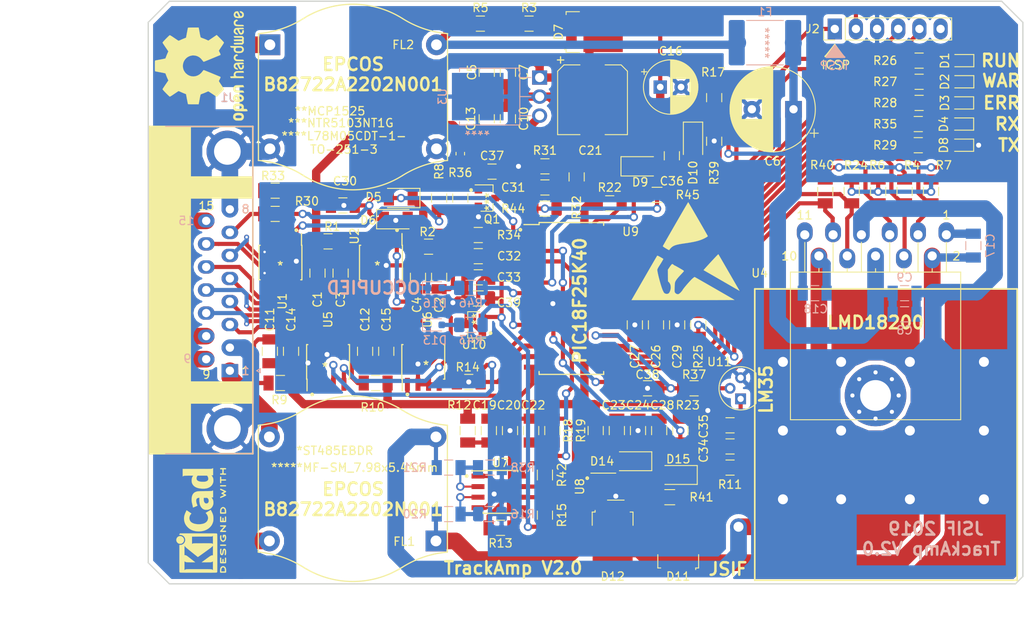
<source format=kicad_pcb>
(kicad_pcb (version 20171130) (host pcbnew "(5.0.0)")
  (layers (0 F.Cu signal) (31 B.Cu signal) (34 B.Paste user) (35 F.Paste user) (36 B.SilkS user) (37 F.SilkS user) (38 B.Mask user) (39 F.Mask user) (44 Edge.Cuts user))
  (net 0 "")
  (net 1 "Net-(C1-Pad2)")
  (net 2 GND)
  (net 3 "Net-(C2-Pad2)")
  (net 4 +5V)
  (net 5 "Net-(C11-Pad2)")
  (net 6 "Net-(C12-Pad2)")
  (net 7 OCC1)
  (net 8 "Net-(C17-Pad1)")
  (net 9 PWM2)
  (net 10 "Net-(C18-Pad2)")
  (net 11 "Net-(C19-Pad2)")
  (net 12 BMF)
  (net 13 "Net-(C23-Pad2)")
  (net 14 "Net-(C26-Pad2)")
  (net 15 OCC)
  (net 16 CSEN_FLT)
  (net 17 ID_R)
  (net 18 "Net-(C31-Pad2)")
  (net 19 "Net-(D1-Pad2)")
  (net 20 "Net-(D2-Pad2)")
  (net 21 "Net-(D3-Pad2)")
  (net 22 "Net-(D4-Pad2)")
  (net 23 ID)
  (net 24 RST)
  (net 25 OCC2)
  (net 26 PWMO2)
  (net 27 PWMO1)
  (net 28 ICSPDAT)
  (net 29 ICSPCLK)
  (net 30 "Net-(J2-Pad6)")
  (net 31 BRK)
  (net 32 PWM)
  (net 33 DIR)
  (net 34 "Net-(R8-Pad1)")
  (net 35 "Net-(R13-Pad1)")
  (net 36 "Net-(R13-Pad2)")
  (net 37 TX_ENA)
  (net 38 CSEN)
  (net 39 "Net-(R26-Pad1)")
  (net 40 "Net-(R27-Pad1)")
  (net 41 "Net-(R28-Pad1)")
  (net 42 Reset_A)
  (net 43 Reset_B)
  (net 44 SYNC)
  (net 45 Sync_A)
  (net 46 Sync_B)
  (net 47 TX_B)
  (net 48 TX_A)
  (net 49 TX)
  (net 50 "Net-(U5-Pad1)")
  (net 51 RX_B)
  (net 52 RX_A)
  (net 53 RX)
  (net 54 "Net-(C32-Pad2)")
  (net 55 "Net-(D8-Pad2)")
  (net 56 "Net-(R29-Pad1)")
  (net 57 "Net-(R35-Pad2)")
  (net 58 Vbus_flt)
  (net 59 GNDD)
  (net 60 "Net-(C34-Pad2)")
  (net 61 TEMP)
  (net 62 "Net-(R37-Pad1)")
  (net 63 VREF)
  (net 64 "Net-(C6-Pad1)")
  (net 65 Vlm)
  (net 66 "Net-(FL2-Pad1)")
  (net 67 "Net-(C37-Pad2)")
  (net 68 THFLG)
  (net 69 "Net-(C21-Pad1)")
  (net 70 "Net-(D13-Pad2)")
  (net 71 "Net-(D14-Pad2)")
  (net 72 "Net-(D14-Pad1)")
  (net 73 "Net-(D15-Pad2)")
  (net 74 "Net-(D16-Pad2)")
  (net 75 VPP)
  (net 76 "Net-(R3-Pad1)")
  (net 77 "Net-(R16-Pad1)")
  (net 78 "Net-(R21-Pad2)")
  (net 79 "Net-(R42-Pad2)")
  (net 80 "Net-(R43-Pad2)")
  (net 81 "Net-(R46-Pad2)")
  (net 82 "Net-(D7-Pad1)")
  (module Package_TO_SOT_SMD:SOT-23 (layer F.Cu) (at 89.116 88.885 180)
    (fp_text reference U10 (at 0 -2.3622 180) (layer F.SilkS))
    (fp_text value MCP1525)
    (pad 1 smd rect (at -1 -0.95 180) (size 0.9 0.8) (layers F.Cu F.Paste F.Mask) (net 54 "Net-(C32-Pad2)"))
    (pad 2 smd rect (at -1 0.95 180) (size 0.9 0.8) (layers F.Cu F.Paste F.Mask) (net 63 VREF))
    (pad 3 smd rect (at 1 0 180) (size 0.9 0.8) (layers F.Cu F.Paste F.Mask) (net 2 GND))
  )
  (module Resistor_SMD:R_1206_3216Metric (layer F.Cu) (at 89.878 52.69)
    (fp_text reference R5 (at 0 -1.905) (layer F.SilkS))
    (fp_text value 10E)
    (pad 1 smd rect (at -1.43 0) (size 1.22 1.8) (layers F.Cu F.Paste F.Mask) (net 58 Vbus_flt))
    (pad 2 smd rect (at 1.43 0) (size 1.22 1.8) (layers F.Cu F.Paste F.Mask) (net 76 "Net-(R3-Pad1)"))
  )
  (module Inductor_THT:Choke_EPCOS_B82722-A2302-N1-22.3x22.7mm (layer F.Cu) (at 84.544 114.8438 90)
    (fp_text reference FL1 (at -0.0762 -3.81) (layer F.SilkS))
    (fp_text value EMI_Filter_CMode)
    (pad 1 thru_hole rect (at 0 0 90) (size 2.5 2.5) (drill 1.3) (layers *.Cu *.Mask) (net 25 OCC2))
    (pad 2 thru_hole circle (at 0 -20 90) (size 2.5 2.5) (drill 1.3) (layers *.Cu *.Mask) (net 27 PWMO1))
    (pad 3 thru_hole circle (at 12.5 0 90) (size 2.5 2.5) (drill 1.3) (layers *.Cu *.Mask) (net 9 PWM2))
    (pad 4 thru_hole circle (at 12.5 -20 90) (size 2.5 2.5) (drill 1.3) (layers *.Cu *.Mask) (net 26 PWMO2))
  )
  (module Inductor_THT:Choke_EPCOS_B82722-A2302-N1-22.3x22.7mm (layer F.Cu) (at 64.605 55.23 270)
    (fp_text reference FL2 (at 0 -16.002 180) (layer F.SilkS))
    (fp_text value EMI_Filter_CMode)
    (pad 1 thru_hole rect (at 0 0 270) (size 2.5 2.5) (drill 1.3) (layers *.Cu *.Mask) (net 66 "Net-(FL2-Pad1)"))
    (pad 2 thru_hole circle (at 0 -20 270) (size 2.5 2.5) (drill 1.3) (layers *.Cu *.Mask) (net 58 Vbus_flt))
    (pad 3 thru_hole circle (at 12.5 0 270) (size 2.5 2.5) (drill 1.3) (layers *.Cu *.Mask) (net 59 GNDD))
    (pad 4 thru_hole circle (at 12.5 -20 270) (size 2.5 2.5) (drill 1.3) (layers *.Cu *.Mask) (net 2 GND))
  )
  (module Resistor_SMD:R_1206_3216Metric (layer F.Cu) (at 117.945 61.58 90)
    (fp_text reference R17 (at 3.048 -0.127 180) (layer F.SilkS))
    (fp_text value 5k1)
    (pad 1 smd rect (at -1.43 0 90) (size 1.22 1.8) (layers F.Cu F.Paste F.Mask) (net 65 Vlm))
    (pad 2 smd rect (at 1.43 0 90) (size 1.22 1.8) (layers F.Cu F.Paste F.Mask) (net 64 "Net-(C6-Pad1)"))
  )
  (module Package_TO_SOT_THT:TO-220-11_20.02x17.50mm_P3.4x5.08mm_StaggerOdd_Lead8.45mm_Tab-Down (layer F.Cu) (at 145.82 78.06 180)
    (fp_text reference U4 (at 22.414 -4.602 180) (layer F.SilkS))
    (fp_text value LMD18200)
    (pad "" np_thru_hole oval (at 8.5 -19.3 180) (size 3.5 3.5) (drill 3.5) (layers *.Cu *.Mask))
    (pad 1 thru_hole oval (at 0 0 180) (size 1.9 2.4) (drill 1.1 (offset 0 0.3)) (layers *.Cu *.Mask) (net 8 "Net-(C17-Pad1)"))
    (pad 2 thru_hole oval (at 1.7 -2.54 180) (size 1.9 2.4) (drill 1.1 (offset 0 -0.3)) (layers *.Cu *.Mask) (net 7 OCC1))
    (pad 3 thru_hole oval (at 3.4 0 180) (size 1.9 2.4) (drill 1.1 (offset 0 0.3)) (layers *.Cu *.Mask) (net 33 DIR))
    (pad 4 thru_hole oval (at 5.1 -2.54 180) (size 1.9 2.4) (drill 1.1 (offset 0 -0.3)) (layers *.Cu *.Mask) (net 31 BRK))
    (pad 5 thru_hole oval (at 6.8 0 180) (size 1.9 2.4) (drill 1.1 (offset 0 0.3)) (layers *.Cu *.Mask) (net 32 PWM))
    (pad 6 thru_hole oval (at 8.5 -2.54 180) (size 1.9 2.4) (drill 1.1 (offset 0 -0.3)) (layers *.Cu *.Mask) (net 64 "Net-(C6-Pad1)"))
    (pad 7 thru_hole oval (at 10.2 0 180) (size 1.9 2.4) (drill 1.1 (offset 0 0.3)) (layers *.Cu *.Mask) (net 2 GND))
    (pad 8 thru_hole oval (at 11.9 -2.54 180) (size 1.9 2.4) (drill 1.1 (offset 0 -0.3)) (layers *.Cu *.Mask) (net 38 CSEN))
    (pad 9 thru_hole oval (at 13.6 0 180) (size 1.9 2.4) (drill 1.1 (offset 0 0.3)) (layers *.Cu *.Mask) (net 68 THFLG))
    (pad 10 thru_hole oval (at 15.3 -2.54 180) (size 1.9 2.4) (drill 1.1 (offset 0 -0.3)) (layers *.Cu *.Mask) (net 9 PWM2))
    (pad 11 thru_hole oval (at 17 0 180) (size 1.9 2.4) (drill 1.1 (offset 0 0.3)) (layers *.Cu *.Mask) (net 10 "Net-(C18-Pad2)"))
  )
  (module Connector_Dsub:DSUB-15_Male_Horizontal_P2.77x2.84mm_EdgePinOffset4.94mm_Housed_MountingHolesOffset7.48mm (layer B.Cu) (at 59.8 94.39 90)
    (fp_text reference J1 (at 32.81 -0.275 180) (layer B.SilkS) (effects (justify mirror)))
    (fp_text value DB15_Male_MountingHoles)
    (pad 1 thru_hole rect (at 0 0 90) (size 1.6 2) (drill 1) (layers *.Cu *.Mask) (net 26 PWMO2))
    (pad 2 thru_hole oval (at 2.77 0 90) (size 1.6 2) (drill 1) (layers *.Cu *.Mask) (net 59 GNDD))
    (pad 3 thru_hole oval (at 5.54 0 90) (size 1.6 2) (drill 1) (layers *.Cu *.Mask) (net 47 TX_B))
    (pad 4 thru_hole oval (at 8.31 0 90) (size 1.6 2) (drill 1) (layers *.Cu *.Mask) (net 51 RX_B))
    (pad 5 thru_hole oval (at 11.08 0 90) (size 1.6 2) (drill 1) (layers *.Cu *.Mask) (net 46 Sync_B))
    (pad 6 thru_hole oval (at 13.85 0 90) (size 1.6 2) (drill 1) (layers *.Cu *.Mask) (net 43 Reset_B))
    (pad 7 thru_hole oval (at 16.62 0 90) (size 1.6 2) (drill 1) (layers *.Cu *.Mask) (net 17 ID_R))
    (pad 8 thru_hole oval (at 19.39 0 90) (size 1.6 2) (drill 1) (layers *.Cu *.Mask) (net 59 GNDD))
    (pad 9 thru_hole oval (at 1.385 -2.84 90) (size 1.6 2) (drill 1) (layers *.Cu *.Mask) (net 27 PWMO1))
    (pad 10 thru_hole oval (at 4.155 -2.84 90) (size 1.6 2) (drill 1) (layers *.Cu *.Mask) (net 66 "Net-(FL2-Pad1)"))
    (pad 11 thru_hole oval (at 6.925 -2.84 90) (size 1.6 2) (drill 1) (layers *.Cu *.Mask) (net 48 TX_A))
    (pad 12 thru_hole oval (at 9.695 -2.84 90) (size 1.6 2) (drill 1) (layers *.Cu *.Mask) (net 52 RX_A))
    (pad 13 thru_hole oval (at 12.465 -2.84 90) (size 1.6 2) (drill 1) (layers *.Cu *.Mask) (net 45 Sync_A))
    (pad 14 thru_hole oval (at 15.235 -2.84 90) (size 1.6 2) (drill 1) (layers *.Cu *.Mask) (net 42 Reset_A))
    (pad 15 thru_hole oval (at 18.005 -2.84 90) (size 1.6 2) (drill 1) (layers *.Cu *.Mask) (net 66 "Net-(FL2-Pad1)"))
    (pad 0 thru_hole circle (at -6.955 -0.3 90) (size 5 5) (drill 3.2) (layers *.Cu *.Mask) (net 59 GNDD))
    (pad 0 thru_hole circle (at 26.345 -0.3 90) (size 5 5) (drill 3.2) (layers *.Cu *.Mask) (net 59 GNDD))
  )
  (module Connector_PinHeader_2.54mm:PinHeader_1x06_P2.54mm_Vertical (layer F.Cu) (at 132.423 53.325 90)
    (fp_text reference J2 (at 0 -2.667 180) (layer F.SilkS))
    (fp_text value Conn_01x06)
    (pad 1 thru_hole rect (at 0 0 90) (size 2.5 1.7) (drill 1) (layers *.Cu *.Mask) (net 75 VPP))
    (pad 2 thru_hole oval (at 0 2.54 90) (size 2.5 1.7) (drill 1) (layers *.Cu *.Mask) (net 4 +5V))
    (pad 3 thru_hole oval (at 0 5.08 90) (size 2.5 1.7) (drill 1) (layers *.Cu *.Mask) (net 2 GND))
    (pad 4 thru_hole oval (at 0 7.62 90) (size 2.5 1.7) (drill 1) (layers *.Cu *.Mask) (net 28 ICSPDAT))
    (pad 5 thru_hole oval (at 0 10.16 90) (size 2.5 1.7) (drill 1) (layers *.Cu *.Mask) (net 29 ICSPCLK))
    (pad 6 thru_hole oval (at 0 12.7 90) (size 2.5 1.7) (drill 1) (layers *.Cu *.Mask) (net 30 "Net-(J2-Pad6)"))
  )
  (module Capacitor_SMD:C_1206_3216Metric (layer F.Cu) (at 70.32 82.662 270)
    (fp_text reference C1 (at 3.175 0 270) (layer F.SilkS))
    (fp_text value 4.7u)
    (pad 2 smd rect (at 1.43 0 270) (size 1.22 1.8) (layers F.Cu F.Paste F.Mask) (net 1 "Net-(C1-Pad2)"))
    (pad 1 smd rect (at -1.43 0 270) (size 1.22 1.8) (layers F.Cu F.Paste F.Mask) (net 2 GND))
  )
  (module Capacitor_SMD:C_1206_3216Metric (layer F.Cu) (at 84.925 83.17 270)
    (fp_text reference C2 (at 3.302 0 270) (layer F.SilkS))
    (fp_text value 4.7u)
    (pad 1 smd rect (at -1.43 0 270) (size 1.22 1.8) (layers F.Cu F.Paste F.Mask) (net 2 GND))
    (pad 2 smd rect (at 1.43 0 270) (size 1.22 1.8) (layers F.Cu F.Paste F.Mask) (net 3 "Net-(C2-Pad2)"))
  )
  (module Capacitor_SMD:C_1206_3216Metric (layer F.Cu) (at 73.096675 82.662 270)
    (fp_text reference C3 (at 3.175 0 270) (layer F.SilkS))
    (fp_text value 100n)
    (pad 1 smd rect (at -1.43 0 270) (size 1.22 1.8) (layers F.Cu F.Paste F.Mask) (net 2 GND))
    (pad 2 smd rect (at 1.43 0 270) (size 1.22 1.8) (layers F.Cu F.Paste F.Mask) (net 1 "Net-(C1-Pad2)"))
  )
  (module Capacitor_SMD:C_1206_3216Metric (layer F.Cu) (at 82.385 83.17 270)
    (fp_text reference C4 (at 3.302 0.127 270) (layer F.SilkS))
    (fp_text value 100n)
    (pad 1 smd rect (at -1.43 0 270) (size 1.22 1.8) (layers F.Cu F.Paste F.Mask) (net 2 GND))
    (pad 2 smd rect (at 1.43 0 270) (size 1.22 1.8) (layers F.Cu F.Paste F.Mask) (net 3 "Net-(C2-Pad2)"))
  )
  (module Capacitor_SMD:C_1206_3216Metric (layer F.Cu) (at 90.64 58.532 90)
    (fp_text reference C5 (at 0 -1.778 270) (layer F.SilkS))
    (fp_text value 4.7u)
    (pad 1 smd rect (at -1.43 0 90) (size 1.22 1.8) (layers F.Cu F.Paste F.Mask) (net 2 GND))
    (pad 2 smd rect (at 1.43 0 90) (size 1.22 1.8) (layers F.Cu F.Paste F.Mask) (net 69 "Net-(C21-Pad1)"))
  )
  (module Capacitor_SMD:C_1206_3216Metric (layer F.Cu) (at 93.18 58.532 90)
    (fp_text reference C7 (at 0 1.905 270) (layer F.SilkS))
    (fp_text value 100n)
    (pad 2 smd rect (at 1.43 0 90) (size 1.22 1.8) (layers F.Cu F.Paste F.Mask) (net 69 "Net-(C21-Pad1)"))
    (pad 1 smd rect (at -1.43 0 90) (size 1.22 1.8) (layers F.Cu F.Paste F.Mask) (net 2 GND))
  )
  (module Capacitor_SMD:C_1206_3216Metric (layer B.Cu) (at 140.805 87.615 180)
    (fp_text reference C8 (at 0 -1.905) (layer B.SilkS) (effects (justify mirror)))
    (fp_text value 4.7u)
    (pad 1 smd rect (at -1.43 0 180) (size 1.22 1.8) (layers B.Cu B.Paste B.Mask) (net 2 GND))
    (pad 2 smd rect (at 1.43 0 180) (size 1.22 1.8) (layers B.Cu B.Paste B.Mask) (net 64 "Net-(C6-Pad1)"))
  )
  (module Capacitor_SMD:C_1206_3216Metric (layer B.Cu) (at 140.805 85.075 180)
    (fp_text reference C9 (at 0 1.905 180) (layer B.SilkS) (effects (justify mirror)))
    (fp_text value 100n)
    (pad 2 smd rect (at 1.43 0 180) (size 1.22 1.8) (layers B.Cu B.Paste B.Mask) (net 64 "Net-(C6-Pad1)"))
    (pad 1 smd rect (at -1.43 0 180) (size 1.22 1.8) (layers B.Cu B.Paste B.Mask) (net 2 GND))
  )
  (module Capacitor_SMD:C_1206_3216Metric (layer F.Cu) (at 93.18 64.12 270)
    (fp_text reference C10 (at 0 -1.905 90) (layer F.SilkS))
    (fp_text value 100n)
    (pad 2 smd rect (at 1.43 0 270) (size 1.22 1.8) (layers F.Cu F.Paste F.Mask) (net 4 +5V))
    (pad 1 smd rect (at -1.43 0 270) (size 1.22 1.8) (layers F.Cu F.Paste F.Mask) (net 2 GND))
  )
  (module Capacitor_SMD:C_1206_3216Metric (layer F.Cu) (at 64.605 92.06 90)
    (fp_text reference C11 (at 3.81 0 90) (layer F.SilkS))
    (fp_text value 4.7u)
    (pad 1 smd rect (at -1.43 0 90) (size 1.22 1.8) (layers F.Cu F.Paste F.Mask) (net 2 GND))
    (pad 2 smd rect (at 1.43 0 90) (size 1.22 1.8) (layers F.Cu F.Paste F.Mask) (net 5 "Net-(C11-Pad2)"))
  )
  (module Capacitor_SMD:C_1206_3216Metric (layer F.Cu) (at 76.035 92.06 90)
    (fp_text reference C12 (at 3.81 0 90) (layer F.SilkS))
    (fp_text value 4.7u)
    (pad 2 smd rect (at 1.43 0 90) (size 1.22 1.8) (layers F.Cu F.Paste F.Mask) (net 6 "Net-(C12-Pad2)"))
    (pad 1 smd rect (at -1.43 0 90) (size 1.22 1.8) (layers F.Cu F.Paste F.Mask) (net 2 GND))
  )
  (module Capacitor_SMD:C_1206_3216Metric (layer F.Cu) (at 90.64 64.12 270)
    (fp_text reference C13 (at 0 1.905 90) (layer F.SilkS))
    (fp_text value 4.7u)
    (pad 1 smd rect (at -1.43 0 270) (size 1.22 1.8) (layers F.Cu F.Paste F.Mask) (net 2 GND))
    (pad 2 smd rect (at 1.43 0 270) (size 1.22 1.8) (layers F.Cu F.Paste F.Mask) (net 4 +5V))
  )
  (module Capacitor_SMD:C_1206_3216Metric (layer F.Cu) (at 67.145 92.06 90)
    (fp_text reference C14 (at 3.81 0 90) (layer F.SilkS))
    (fp_text value 100n)
    (pad 1 smd rect (at -1.43 0 90) (size 1.22 1.8) (layers F.Cu F.Paste F.Mask) (net 2 GND))
    (pad 2 smd rect (at 1.43 0 90) (size 1.22 1.8) (layers F.Cu F.Paste F.Mask) (net 5 "Net-(C11-Pad2)"))
  )
  (module Capacitor_SMD:C_1206_3216Metric (layer F.Cu) (at 78.575 92.06 90)
    (fp_text reference C15 (at 3.81 0 90) (layer F.SilkS))
    (fp_text value 100n)
    (pad 2 smd rect (at 1.43 0 90) (size 1.22 1.8) (layers F.Cu F.Paste F.Mask) (net 6 "Net-(C12-Pad2)"))
    (pad 1 smd rect (at -1.43 0 90) (size 1.22 1.8) (layers F.Cu F.Paste F.Mask) (net 2 GND))
  )
  (module Capacitor_THT:CP_Radial_D6.3mm_P2.50mm (layer F.Cu) (at 111.468 60.31)
    (fp_text reference C16 (at 1.27 -4.318 -180) (layer F.SilkS))
    (fp_text value 220u)
    (pad 1 thru_hole rect (at 0 0) (size 1.6 1.6) (drill 0.8) (layers *.Cu *.Mask) (net 4 +5V))
    (pad 2 thru_hole circle (at 2.5 0) (size 1.6 1.6) (drill 0.8) (layers *.Cu *.Mask) (net 2 GND))
  )
  (module Capacitor_SMD:C_1206_3216Metric (layer B.Cu) (at 149.06 79.36 270)
    (fp_text reference C17 (at 0 -2.032 90) (layer B.SilkS) (effects (justify mirror)))
    (fp_text value 10n)
    (pad 2 smd rect (at 1.43 0 270) (size 1.22 1.8) (layers B.Cu B.Paste B.Mask) (net 7 OCC1))
    (pad 1 smd rect (at -1.43 0 270) (size 1.22 1.8) (layers B.Cu B.Paste B.Mask) (net 8 "Net-(C17-Pad1)"))
  )
  (module Capacitor_SMD:C_1206_3216Metric (layer B.Cu) (at 130.01 85.075 180)
    (fp_text reference C18 (at -0.127 -1.905 180) (layer B.SilkS) (effects (justify mirror)))
    (fp_text value 10n)
    (pad 1 smd rect (at -1.43 0 180) (size 1.22 1.8) (layers B.Cu B.Paste B.Mask) (net 9 PWM2))
    (pad 2 smd rect (at 1.43 0 180) (size 1.22 1.8) (layers B.Cu B.Paste B.Mask) (net 10 "Net-(C18-Pad2)"))
  )
  (module Capacitor_SMD:C_1206_3216Metric (layer F.Cu) (at 90.894 101.585 270)
    (fp_text reference C19 (at -3.048 0.508) (layer F.SilkS))
    (fp_text value 4.7u)
    (pad 1 smd rect (at -1.43 0 270) (size 1.22 1.8) (layers F.Cu F.Paste F.Mask) (net 2 GND))
    (pad 2 smd rect (at 1.43 0 270) (size 1.22 1.8) (layers F.Cu F.Paste F.Mask) (net 11 "Net-(C19-Pad2)"))
  )
  (module Capacitor_SMD:C_1206_3216Metric (layer F.Cu) (at 93.434 101.585 270)
    (fp_text reference C20 (at -3.048 0.127) (layer F.SilkS))
    (fp_text value 100n)
    (pad 2 smd rect (at 1.43 0 270) (size 1.22 1.8) (layers F.Cu F.Paste F.Mask) (net 11 "Net-(C19-Pad2)"))
    (pad 1 smd rect (at -1.43 0 270) (size 1.22 1.8) (layers F.Cu F.Paste F.Mask) (net 2 GND))
  )
  (module Capacitor_SMD:C_1206_3216Metric (layer F.Cu) (at 95.974 101.585 270)
    (fp_text reference C22 (at -3.048 -0.254) (layer F.SilkS))
    (fp_text value 100n)
    (pad 1 smd rect (at -1.43 0 270) (size 1.22 1.8) (layers F.Cu F.Paste F.Mask) (net 2 GND))
    (pad 2 smd rect (at 1.43 0 270) (size 1.22 1.8) (layers F.Cu F.Paste F.Mask) (net 12 BMF))
  )
  (module Capacitor_SMD:C_1206_3216Metric (layer F.Cu) (at 106.261 101.585 270)
    (fp_text reference C23 (at -3.048 0.381) (layer F.SilkS))
    (fp_text value 4.7u)
    (pad 2 smd rect (at 1.43 0 270) (size 1.22 1.8) (layers F.Cu F.Paste F.Mask) (net 13 "Net-(C23-Pad2)"))
    (pad 1 smd rect (at -1.43 0 270) (size 1.22 1.8) (layers F.Cu F.Paste F.Mask) (net 2 GND))
  )
  (module Capacitor_SMD:C_1206_3216Metric (layer F.Cu) (at 108.801 101.585 270)
    (fp_text reference C24 (at -3.048 0) (layer F.SilkS))
    (fp_text value 100n)
    (pad 1 smd rect (at -1.43 0 270) (size 1.22 1.8) (layers F.Cu F.Paste F.Mask) (net 2 GND))
    (pad 2 smd rect (at 1.43 0 270) (size 1.22 1.8) (layers F.Cu F.Paste F.Mask) (net 13 "Net-(C23-Pad2)"))
  )
  (module Capacitor_SMD:C_1206_3216Metric (layer F.Cu) (at 110.96 88.882479 90)
    (fp_text reference C26 (at -3.81 0 90) (layer F.SilkS))
    (fp_text value 4.7u)
    (pad 2 smd rect (at 1.43 0 90) (size 1.22 1.8) (layers F.Cu F.Paste F.Mask) (net 14 "Net-(C26-Pad2)"))
    (pad 1 smd rect (at -1.43 0 90) (size 1.22 1.8) (layers F.Cu F.Paste F.Mask) (net 2 GND))
  )
  (module Capacitor_SMD:C_1206_3216Metric (layer F.Cu) (at 108.42 88.885 90)
    (fp_text reference C27 (at -3.81 0 90) (layer F.SilkS))
    (fp_text value 100n)
    (pad 1 smd rect (at -1.43 0 90) (size 1.22 1.8) (layers F.Cu F.Paste F.Mask) (net 2 GND))
    (pad 2 smd rect (at 1.43 0 90) (size 1.22 1.8) (layers F.Cu F.Paste F.Mask) (net 14 "Net-(C26-Pad2)"))
  )
  (module Capacitor_SMD:C_1206_3216Metric (layer F.Cu) (at 111.341 101.585 270)
    (fp_text reference C28 (at -3.048 -0.381) (layer F.SilkS))
    (fp_text value 100n)
    (pad 1 smd rect (at -1.43 0 270) (size 1.22 1.8) (layers F.Cu F.Paste F.Mask) (net 2 GND))
    (pad 2 smd rect (at 1.43 0 270) (size 1.22 1.8) (layers F.Cu F.Paste F.Mask) (net 15 OCC))
  )
  (module Capacitor_SMD:C_1206_3216Metric (layer F.Cu) (at 113.5 88.885 90)
    (fp_text reference C29 (at -3.81 0 90) (layer F.SilkS))
    (fp_text value 100n)
    (pad 2 smd rect (at 1.43 0 90) (size 1.22 1.8) (layers F.Cu F.Paste F.Mask) (net 16 CSEN_FLT))
    (pad 1 smd rect (at -1.43 0 90) (size 1.22 1.8) (layers F.Cu F.Paste F.Mask) (net 2 GND))
  )
  (module Capacitor_SMD:C_1206_3216Metric (layer F.Cu) (at 73.368 74.534)
    (fp_text reference C30 (at 0.254 -2.921) (layer F.SilkS))
    (fp_text value 100n)
    (pad 2 smd rect (at 1.43 0) (size 1.22 1.8) (layers F.Cu F.Paste F.Mask) (net 23 ID))
    (pad 1 smd rect (at -1.43 0) (size 1.22 1.8) (layers F.Cu F.Paste F.Mask) (net 2 GND))
  )
  (module Capacitor_SMD:C_1206_3216Metric (layer F.Cu) (at 97.625 72.375)
    (fp_text reference C31 (at -3.81 0) (layer F.SilkS))
    (fp_text value 100n)
    (pad 2 smd rect (at 1.43 0) (size 1.22 1.8) (layers F.Cu F.Paste F.Mask) (net 18 "Net-(C31-Pad2)"))
    (pad 1 smd rect (at -1.43 0) (size 1.22 1.8) (layers F.Cu F.Paste F.Mask) (net 2 GND))
  )
  (module Diode_SMD:D_1206_3216Metric (layer F.Cu) (at 80.32 73.645 180)
    (fp_text reference D5 (at 3.269 0.127 180) (layer F.SilkS))
    (fp_text value 1n4148)
    (pad 1 smd rect (at -1.43 0 180) (size 1.22 1.8) (layers F.Cu F.Paste F.Mask) (net 4 +5V))
    (pad 2 smd rect (at 1.43 0 180) (size 1.22 1.8) (layers F.Cu F.Paste F.Mask) (net 23 ID))
  )
  (module Diode_SMD:D_1206_3216Metric (layer F.Cu) (at 79.718 76.185)
    (fp_text reference D6 (at -3.302 0.127) (layer F.SilkS))
    (fp_text value 1n4148)
    (pad 2 smd rect (at 1.43 0) (size 1.22 1.8) (layers F.Cu F.Paste F.Mask) (net 2 GND))
    (pad 1 smd rect (at -1.43 0) (size 1.22 1.8) (layers F.Cu F.Paste F.Mask) (net 23 ID))
  )
  (module Package_TO_SOT_SMD:SOT-23 (layer F.Cu) (at 90.64 73.645)
    (fp_text reference Q1 (at 0.635 2.54) (layer F.SilkS))
    (fp_text value "NTR5103NT1G ")
    (pad 1 smd rect (at -1 -0.95) (size 0.9 0.8) (layers F.Cu F.Paste F.Mask) (net 67 "Net-(C37-Pad2)"))
    (pad 2 smd rect (at -1 0.95) (size 0.9 0.8) (layers F.Cu F.Paste F.Mask) (net 2 GND))
    (pad 3 smd rect (at 1 0) (size 0.9 0.8) (layers F.Cu F.Paste F.Mask) (net 24 RST))
  )
  (module Resistor_SMD:R_1206_3216Metric (layer F.Cu) (at 71.59 78.852 180)
    (fp_text reference R1 (at -0.508 1.778 180) (layer F.SilkS))
    (fp_text value 0E)
    (pad 2 smd rect (at 1.43 0 180) (size 1.22 1.8) (layers F.Cu F.Paste F.Mask) (net 4 +5V))
    (pad 1 smd rect (at -1.43 0 180) (size 1.22 1.8) (layers F.Cu F.Paste F.Mask) (net 1 "Net-(C1-Pad2)"))
  )
  (module Resistor_SMD:R_1206_3216Metric (layer F.Cu) (at 83.655 79.487 180)
    (fp_text reference R2 (at 0.127 1.778 180) (layer F.SilkS))
    (fp_text value 0E)
    (pad 2 smd rect (at 1.43 0 180) (size 1.22 1.8) (layers F.Cu F.Paste F.Mask) (net 4 +5V))
    (pad 1 smd rect (at -1.43 0 180) (size 1.22 1.8) (layers F.Cu F.Paste F.Mask) (net 3 "Net-(C2-Pad2)"))
  )
  (module Resistor_SMD:R_1206_3216Metric (layer F.Cu) (at 95.72 52.69)
    (fp_text reference R3 (at 0 -1.905) (layer F.SilkS))
    (fp_text value 10E)
    (pad 2 smd rect (at 1.43 0) (size 1.22 1.8) (layers F.Cu F.Paste F.Mask) (net 82 "Net-(D7-Pad1)"))
    (pad 1 smd rect (at -1.43 0) (size 1.22 1.8) (layers F.Cu F.Paste F.Mask) (net 76 "Net-(R3-Pad1)"))
  )
  (module Resistor_SMD:R_1206_3216Metric (layer F.Cu) (at 140.805 72.85 90)
    (fp_text reference R4 (at 3.142 0.889) (layer F.SilkS))
    (fp_text value 4k7)
    (pad 2 smd rect (at 1.43 0 90) (size 1.22 1.8) (layers F.Cu F.Paste F.Mask) (net 4 +5V))
    (pad 1 smd rect (at -1.43 0 90) (size 1.22 1.8) (layers F.Cu F.Paste F.Mask) (net 31 BRK))
  )
  (module Resistor_SMD:R_1206_3216Metric (layer F.Cu) (at 137.63 72.85 270)
    (fp_text reference R6 (at -3.175 0.11684) (layer F.SilkS))
    (fp_text value 4k7)
    (pad 1 smd rect (at -1.43 0 270) (size 1.22 1.8) (layers F.Cu F.Paste F.Mask) (net 2 GND))
    (pad 2 smd rect (at 1.43 0 270) (size 1.22 1.8) (layers F.Cu F.Paste F.Mask) (net 32 PWM))
  )
  (module Resistor_SMD:R_1206_3216Metric (layer F.Cu) (at 143.98 72.85 270)
    (fp_text reference R7 (at -3.142 -1.524) (layer F.SilkS))
    (fp_text value 4k7)
    (pad 1 smd rect (at -1.43 0 270) (size 1.22 1.8) (layers F.Cu F.Paste F.Mask) (net 2 GND))
    (pad 2 smd rect (at 1.43 0 270) (size 1.22 1.8) (layers F.Cu F.Paste F.Mask) (net 33 DIR))
  )
  (module Resistor_SMD:R_1206_3216Metric (layer F.Cu) (at 84.925 73.645 90)
    (fp_text reference R8 (at 3.175 0 90) (layer F.SilkS))
    (fp_text value 1k)
    (pad 1 smd rect (at -1.43 0 90) (size 1.22 1.8) (layers F.Cu F.Paste F.Mask) (net 34 "Net-(R8-Pad1)"))
    (pad 2 smd rect (at 1.43 0 90) (size 1.22 1.8) (layers F.Cu F.Paste F.Mask) (net 67 "Net-(C37-Pad2)"))
  )
  (module Resistor_SMD:R_1206_3216Metric (layer F.Cu) (at 65.875 95.87)
    (fp_text reference R9 (at -0.127 2.032) (layer F.SilkS))
    (fp_text value 0E)
    (pad 1 smd rect (at -1.43 0) (size 1.22 1.8) (layers F.Cu F.Paste F.Mask) (net 5 "Net-(C11-Pad2)"))
    (pad 2 smd rect (at 1.43 0) (size 1.22 1.8) (layers F.Cu F.Paste F.Mask) (net 4 +5V))
  )
  (module Resistor_SMD:R_1206_3216Metric (layer F.Cu) (at 77.305 95.87)
    (fp_text reference R10 (at -0.381 2.921) (layer F.SilkS))
    (fp_text value 0E)
    (pad 2 smd rect (at 1.43 0) (size 1.22 1.8) (layers F.Cu F.Paste F.Mask) (net 4 +5V))
    (pad 1 smd rect (at -1.43 0) (size 1.22 1.8) (layers F.Cu F.Paste F.Mask) (net 6 "Net-(C12-Pad2)"))
  )
  (module Resistor_SMD:R_1206_3216Metric (layer F.Cu) (at 119.85 106.03 180)
    (fp_text reference R11 (at 0 -2.032 180) (layer F.SilkS))
    (fp_text value 0E)
    (pad 2 smd rect (at 1.43 0 180) (size 1.22 1.8) (layers F.Cu F.Paste F.Mask) (net 4 +5V))
    (pad 1 smd rect (at -1.43 0 180) (size 1.22 1.8) (layers F.Cu F.Paste F.Mask) (net 60 "Net-(C34-Pad2)"))
  )
  (module Resistor_SMD:R_1206_3216Metric (layer F.Cu) (at 88.354 101.585 270)
    (fp_text reference R12 (at -3.048 1.016) (layer F.SilkS))
    (fp_text value 10E)
    (pad 2 smd rect (at 1.43 0 270) (size 1.22 1.8) (layers F.Cu F.Paste F.Mask) (net 11 "Net-(C19-Pad2)"))
    (pad 1 smd rect (at -1.43 0 270) (size 1.22 1.8) (layers F.Cu F.Paste F.Mask) (net 4 +5V))
  )
  (module Resistor_SMD:R_1206_3216Metric (layer F.Cu) (at 92.291 113.269 180)
    (fp_text reference R13 (at 0 -1.85 180) (layer F.SilkS))
    (fp_text value 1k)
    (pad 1 smd rect (at -1.43 0 180) (size 1.22 1.8) (layers F.Cu F.Paste F.Mask) (net 35 "Net-(R13-Pad1)"))
    (pad 2 smd rect (at 1.43 0 180) (size 1.22 1.8) (layers F.Cu F.Paste F.Mask) (net 36 "Net-(R13-Pad2)"))
  )
  (module Resistor_SMD:R_1206_3216Metric (layer F.Cu) (at 88.481 95.743)
    (fp_text reference R14 (at -0.127 -1.778) (layer F.SilkS))
    (fp_text value 1k)
    (pad 2 smd rect (at 1.43 0) (size 1.22 1.8) (layers F.Cu F.Paste F.Mask) (net 37 TX_ENA))
    (pad 1 smd rect (at -1.43 0) (size 1.22 1.8) (layers F.Cu F.Paste F.Mask) (net 2 GND))
  )
  (module Resistor_SMD:R_1206_3216Metric (layer F.Cu) (at 97.625 111.745 270)
    (fp_text reference R15 (at 0 -2.032 270) (layer F.SilkS))
    (fp_text value 110k)
    (pad 2 smd rect (at 1.43 0 270) (size 1.22 1.8) (layers F.Cu F.Paste F.Mask) (net 63 VREF))
    (pad 1 smd rect (at -1.43 0 270) (size 1.22 1.8) (layers F.Cu F.Paste F.Mask) (net 35 "Net-(R13-Pad1)"))
  )
  (module Resistor_SMD:R_1206_3216Metric (layer F.Cu) (at 98.514 101.585 90)
    (fp_text reference R18 (at 0 1.905 270) (layer F.SilkS))
    (fp_text value 100E)
    (pad 1 smd rect (at -1.43 0 90) (size 1.22 1.8) (layers F.Cu F.Paste F.Mask) (net 12 BMF))
    (pad 2 smd rect (at 1.43 0 90) (size 1.22 1.8) (layers F.Cu F.Paste F.Mask) (net 35 "Net-(R13-Pad1)"))
  )
  (module Resistor_SMD:R_1206_3216Metric (layer F.Cu) (at 103.721 101.585 270)
    (fp_text reference R19 (at 0 1.778 90) (layer F.SilkS))
    (fp_text value 10E)
    (pad 2 smd rect (at 1.43 0 270) (size 1.22 1.8) (layers F.Cu F.Paste F.Mask) (net 13 "Net-(C23-Pad2)"))
    (pad 1 smd rect (at -1.43 0 270) (size 1.22 1.8) (layers F.Cu F.Paste F.Mask) (net 4 +5V))
  )
  (module Resistor_SMD:R_1206_3216Metric (layer B.Cu) (at 86.068 111.618 180)
    (fp_text reference R20 (at 4.064 0 180) (layer B.SilkS) (effects (justify mirror)))
    (fp_text value 9k10)
    (pad 1 smd rect (at -1.43 0 180) (size 1.22 1.8) (layers B.Cu B.Paste B.Mask) (net 77 "Net-(R16-Pad1)"))
    (pad 2 smd rect (at 1.43 0 180) (size 1.22 1.8) (layers B.Cu B.Paste B.Mask) (net 25 OCC2))
  )
  (module Resistor_SMD:R_1206_3216Metric (layer B.Cu) (at 86.068 106.03)
    (fp_text reference R21 (at -4.064 0) (layer B.SilkS) (effects (justify mirror)))
    (fp_text value 9k10)
    (pad 2 smd rect (at 1.43 0) (size 1.22 1.8) (layers B.Cu B.Paste B.Mask) (net 78 "Net-(R21-Pad2)"))
    (pad 1 smd rect (at -1.43 0) (size 1.22 1.8) (layers B.Cu B.Paste B.Mask) (net 9 PWM2))
  )
  (module Resistor_SMD:R_1206_3216Metric (layer F.Cu) (at 105.405 74.28)
    (fp_text reference R22 (at 0 -1.905) (layer F.SilkS))
    (fp_text value 0E)
    (pad 1 smd rect (at -1.43 0) (size 1.22 1.8) (layers F.Cu F.Paste F.Mask) (net 4 +5V))
    (pad 2 smd rect (at 1.43 0) (size 1.22 1.8) (layers F.Cu F.Paste F.Mask) (net 14 "Net-(C26-Pad2)"))
  )
  (module Resistor_SMD:R_1206_3216Metric (layer F.Cu) (at 113.881 101.585 90)
    (fp_text reference R23 (at 3.048 0.889 180) (layer F.SilkS))
    (fp_text value 100E)
    (pad 1 smd rect (at -1.43 0 90) (size 1.22 1.8) (layers F.Cu F.Paste F.Mask) (net 15 OCC))
    (pad 2 smd rect (at 1.43 0 90) (size 1.22 1.8) (layers F.Cu F.Paste F.Mask) (net 72 "Net-(D14-Pad1)"))
  )
  (module Resistor_SMD:R_1206_3216Metric (layer F.Cu) (at 134.455 72.85 270)
    (fp_text reference R24 (at -3.142 -0.508) (layer F.SilkS))
    (fp_text value 3K3)
    (pad 2 smd rect (at 1.43 0 270) (size 1.22 1.8) (layers F.Cu F.Paste F.Mask) (net 38 CSEN))
    (pad 1 smd rect (at -1.43 0 270) (size 1.22 1.8) (layers F.Cu F.Paste F.Mask) (net 2 GND))
  )
  (module Resistor_SMD:R_1206_3216Metric (layer F.Cu) (at 116.04 88.885 90)
    (fp_text reference R25 (at -3.81 0 90) (layer F.SilkS))
    (fp_text value 4k7)
    (pad 1 smd rect (at -1.43 0 90) (size 1.22 1.8) (layers F.Cu F.Paste F.Mask) (net 38 CSEN))
    (pad 2 smd rect (at 1.43 0 90) (size 1.22 1.8) (layers F.Cu F.Paste F.Mask) (net 16 CSEN_FLT))
  )
  (module Resistor_SMD:R_1206_3216Metric (layer F.Cu) (at 65.24 75.55)
    (fp_text reference R30 (at 3.81 -1.524) (layer F.SilkS))
    (fp_text value 1k)
    (pad 1 smd rect (at -1.43 0) (size 1.22 1.8) (layers F.Cu F.Paste F.Mask) (net 17 ID_R))
    (pad 2 smd rect (at 1.43 0) (size 1.22 1.8) (layers F.Cu F.Paste F.Mask) (net 23 ID))
  )
  (module Resistor_SMD:R_1206_3216Metric (layer F.Cu) (at 97.625 69.835 180)
    (fp_text reference R31 (at 0 1.905 180) (layer F.SilkS))
    (fp_text value 110k)
    (pad 1 smd rect (at -1.43 0 180) (size 1.22 1.8) (layers F.Cu F.Paste F.Mask) (net 18 "Net-(C31-Pad2)"))
    (pad 2 smd rect (at 1.43 0 180) (size 1.22 1.8) (layers F.Cu F.Paste F.Mask) (net 2 GND))
  )
  (module Resistor_SMD:R_1206_3216Metric (layer F.Cu) (at 101.435 71.105 90)
    (fp_text reference R32 (at -3.683 -0.002521 90) (layer F.SilkS))
    (fp_text value 10K)
    (pad 1 smd rect (at -1.43 0 90) (size 1.22 1.8) (layers F.Cu F.Paste F.Mask) (net 4 +5V))
    (pad 2 smd rect (at 1.43 0 90) (size 1.22 1.8) (layers F.Cu F.Paste F.Mask) (net 18 "Net-(C31-Pad2)"))
  )
  (module Resistor_SMD:R_1206_3216Metric (layer F.Cu) (at 65.24 72.756 180)
    (fp_text reference R33 (at 0.254 1.778 180) (layer F.SilkS))
    (fp_text value 470)
    (pad 2 smd rect (at 1.43 0 180) (size 1.22 1.8) (layers F.Cu F.Paste F.Mask) (net 17 ID_R))
    (pad 1 smd rect (at -1.43 0 180) (size 1.22 1.8) (layers F.Cu F.Paste F.Mask) (net 4 +5V))
  )
  (module Package_SO:SOIC-8_3.9x4.9mm_P1.27mm (layer F.Cu) (at 65.875 81.392 270)
    (fp_text reference U1 (at 4.6609 -0.2286 270) (layer F.SilkS))
    (fp_text value ST485EBDR)
    (pad 1 smd rect (at -2.7 -1.905 270) (size 1.55 0.6) (layers F.Cu F.Paste F.Mask) (net 34 "Net-(R8-Pad1)"))
    (pad 2 smd rect (at -2.7 -0.635 270) (size 1.55 0.6) (layers F.Cu F.Paste F.Mask) (net 2 GND))
    (pad 3 smd rect (at -2.7 0.635 270) (size 1.55 0.6) (layers F.Cu F.Paste F.Mask) (net 2 GND))
    (pad 4 smd rect (at -2.7 1.905 270) (size 1.55 0.6) (layers F.Cu F.Paste F.Mask) (net 2 GND))
    (pad 5 smd rect (at 2.7 1.905 270) (size 1.55 0.6) (layers F.Cu F.Paste F.Mask) (net 2 GND))
    (pad 6 smd rect (at 2.7 0.635 270) (size 1.55 0.6) (layers F.Cu F.Paste F.Mask) (net 42 Reset_A))
    (pad 7 smd rect (at 2.7 -0.635 270) (size 1.55 0.6) (layers F.Cu F.Paste F.Mask) (net 43 Reset_B))
    (pad 8 smd rect (at 2.7 -1.905 270) (size 1.55 0.6) (layers F.Cu F.Paste F.Mask) (net 1 "Net-(C1-Pad2)"))
  )
  (module Package_SO:SOIC-8_3.9x4.9mm_P1.27mm (layer F.Cu) (at 77.94 81.392 270)
    (fp_text reference U2 (at -3.175 3.175 270) (layer F.SilkS))
    (fp_text value ST485EBDR)
    (pad 1 smd rect (at -2.7 -1.905 270) (size 1.55 0.6) (layers F.Cu F.Paste F.Mask) (net 44 SYNC))
    (pad 2 smd rect (at -2.7 -0.635 270) (size 1.55 0.6) (layers F.Cu F.Paste F.Mask) (net 2 GND))
    (pad 3 smd rect (at -2.7 0.635 270) (size 1.55 0.6) (layers F.Cu F.Paste F.Mask) (net 2 GND))
    (pad 4 smd rect (at -2.7 1.905 270) (size 1.55 0.6) (layers F.Cu F.Paste F.Mask) (net 2 GND))
    (pad 5 smd rect (at 2.7 1.905 270) (size 1.55 0.6) (layers F.Cu F.Paste F.Mask) (net 2 GND))
    (pad 6 smd rect (at 2.7 0.635 270) (size 1.55 0.6) (layers F.Cu F.Paste F.Mask) (net 45 Sync_A))
    (pad 7 smd rect (at 2.7 -0.635 270) (size 1.55 0.6) (layers F.Cu F.Paste F.Mask) (net 46 Sync_B))
    (pad 8 smd rect (at 2.7 -1.905 270) (size 1.55 0.6) (layers F.Cu F.Paste F.Mask) (net 3 "Net-(C2-Pad2)"))
  )
  (module Package_SO:SOIC-8_3.9x4.9mm_P1.27mm (layer F.Cu) (at 71.59 93.33 90)
    (fp_text reference U5 (at 5.08 0 90) (layer F.SilkS))
    (fp_text value ST485EBDR)
    (pad 8 smd rect (at 2.7 -1.905 90) (size 1.55 0.6) (layers F.Cu F.Paste F.Mask) (net 5 "Net-(C11-Pad2)"))
    (pad 7 smd rect (at 2.7 -0.635 90) (size 1.55 0.6) (layers F.Cu F.Paste F.Mask) (net 47 TX_B))
    (pad 6 smd rect (at 2.7 0.635 90) (size 1.55 0.6) (layers F.Cu F.Paste F.Mask) (net 48 TX_A))
    (pad 5 smd rect (at 2.7 1.905 90) (size 1.55 0.6) (layers F.Cu F.Paste F.Mask) (net 2 GND))
    (pad 4 smd rect (at -2.7 1.905 90) (size 1.55 0.6) (layers F.Cu F.Paste F.Mask) (net 49 TX))
    (pad 3 smd rect (at -2.7 0.635 90) (size 1.55 0.6) (layers F.Cu F.Paste F.Mask) (net 37 TX_ENA))
    (pad 2 smd rect (at -2.7 -0.635 90) (size 1.55 0.6) (layers F.Cu F.Paste F.Mask) (net 5 "Net-(C11-Pad2)"))
    (pad 1 smd rect (at -2.7 -1.905 90) (size 1.55 0.6) (layers F.Cu F.Paste F.Mask) (net 50 "Net-(U5-Pad1)"))
  )
  (module Package_SO:SOIC-8_3.9x4.9mm_P1.27mm (layer F.Cu) (at 83.02 93.33 90)
    (fp_text reference U6 (at 5.08 0.508 90) (layer F.SilkS))
    (fp_text value ST485EBDR)
    (pad 8 smd rect (at 2.7 -1.905 90) (size 1.55 0.6) (layers F.Cu F.Paste F.Mask) (net 6 "Net-(C12-Pad2)"))
    (pad 7 smd rect (at 2.7 -0.635 90) (size 1.55 0.6) (layers F.Cu F.Paste F.Mask) (net 51 RX_B))
    (pad 6 smd rect (at 2.7 0.635 90) (size 1.55 0.6) (layers F.Cu F.Paste F.Mask) (net 52 RX_A))
    (pad 5 smd rect (at 2.7 1.905 90) (size 1.55 0.6) (layers F.Cu F.Paste F.Mask) (net 2 GND))
    (pad 4 smd rect (at -2.7 1.905 90) (size 1.55 0.6) (layers F.Cu F.Paste F.Mask) (net 2 GND))
    (pad 3 smd rect (at -2.7 0.635 90) (size 1.55 0.6) (layers F.Cu F.Paste F.Mask) (net 2 GND))
    (pad 2 smd rect (at -2.7 -0.635 90) (size 1.55 0.6) (layers F.Cu F.Paste F.Mask) (net 2 GND))
    (pad 1 smd rect (at -2.7 -1.905 90) (size 1.55 0.6) (layers F.Cu F.Paste F.Mask) (net 53 RX))
  )
  (module Package_SO:SOIC-28W_7.5x17.9mm_P1.27mm (layer F.Cu) (at 100.8 85.707479)
    (fp_text reference U9 (at 7.112 -8.023879) (layer F.SilkS))
    (fp_text value PIC18F25K40)
    (pad 1 smd rect (at -4.7 -8.255) (size 2 0.6) (layers F.Cu F.Paste F.Mask) (net 24 RST))
    (pad 2 smd rect (at -4.7 -6.985) (size 2 0.6) (layers F.Cu F.Paste F.Mask) (net 23 ID))
    (pad 3 smd rect (at -4.7 -5.715) (size 2 0.6) (layers F.Cu F.Paste F.Mask) (net 15 OCC))
    (pad 4 smd rect (at -4.7 -4.445) (size 2 0.6) (layers F.Cu F.Paste F.Mask) (net 12 BMF))
    (pad 5 smd rect (at -4.7 -3.175) (size 2 0.6) (layers F.Cu F.Paste F.Mask) (net 63 VREF))
    (pad 6 smd rect (at -4.7 -1.905) (size 2 0.6) (layers F.Cu F.Paste F.Mask) (net 65 Vlm))
    (pad 7 smd rect (at -4.7 -0.635) (size 2 0.6) (layers F.Cu F.Paste F.Mask) (net 81 "Net-(R46-Pad2)"))
    (pad 8 smd rect (at -4.7 0.635) (size 2 0.6) (layers F.Cu F.Paste F.Mask) (net 2 GND))
    (pad 9 smd rect (at -4.7 1.905) (size 2 0.6) (layers F.Cu F.Paste F.Mask) (net 68 THFLG))
    (pad 10 smd rect (at -4.7 3.175) (size 2 0.6) (layers F.Cu F.Paste F.Mask) (net 80 "Net-(R43-Pad2)"))
    (pad 11 smd rect (at -4.7 4.445) (size 2 0.6) (layers F.Cu F.Paste F.Mask) (net 44 SYNC))
    (pad 12 smd rect (at -4.7 5.715) (size 2 0.6) (layers F.Cu F.Paste F.Mask) (net 49 TX))
    (pad 13 smd rect (at -4.7 6.985) (size 2 0.6) (layers F.Cu F.Paste F.Mask) (net 37 TX_ENA))
    (pad 14 smd rect (at -4.7 8.255) (size 2 0.6) (layers F.Cu F.Paste F.Mask) (net 53 RX))
    (pad 15 smd rect (at 4.7 8.255) (size 2 0.6) (layers F.Cu F.Paste F.Mask) (net 32 PWM))
    (pad 16 smd rect (at 4.7 6.985) (size 2 0.6) (layers F.Cu F.Paste F.Mask) (net 31 BRK))
    (pad 17 smd rect (at 4.7 5.715) (size 2 0.6) (layers F.Cu F.Paste F.Mask) (net 33 DIR))
    (pad 18 smd rect (at 4.7 4.445) (size 2 0.6) (layers F.Cu F.Paste F.Mask) (net 61 TEMP))
    (pad 19 smd rect (at 4.7 3.175) (size 2 0.6) (layers F.Cu F.Paste F.Mask) (net 2 GND))
    (pad 20 smd rect (at 4.7 1.905) (size 2 0.6) (layers F.Cu F.Paste F.Mask) (net 14 "Net-(C26-Pad2)"))
    (pad 21 smd rect (at 4.7 0.635) (size 2 0.6) (layers F.Cu F.Paste F.Mask) (net 16 CSEN_FLT))
    (pad 22 smd rect (at 4.7 -0.635) (size 2 0.6) (layers F.Cu F.Paste F.Mask) (net 56 "Net-(R29-Pad1)"))
    (pad 23 smd rect (at 4.7 -1.905) (size 2 0.6) (layers F.Cu F.Paste F.Mask) (net 57 "Net-(R35-Pad2)"))
    (pad 24 smd rect (at 4.7 -3.175) (size 2 0.6) (layers F.Cu F.Paste F.Mask) (net 41 "Net-(R28-Pad1)"))
    (pad 25 smd rect (at 4.7 -4.445) (size 2 0.6) (layers F.Cu F.Paste F.Mask) (net 40 "Net-(R27-Pad1)"))
    (pad 26 smd rect (at 4.7 -5.715) (size 2 0.6) (layers F.Cu F.Paste F.Mask) (net 39 "Net-(R26-Pad1)"))
    (pad 27 smd rect (at 4.7 -6.985) (size 2 0.6) (layers F.Cu F.Paste F.Mask) (net 29 ICSPCLK))
    (pad 28 smd rect (at 4.7 -8.255) (size 2 0.6) (layers F.Cu F.Paste F.Mask) (net 28 ICSPDAT))
  )
  (module Capacitor_SMD:C_1206_3216Metric (layer F.Cu) (at 89.624 80.63)
    (fp_text reference C32 (at 3.705128 -0.007536 180) (layer F.SilkS))
    (fp_text value 4.7u)
    (pad 1 smd rect (at -1.43 0) (size 1.22 1.8) (layers F.Cu F.Paste F.Mask) (net 2 GND))
    (pad 2 smd rect (at 1.43 0) (size 1.22 1.8) (layers F.Cu F.Paste F.Mask) (net 54 "Net-(C32-Pad2)"))
  )
  (module Capacitor_SMD:C_1206_3216Metric (layer F.Cu) (at 89.624 83.17)
    (fp_text reference C33 (at 3.683 -0.007536 180) (layer F.SilkS))
    (fp_text value 100n)
    (pad 2 smd rect (at 1.43 0) (size 1.22 1.8) (layers F.Cu F.Paste F.Mask) (net 54 "Net-(C32-Pad2)"))
    (pad 1 smd rect (at -1.43 0) (size 1.22 1.8) (layers F.Cu F.Paste F.Mask) (net 2 GND))
  )
  (module Resistor_SMD:R_1206_3216Metric (layer F.Cu) (at 89.624 78.09)
    (fp_text reference R34 (at 3.683 0 180) (layer F.SilkS))
    (fp_text value 10E)
    (pad 1 smd rect (at -1.43 0) (size 1.22 1.8) (layers F.Cu F.Paste F.Mask) (net 4 +5V))
    (pad 2 smd rect (at 1.43 0) (size 1.22 1.8) (layers F.Cu F.Paste F.Mask) (net 54 "Net-(C32-Pad2)"))
  )
  (module Capacitor_SMD:C_1206_3216Metric (layer F.Cu) (at 119.85 103.49)
    (fp_text reference C34 (at -3.175 0.508 90) (layer F.SilkS))
    (fp_text value 4.7u)
    (pad 2 smd rect (at 1.43 0) (size 1.22 1.8) (layers F.Cu F.Paste F.Mask) (net 60 "Net-(C34-Pad2)"))
    (pad 1 smd rect (at -1.43 0) (size 1.22 1.8) (layers F.Cu F.Paste F.Mask) (net 2 GND))
  )
  (module Capacitor_SMD:C_1206_3216Metric (layer F.Cu) (at 119.85 100.95)
    (fp_text reference C35 (at -3.175 0.127 90) (layer F.SilkS))
    (fp_text value 100n)
    (pad 1 smd rect (at -1.43 0) (size 1.22 1.8) (layers F.Cu F.Paste F.Mask) (net 2 GND))
    (pad 2 smd rect (at 1.43 0) (size 1.22 1.8) (layers F.Cu F.Paste F.Mask) (net 60 "Net-(C34-Pad2)"))
  )
  (module Package_TO_SOT_THT:TO-92 (layer F.Cu) (at 121.12 97.775 90)
    (fp_text reference U11 (at 4.445 -2.54 180) (layer F.SilkS))
    (fp_text value MCP9701A-E/TO)
    (pad 2 thru_hole circle (at 1.27 -1.27 180) (size 1.3 1.3) (drill 0.75) (layers *.Cu *.Mask) (net 62 "Net-(R37-Pad1)"))
    (pad 3 thru_hole circle (at 2.54 0 180) (size 1.3 1.3) (drill 0.75) (layers *.Cu *.Mask) (net 2 GND))
    (pad 1 thru_hole rect (at 0 0 180) (size 1.3 1.3) (drill 0.75) (layers *.Cu *.Mask) (net 60 "Net-(C34-Pad2)"))
  )
  (module Resistor_SMD:R_1206_3216Metric (layer F.Cu) (at 87.465 73.645 270)
    (fp_text reference R36 (at -3.048 0) (layer F.SilkS))
    (fp_text value 10K)
    (pad 1 smd rect (at -1.43 0 270) (size 1.22 1.8) (layers F.Cu F.Paste F.Mask) (net 67 "Net-(C37-Pad2)"))
    (pad 2 smd rect (at 1.43 0 270) (size 1.22 1.8) (layers F.Cu F.Paste F.Mask) (net 2 GND))
  )
  (module Resistor_SMD:R_1206_3216Metric (layer F.Cu) (at 115.532 96.505 180)
    (fp_text reference R37 (at 0 1.651) (layer F.SilkS))
    (fp_text value 10E)
    (pad 1 smd rect (at -1.43 0 180) (size 1.22 1.8) (layers F.Cu F.Paste F.Mask) (net 62 "Net-(R37-Pad1)"))
    (pad 2 smd rect (at 1.43 0 180) (size 1.22 1.8) (layers F.Cu F.Paste F.Mask) (net 61 TEMP))
  )
  (module MountingHole:MountingHole_3.7mm_Pad_Via (layer F.Cu) (at 137.317013 97.367015 180)
    (fp_text reference MK1)
    (fp_text value Mounting_Hole)
    (pad 1 thru_hole circle (at 0 0 180) (size 7.4 7.4) (drill 3.7) (layers *.Cu *.Mask))
    (pad 1 thru_hole circle (at 2.775 0 180) (size 0.8 0.8) (drill 0.5) (layers *.Cu *.Mask))
    (pad 1 thru_hole circle (at 1.962221 1.962221 180) (size 0.8 0.8) (drill 0.5) (layers *.Cu *.Mask))
    (pad 1 thru_hole circle (at 0 2.775 180) (size 0.8 0.8) (drill 0.5) (layers *.Cu *.Mask))
    (pad 1 thru_hole circle (at -1.962221 1.962221 180) (size 0.8 0.8) (drill 0.5) (layers *.Cu *.Mask))
    (pad 1 thru_hole circle (at -2.775 0 180) (size 0.8 0.8) (drill 0.5) (layers *.Cu *.Mask))
    (pad 1 thru_hole circle (at -1.962221 -1.962221 180) (size 0.8 0.8) (drill 0.5) (layers *.Cu *.Mask))
    (pad 1 thru_hole circle (at 0 -2.775 180) (size 0.8 0.8) (drill 0.5) (layers *.Cu *.Mask))
    (pad 1 thru_hole circle (at 1.962221 -1.962221 180) (size 0.8 0.8) (drill 0.5) (layers *.Cu *.Mask))
  )
  (module Capacitor_SMD:C_1206_3216Metric (layer F.Cu) (at 112.865 68.565 90)
    (fp_text reference C36 (at -3.048 0 180) (layer F.SilkS))
    (fp_text value 4.7u)
    (pad 1 smd rect (at -1.43 0 90) (size 1.22 1.8) (layers F.Cu F.Paste F.Mask) (net 2 GND))
    (pad 2 smd rect (at 1.43 0 90) (size 1.22 1.8) (layers F.Cu F.Paste F.Mask) (net 65 Vlm))
  )
  (module Diode_SMD:D_1206_3216Metric (layer F.Cu) (at 109.055 69.835)
    (fp_text reference D9 (at 0 1.905) (layer F.SilkS))
    (fp_text value 1n4148)
    (pad 2 smd rect (at 1.43 0) (size 1.22 1.8) (layers F.Cu F.Paste F.Mask) (net 65 Vlm))
    (pad 1 smd rect (at -1.43 0) (size 1.22 1.8) (layers F.Cu F.Paste F.Mask) (net 4 +5V))
  )
  (module Diode_SMD:D_1206_3216Metric (layer F.Cu) (at 115.405 66.82 270)
    (fp_text reference D10 (at 3.777 0 90) (layer F.SilkS))
    (fp_text value 1n4148)
    (pad 1 smd rect (at -1.43 0 270) (size 1.22 1.8) (layers F.Cu F.Paste F.Mask) (net 65 Vlm))
    (pad 2 smd rect (at 1.43 0 270) (size 1.22 1.8) (layers F.Cu F.Paste F.Mask) (net 2 GND))
  )
  (module Resistor_SMD:R_1206_3216Metric (layer B.Cu) (at 91.021 106.03)
    (fp_text reference R38 (at 3.937 0) (layer B.SilkS) (effects (justify mirror)))
    (fp_text value 1k)
    (pad 2 smd rect (at 1.43 0) (size 1.22 1.8) (layers B.Cu B.Paste B.Mask) (net 2 GND))
    (pad 1 smd rect (at -1.43 0) (size 1.22 1.8) (layers B.Cu B.Paste B.Mask) (net 78 "Net-(R21-Pad2)"))
  )
  (module Capacitor_THT:CP_Radial_D10.0mm_P5.00mm (layer F.Cu) (at 127.47 62.977 180)
    (fp_text reference C6 (at 2.5 -6.25 180) (layer F.SilkS))
    (fp_text value 470u)
    (pad 1 thru_hole rect (at 0 0 180) (size 2 2) (drill 1) (layers *.Cu *.Mask) (net 64 "Net-(C6-Pad1)"))
    (pad 2 thru_hole circle (at 5 0 180) (size 2 2) (drill 1) (layers *.Cu *.Mask) (net 2 GND))
  )
  (module Resistor_SMD:R_1206_3216Metric (layer F.Cu) (at 117.945 66.82 90)
    (fp_text reference R39 (at -3.81 0 90) (layer F.SilkS))
    (fp_text value 910R)
    (pad 1 smd rect (at -1.43 0 90) (size 1.22 1.8) (layers F.Cu F.Paste F.Mask) (net 2 GND))
    (pad 2 smd rect (at 1.43 0 90) (size 1.22 1.8) (layers F.Cu F.Paste F.Mask) (net 65 Vlm))
  )
  (module Resistor_SMD:R_1206_3216Metric (layer F.Cu) (at 142.55 57.135)
    (fp_text reference R26 (at -4.077185 0) (layer F.SilkS))
    (fp_text value 300E)
    (pad 1 smd rect (at -1.43 0) (size 1.22 1.8) (layers F.Cu F.Paste F.Mask) (net 39 "Net-(R26-Pad1)"))
    (pad 2 smd rect (at 1.43 0) (size 1.22 1.8) (layers F.Cu F.Paste F.Mask) (net 19 "Net-(D1-Pad2)"))
  )
  (module Resistor_SMD:R_1206_3216Metric (layer F.Cu) (at 142.55 59.675)
    (fp_text reference R27 (at -4.077185 0) (layer F.SilkS))
    (fp_text value 300E)
    (pad 2 smd rect (at 1.43 0) (size 1.22 1.8) (layers F.Cu F.Paste F.Mask) (net 20 "Net-(D2-Pad2)"))
    (pad 1 smd rect (at -1.43 0) (size 1.22 1.8) (layers F.Cu F.Paste F.Mask) (net 40 "Net-(R27-Pad1)"))
  )
  (module Resistor_SMD:R_1206_3216Metric (layer F.Cu) (at 142.55 62.215)
    (fp_text reference R28 (at -4.077185 0) (layer F.SilkS))
    (fp_text value 300E)
    (pad 1 smd rect (at -1.43 0) (size 1.22 1.8) (layers F.Cu F.Paste F.Mask) (net 41 "Net-(R28-Pad1)"))
    (pad 2 smd rect (at 1.43 0) (size 1.22 1.8) (layers F.Cu F.Paste F.Mask) (net 21 "Net-(D3-Pad2)"))
  )
  (module Resistor_SMD:R_1206_3216Metric (layer F.Cu) (at 142.447815 67.295)
    (fp_text reference R29 (at -3.975 0) (layer F.SilkS))
    (fp_text value 300E)
    (pad 2 smd rect (at 1.43 0) (size 1.22 1.8) (layers F.Cu F.Paste F.Mask) (net 55 "Net-(D8-Pad2)"))
    (pad 1 smd rect (at -1.43 0) (size 1.22 1.8) (layers F.Cu F.Paste F.Mask) (net 56 "Net-(R29-Pad1)"))
  )
  (module Resistor_SMD:R_1206_3216Metric (layer F.Cu) (at 142.447815 64.755 180)
    (fp_text reference R35 (at 3.975 0 180) (layer F.SilkS))
    (fp_text value 300E)
    (pad 1 smd rect (at -1.43 0 180) (size 1.22 1.8) (layers F.Cu F.Paste F.Mask) (net 22 "Net-(D4-Pad2)"))
    (pad 2 smd rect (at 1.43 0 180) (size 1.22 1.8) (layers F.Cu F.Paste F.Mask) (net 57 "Net-(R35-Pad2)"))
  )
  (module Capacitor_SMD:C_1206_3216Metric (layer F.Cu) (at 91.275 70.47 180)
    (fp_text reference C37 (at 0 1.905 180) (layer F.SilkS))
    (fp_text value 100n)
    (pad 1 smd rect (at -1.43 0 180) (size 1.22 1.8) (layers F.Cu F.Paste F.Mask) (net 2 GND))
    (pad 2 smd rect (at 1.43 0 180) (size 1.22 1.8) (layers F.Cu F.Paste F.Mask) (net 67 "Net-(C37-Pad2)"))
  )
  (module Resistor_SMD:R_1206_3216Metric (layer F.Cu) (at 131.28 72.85 270)
    (fp_text reference R40 (at -3.175 0.381) (layer F.SilkS))
    (fp_text value 4k7)
    (pad 1 smd rect (at -1.43 0 270) (size 1.22 1.8) (layers F.Cu F.Paste F.Mask) (net 4 +5V))
    (pad 2 smd rect (at 1.43 0 270) (size 1.22 1.8) (layers F.Cu F.Paste F.Mask) (net 68 THFLG))
  )
  (module Capacitor_SMD:C_1206_3216Metric (layer F.Cu) (at 109.944 96.505)
    (fp_text reference C38 (at 0 -1.651) (layer F.SilkS))
    (fp_text value 4.7u)
    (pad 1 smd rect (at -1.43 0) (size 1.22 1.8) (layers F.Cu F.Paste F.Mask) (net 2 GND))
    (pad 2 smd rect (at 1.43 0) (size 1.22 1.8) (layers F.Cu F.Paste F.Mask) (net 61 TEMP))
  )
  (module Capacitor_SMD:C_1206_3216Metric (layer F.Cu) (at 89.624 85.71)
    (fp_text reference C39 (at 3.683 0.508) (layer F.SilkS))
    (fp_text value 4.7u)
    (pad 1 smd roundrect (at -1.4 0) (size 1.25 1.75) (layers F.Cu F.Paste F.Mask) (roundrect_rratio 0.2) (net 2 GND))
    (pad 2 smd roundrect (at 1.4 0) (size 1.25 1.75) (layers F.Cu F.Paste F.Mask) (roundrect_rratio 0.2) (net 63 VREF))
  )
  (module Package_TO_SOT_SMD:TO-277A (layer F.Cu) (at 103.57 53.706 90)
    (fp_text reference D7 (at 0 -4.3 -90) (layer F.SilkS))
    (fp_text value VS-6ESH06-M3)
    (pad 2 smd rect (at 1.04 -2.765 270) (size 1.4 1.27) (layers F.Cu F.Paste F.Mask) (net 82 "Net-(D7-Pad1)"))
    (pad 3 smd rect (at 0 1.04 270) (size 4.8 4.72) (layers F.Cu F.Mask) (net 69 "Net-(C21-Pad1)"))
    (pad 1 smd rect (at -1.04 -2.765 270) (size 1.4 1.27) (layers F.Cu F.Paste F.Mask) (net 82 "Net-(D7-Pad1)"))
  )
  (module Package_TO_SOT_SMD:TO-277A (layer F.Cu) (at 113.627 114.69 180)
    (fp_text reference D11 (at 0 -4.421 180) (layer F.SilkS))
    (fp_text value VS-6ESH06-M3)
    (pad 1 smd rect (at -1.04 -2.765) (size 1.4 1.27) (layers F.Cu F.Paste F.Mask) (net 7 OCC1))
    (pad 3 smd rect (at 0 1.04) (size 4.8 4.72) (layers F.Cu F.Mask) (net 25 OCC2))
    (pad 2 smd rect (at 1.04 -2.765) (size 1.4 1.27) (layers F.Cu F.Paste F.Mask) (net 7 OCC1))
  )
  (module Package_TO_SOT_SMD:TO-277A (layer F.Cu) (at 105.753 114.769)
    (fp_text reference D12 (at 0 4.342 180) (layer F.SilkS))
    (fp_text value VS-6ESH06-M3)
    (pad 1 smd rect (at -1.04 -2.765 180) (size 1.4 1.27) (layers F.Cu F.Paste F.Mask) (net 25 OCC2))
    (pad 3 smd rect (at 0 1.04 180) (size 4.8 4.72) (layers F.Cu F.Mask) (net 7 OCC1))
    (pad 2 smd rect (at 1.04 -2.765 180) (size 1.4 1.27) (layers F.Cu F.Paste F.Mask) (net 25 OCC2))
  )
  (module Diode_SMD:D_1206_3216Metric (layer F.Cu) (at 108.166 105.268 180)
    (fp_text reference D14 (at 3.683 0 180) (layer F.SilkS))
    (fp_text value 1n4148)
    (pad 2 smd roundrect (at 1.4 0 180) (size 1.25 1.75) (layers F.Cu F.Paste F.Mask) (roundrect_rratio 0.2) (net 71 "Net-(D14-Pad2)"))
    (pad 1 smd roundrect (at -1.4 0 180) (size 1.25 1.75) (layers F.Cu F.Paste F.Mask) (roundrect_rratio 0.2) (net 72 "Net-(D14-Pad1)"))
  )
  (module Diode_SMD:D_1206_3216Metric (layer F.Cu) (at 113.627 106.919 180)
    (fp_text reference D15 (at 0 1.905 180) (layer F.SilkS))
    (fp_text value 1n4148)
    (pad 1 smd roundrect (at -1.4 0 180) (size 1.25 1.75) (layers F.Cu F.Paste F.Mask) (roundrect_rratio 0.2) (net 72 "Net-(D14-Pad1)"))
    (pad 2 smd roundrect (at 1.4 0 180) (size 1.25 1.75) (layers F.Cu F.Paste F.Mask) (roundrect_rratio 0.2) (net 73 "Net-(D15-Pad2)"))
  )
  (module Fuse:Fuse_2920_7451Metric (layer B.Cu) (at 124.041 54.976 180)
    (fp_text reference F1 (at 0 3.68 180) (layer B.SilkS) (effects (justify mirror)))
    (fp_text value 2.5A)
    (pad 1 smd roundrect (at -3.3875 0 180) (size 1.925 5.45) (layers B.Cu B.Paste B.Mask) (roundrect_rratio 0.12987) (net 64 "Net-(C6-Pad1)"))
    (pad 2 smd roundrect (at 3.3875 0 180) (size 1.925 5.45) (layers B.Cu B.Paste B.Mask) (roundrect_rratio 0.12987) (net 58 Vbus_flt))
  )
  (module Resistor_SMD:R_1206_3216Metric (layer B.Cu) (at 91.021 111.618)
    (fp_text reference R16 (at 3.937 0) (layer B.SilkS) (effects (justify mirror)))
    (fp_text value 1k)
    (pad 2 smd roundrect (at 1.4 0) (size 1.25 1.75) (layers B.Cu B.Paste B.Mask) (roundrect_rratio 0.2) (net 2 GND))
    (pad 1 smd roundrect (at -1.4 0) (size 1.25 1.75) (layers B.Cu B.Paste B.Mask) (roundrect_rratio 0.2) (net 77 "Net-(R16-Pad1)"))
  )
  (module Resistor_SMD:R_1206_3216Metric (layer F.Cu) (at 112.611 109.586)
    (fp_text reference R41 (at 3.81 0 180) (layer F.SilkS))
    (fp_text value 47E)
    (pad 1 smd roundrect (at -1.4 0) (size 1.25 1.75) (layers F.Cu F.Paste F.Mask) (roundrect_rratio 0.2) (net 25 OCC2))
    (pad 2 smd roundrect (at 1.4 0) (size 1.25 1.75) (layers F.Cu F.Paste F.Mask) (roundrect_rratio 0.2) (net 7 OCC1))
  )
  (module Resistor_SMD:R_1206_3216Metric (layer F.Cu) (at 97.625 106.919 90)
    (fp_text reference R42 (at 0 2.032 90) (layer F.SilkS))
    (fp_text value 4k7)
    (pad 1 smd roundrect (at -1.4 0 90) (size 1.25 1.75) (layers F.Cu F.Paste F.Mask) (roundrect_rratio 0.2) (net 11 "Net-(C19-Pad2)"))
    (pad 2 smd roundrect (at 1.4 0 90) (size 1.25 1.75) (layers F.Cu F.Paste F.Mask) (roundrect_rratio 0.2) (net 79 "Net-(R42-Pad2)"))
  )
  (module Resistor_SMD:R_1206_3216Metric (layer B.Cu) (at 88.735 88.885)
    (fp_text reference R43 (at 0 1.82) (layer B.SilkS) (effects (justify mirror)))
    (fp_text value 300E)
    (pad 2 smd roundrect (at 1.4 0) (size 1.25 1.75) (layers B.Cu B.Paste B.Mask) (roundrect_rratio 0.2) (net 80 "Net-(R43-Pad2)"))
    (pad 1 smd roundrect (at -1.4 0) (size 1.25 1.75) (layers B.Cu B.Paste B.Mask) (roundrect_rratio 0.2) (net 70 "Net-(D13-Pad2)"))
  )
  (module Resistor_SMD:R_1206_3216Metric (layer F.Cu) (at 97.628 74.915)
    (fp_text reference R44 (at -3.813 0) (layer F.SilkS))
    (fp_text value 470)
    (pad 1 smd roundrect (at -1.4 0) (size 1.25 1.75) (layers F.Cu F.Paste F.Mask) (roundrect_rratio 0.2) (net 24 RST))
    (pad 2 smd roundrect (at 1.4 0) (size 1.25 1.75) (layers F.Cu F.Paste F.Mask) (roundrect_rratio 0.2) (net 18 "Net-(C31-Pad2)"))
  )
  (module Resistor_SMD:R_1206_3216Metric (layer F.Cu) (at 111.087 73.264)
    (fp_text reference R45 (at 3.683 0) (layer F.SilkS))
    (fp_text value 470)
    (pad 2 smd roundrect (at 1.4 0) (size 1.25 1.75) (layers F.Cu F.Paste F.Mask) (roundrect_rratio 0.2) (net 75 VPP))
    (pad 1 smd roundrect (at -1.4 0) (size 1.25 1.75) (layers F.Cu F.Paste F.Mask) (roundrect_rratio 0.2) (net 24 RST))
  )
  (module Resistor_SMD:R_1206_3216Metric (layer B.Cu) (at 88.735 84.44)
    (fp_text reference R46 (at 0 1.82) (layer B.SilkS) (effects (justify mirror)))
    (fp_text value 300E)
    (pad 1 smd roundrect (at -1.4 0) (size 1.25 1.75) (layers B.Cu B.Paste B.Mask) (roundrect_rratio 0.2) (net 74 "Net-(D16-Pad2)"))
    (pad 2 smd roundrect (at 1.4 0) (size 1.25 1.75) (layers B.Cu B.Paste B.Mask) (roundrect_rratio 0.2) (net 81 "Net-(R46-Pad2)"))
  )
  (module Package_TO_SOT_THT:TO-251-3-1EP_Horizontal_TabDown (layer B.Cu) (at 96.99 59.167 270)
    (fp_text reference U3 (at 2.29 11.653333 270) (layer B.SilkS) (effects (justify mirror)))
    (fp_text value L78M05CDT-1-TO-251-3)
    (pad 4 smd rect (at 2.29 7.433333 270) (size 5.7 6.2) (layers B.Cu B.Paste B.Mask) (net 2 GND))
    (pad 1 thru_hole rect (at 0 0 270) (size 1.7175 1.8) (drill 1.1) (layers *.Cu *.Mask) (net 69 "Net-(C21-Pad1)"))
    (pad 2 thru_hole oval (at 2.29 0 270) (size 1.7175 1.8) (drill 1.1) (layers *.Cu *.Mask) (net 2 GND))
    (pad 3 thru_hole oval (at 4.58 0 270) (size 1.7175 1.8) (drill 1.1) (layers *.Cu *.Mask) (net 4 +5V))
  )
  (module Package_SO:SOIC-8_3.9x4.9mm_P1.27mm (layer F.Cu) (at 92.291 108.951)
    (fp_text reference U7 (at 0 -3.5) (layer F.SilkS))
    (fp_text value MCP6N11)
    (pad 1 smd rect (at -2.7 -1.905) (size 1.55 0.6) (layers F.Cu F.Paste F.Mask) (net 36 "Net-(R13-Pad2)"))
    (pad 2 smd rect (at -2.7 -0.635) (size 1.55 0.6) (layers F.Cu F.Paste F.Mask) (net 78 "Net-(R21-Pad2)"))
    (pad 3 smd rect (at -2.7 0.635) (size 1.55 0.6) (layers F.Cu F.Paste F.Mask) (net 77 "Net-(R16-Pad1)"))
    (pad 4 smd rect (at -2.7 1.905) (size 1.55 0.6) (layers F.Cu F.Paste F.Mask) (net 2 GND))
    (pad 5 smd rect (at 2.7 1.905) (size 1.55 0.6) (layers F.Cu F.Paste F.Mask) (net 63 VREF))
    (pad 6 smd rect (at 2.7 0.635) (size 1.55 0.6) (layers F.Cu F.Paste F.Mask) (net 35 "Net-(R13-Pad1)"))
    (pad 7 smd rect (at 2.7 -0.635) (size 1.55 0.6) (layers F.Cu F.Paste F.Mask) (net 11 "Net-(C19-Pad2)"))
    (pad 8 smd rect (at 2.7 -1.905) (size 1.55 0.6) (layers F.Cu F.Paste F.Mask) (net 79 "Net-(R42-Pad2)"))
  )
  (module Package_SO:VSSOP-8_3.0x3.0mm_P0.65mm (layer F.Cu) (at 106.134 108.316)
    (fp_text reference U8 (at -4.318 0 270) (layer F.SilkS))
    (fp_text value INA2180)
    (pad 1 smd rect (at -2.2 -0.975 270) (size 0.45 1.45) (layers F.Cu F.Paste F.Mask) (net 71 "Net-(D14-Pad2)"))
    (pad 2 smd rect (at -2.2 -0.325 270) (size 0.45 1.45) (layers F.Cu F.Paste F.Mask) (net 25 OCC2))
    (pad 3 smd rect (at -2.2 0.325 270) (size 0.45 1.45) (layers F.Cu F.Paste F.Mask) (net 7 OCC1))
    (pad 4 smd rect (at -2.2 0.975 270) (size 0.45 1.45) (layers F.Cu F.Paste F.Mask) (net 2 GND))
    (pad 5 smd rect (at 2.2 0.975 270) (size 0.45 1.45) (layers F.Cu F.Paste F.Mask) (net 25 OCC2))
    (pad 6 smd rect (at 2.2 0.325 270) (size 0.45 1.45) (layers F.Cu F.Paste F.Mask) (net 7 OCC1))
    (pad 7 smd rect (at 2.2 -0.325 270) (size 0.45 1.45) (layers F.Cu F.Paste F.Mask) (net 73 "Net-(D15-Pad2)"))
    (pad 8 smd rect (at 2.2 -0.975 270) (size 0.45 1.45) (layers F.Cu F.Paste F.Mask) (net 13 "Net-(C23-Pad2)"))
  )
  (module Resistor_SMD:R_0603_1608Metric (layer F.Cu) (at 87.465 68.311 90)
    (fp_text reference R47 hide)
    (fp_text value NP)
    (pad 1 smd roundrect (at -0.7875 0 90) (size 0.875 0.95) (layers F.Cu F.Paste F.Mask) (net 67 "Net-(C37-Pad2)"))
    (pad 2 smd roundrect (at 0.7875 0 90) (size 0.875 0.95) (layers F.Cu F.Paste F.Mask) (net 4 +5V))
  )
  (module Symbol:ESD-Logo_13.2x12mm_SilkScreen (layer F.Cu) (at 114.516 79.995)
    (fp_text reference REF** hide)
    (fp_text value ESD-Logo_13.2x12mm_SilkScreen hide)
  )
  (module Symbol:OSHW-Logo2_14.6x12mm_SilkScreen (layer F.Cu) (at 56.35 57.77 90)
    (fp_text reference REF** hide)
    (fp_text value OSHW-Logo2_14.6x12mm_SilkScreen hide)
  )
  (module Symbol:KiCad-Logo2_6mm_SilkScreen (layer F.Cu) (at 56.35 112.38 90)
    (fp_text reference REF** hide)
    (fp_text value KiCad-Logo2_6mm_SilkScreen hide)
  )
  (module Capacitor_SMD:CP_Elec_8x10.5 (layer F.Cu) (at 103.34 61.834 270)
    (fp_text reference C21 (at 6.096 0.254) (layer F.SilkS))
    (fp_text value 470u)
    (fp_text user + (at -4.78 3.91 270) (layer F.SilkS))
    (pad 1 smd rect (at -3.05 0 90) (size 4 2.5) (layers F.Cu F.Paste F.Mask) (net 69 "Net-(C21-Pad1)"))
    (pad 2 smd rect (at 3.05 0 90) (size 4 2.5) (layers F.Cu F.Paste F.Mask) (net 2 GND))
  )
  (module Diode_SMD:LED_0.8x0.8 (layer F.Cu) (at 147.63 57.135 180)
    (fp_text reference D1 (at 1.999 0 270) (layer F.SilkS))
    (fp_text value "LED GR")
    (pad 2 smd roundrect (at 0.825 0 180) (size 0.8 0.8) (layers F.Cu F.Paste F.Mask) (net 19 "Net-(D1-Pad2)"))
    (pad 1 smd roundrect (at -0.825 0 180) (size 0.8 0.8) (layers F.Cu F.Paste F.Mask) (net 2 GND))
  )
  (module Diode_SMD:LED_0.8x0.8 (layer F.Cu) (at 147.63 59.675 180)
    (fp_text reference D2 (at 1.999 0 270) (layer F.SilkS))
    (fp_text value "LED YE")
    (pad 2 smd roundrect (at 0.825 0 180) (size 0.8 0.8) (layers F.Cu F.Paste F.Mask) (net 20 "Net-(D2-Pad2)"))
    (pad 1 smd roundrect (at -0.825 0 180) (size 0.8 0.8) (layers F.Cu F.Paste F.Mask) (net 2 GND))
  )
  (module Diode_SMD:LED_0.8x0.8 (layer F.Cu) (at 147.610058 62.215 180)
    (fp_text reference D3 (at 1.979058 0 270) (layer F.SilkS))
    (fp_text value "LED RD")
    (pad 2 smd roundrect (at 0.825 0 180) (size 0.8 0.8) (layers F.Cu F.Paste F.Mask) (net 21 "Net-(D3-Pad2)"))
    (pad 1 smd roundrect (at -0.825 0 180) (size 0.8 0.8) (layers F.Cu F.Paste F.Mask) (net 2 GND))
  )
  (module Diode_SMD:LED_0.8x0.8 (layer F.Cu) (at 147.610058 64.755 180)
    (fp_text reference D4 (at 2.106058 0 270) (layer F.SilkS))
    (fp_text value "LED GR")
    (pad 1 smd roundrect (at -0.825 0 180) (size 0.8 0.8) (layers F.Cu F.Paste F.Mask) (net 2 GND))
    (pad 2 smd roundrect (at 0.825 0 180) (size 0.8 0.8) (layers F.Cu F.Paste F.Mask) (net 22 "Net-(D4-Pad2)"))
  )
  (module Diode_SMD:LED_0.8x0.8 (layer F.Cu) (at 147.610058 67.295 180)
    (fp_text reference D8 (at 2.106058 0 270) (layer F.SilkS))
    (fp_text value "LED GR")
    (pad 1 smd roundrect (at -0.825 0 180) (size 0.8 0.8) (layers F.Cu F.Paste F.Mask) (net 2 GND))
    (pad 2 smd roundrect (at 0.825 0 180) (size 0.8 0.8) (layers F.Cu F.Paste F.Mask) (net 55 "Net-(D8-Pad2)"))
  )
  (module Diode_SMD:LED_0.8x0.8 (layer B.Cu) (at 84.417 88.885)
    (fp_text reference D13 (at 0 1.8415) (layer B.SilkS) (effects (justify mirror)))
    (fp_text value "LED BL ?")
    (pad 1 smd roundrect (at -0.825 0) (size 0.8 0.8) (layers B.Cu B.Paste B.Mask) (net 2 GND))
    (pad 2 smd roundrect (at 0.825 0) (size 0.8 0.8) (layers B.Cu B.Paste B.Mask) (net 70 "Net-(D13-Pad2)"))
  )
  (module Diode_SMD:LED_0.8x0.8 (layer B.Cu) (at 84.417 84.44)
    (fp_text reference D16 (at 0 1.8415) (layer B.SilkS) (effects (justify mirror)))
    (fp_text value "LED BL")
    (pad 2 smd roundrect (at 0.825 0) (size 0.8 0.8) (layers B.Cu B.Paste B.Mask) (net 74 "Net-(D16-Pad2)"))
    (pad 1 smd roundrect (at -0.825 0) (size 0.8 0.8) (layers B.Cu B.Paste B.Mask) (net 2 GND))
  )
  (gr_line (start 132.446102 56.09166) (end 132.573102 56.21866) (layer B.SilkS) (width 0.2))
  (gr_line (start 132.573102 56.21866) (end 132.446102 56.21866) (layer B.SilkS) (width 0.2))
  (gr_line (start 132.446102 55.32966) (end 131.430102 56.72666) (layer B.SilkS) (width 0.2))
  (gr_line (start 133.462102 56.59966) (end 132.446102 55.32966) (layer B.SilkS) (width 0.2))
  (gr_line (start 133.589102 56.72666) (end 133.462102 56.59966) (layer B.SilkS) (width 0.2))
  (gr_line (start 131.430102 56.72666) (end 133.589102 56.72666) (layer B.SilkS) (width 0.2))
  (gr_text ICSP (at 132.319102 57.74266) (layer B.SilkS) (effects (font (size 1 1)) (justify mirror)))
  (gr_line (start 131.684102 56.59966) (end 132.446102 55.45666) (layer B.SilkS) (width 0.2))
  (gr_line (start 132.446102 55.45666) (end 133.335102 56.59966) (layer B.SilkS) (width 0.2))
  (gr_line (start 133.335102 56.59966) (end 131.684102 56.59966) (layer B.SilkS) (width 0.2))
  (gr_line (start 131.823802 56.52346) (end 132.446102 55.71066) (layer B.SilkS) (width 0.2))
  (gr_line (start 132.446102 55.71066) (end 133.081102 56.47266) (layer B.SilkS) (width 0.2))
  (gr_line (start 132.954102 56.47266) (end 132.065102 56.47266) (layer B.SilkS) (width 0.2))
  (gr_line (start 132.192102 56.34566) (end 132.446102 55.96466) (layer B.SilkS) (width 0.2))
  (gr_line (start 132.573102 56.09166) (end 132.827102 56.34566) (layer B.SilkS) (width 0.2))
  (gr_line (start 132.700102 56.34566) (end 132.319102 56.34566) (layer B.SilkS) (width 0.2))
  (gr_text JSIF (at 119.596 118.222) (layer F.SilkS) (effects (font (size 1.5 1.5) (thickness 0.3))))
  (gr_text "TrackAmp V2.0" (at 93.815 118.095) (layer F.SilkS) (effects (font (size 1.5 1.5) (thickness 0.3))))
  (gr_text 8 (at 61.684 74.9785) (layer B.SilkS) (effects (font (size 1 1)) (justify mirror)))
  (gr_text 15 (at 54.572 76.3755) (layer B.SilkS) (effects (font (size 1 1)) (justify mirror)))
  (gr_text 9 (at 54.699 92.949) (layer B.SilkS) (effects (font (size 1 1)) (justify mirror)))
  (gr_text 1 (at 61.684 94.4095) (layer B.SilkS) (effects (font (size 1 1)) (justify mirror)))
  (gr_text OCCUPIED (at 77.051 84.44) (layer B.SilkS) (effects (font (size 1.5 1.5) (thickness 0.3)) (justify mirror)))
  (gr_text "JSIF 2019 \nTrackAmp V2.0" (at 144 114.6) (layer B.SilkS) (effects (font (size 1.5 1.5) (thickness 0.3)) (justify mirror)))
  (gr_text ICSP (at 132.55 57.643) (layer F.SilkS) (effects (font (size 1 1))))
  (gr_text ***** (at 124 55 270) (layer B.SilkS) (effects (font (size 1 1))))
  (gr_text *****MF-SM_7.98x5.44mm (at 74.765 106.03) (layer F.SilkS) (effects (font (size 1 1))))
  (gr_text 15 (at 56.985 74.5975) (layer F.SilkS) (effects (font (size 1 1))))
  (gr_text 9 (at 56.985 94.854) (layer F.SilkS) (effects (font (size 1 1))))
  (gr_text 8 (at 61.684 74.9785) (layer F.SilkS) (effects (font (size 1 1))))
  (gr_text 1 (at 61.684 94.4095) (layer F.SilkS) (effects (font (size 1 1))))
  (gr_text **** (at 89.5 65.5 180) (layer B.SilkS) (effects (font (size 1 1))))
  (gr_text "****L78M05CDT-1-\nTO-251-3" (at 73.5 67) (layer F.SilkS) (effects (font (size 1 1))))
  (gr_text *** (at 90.9575 74.0895 90) (layer F.SilkS) (effects (font (size 1 1))))
  (gr_text "***NTR5103NT1G " (at 73.5 64.628) (layer F.SilkS) (effects (font (size 1 1))))
  (gr_text ** (at 89.4335 88.1865 90) (layer F.SilkS) (effects (font (size 1 1))))
  (gr_text "**MCP1525 " (at 72.2 63.2) (layer F.SilkS) (effects (font (size 1 1))))
  (gr_text 10 (at 126.962 80.63) (layer F.SilkS) (effects (font (size 1 1))))
  (gr_text 2 (at 147.028 80.63) (layer F.SilkS) (effects (font (size 1 1))))
  (gr_text 11 (at 128.7908 75.7024) (layer F.SilkS) (effects (font (size 1 1))))
  (gr_text 1 (at 145.8342 75.7024) (layer F.SilkS) (effects (font (size 1 1))))
  (gr_text * (at 83.3502 93.7618) (layer F.SilkS) (effects (font (size 1 1))))
  (gr_text * (at 71.209 93.965) (layer F.SilkS) (effects (font (size 1 1))))
  (gr_text * (at 77.5082 81.7984) (layer F.SilkS) (effects (font (size 1 1))))
  (gr_text * (at 65.8496 81.7984) (layer F.SilkS) (effects (font (size 1 1))))
  (gr_circle (center 88.7604 72.6798) (end 88.8366 72.7814) (layer F.SilkS) (width 0.2))
  (gr_circle (center 91.0972 89.8756) (end 91.1734 89.9772) (layer F.SilkS) (width 0.2))
  (gr_text *ST485EBDR (at 72.4 104) (layer F.SilkS) (effects (font (size 1 1))))
  (gr_circle (center 81.115 97.2416) (end 81.1912 97.3432) (layer F.SilkS) (width 0.2))
  (gr_circle (center 69.685 97.2416) (end 69.7612 97.3432) (layer F.SilkS) (width 0.2))
  (gr_circle (center 67.78 77.5058) (end 67.8562 77.6074) (layer F.SilkS) (width 0.2))
  (gr_circle (center 79.8704 77.5058) (end 79.9466 77.6074) (layer F.SilkS) (width 0.2))
  (gr_circle (center 94.6786 77.455) (end 94.7548 77.5566) (layer F.SilkS) (width 0.2))
  (gr_circle (center 102.705 107.3) (end 102.7812 107.4016) (layer F.SilkS) (width 0.2))
  (gr_circle (center 88.227 107.046) (end 88.3032 107.1476) (layer F.SilkS) (width 0.2))
  (gr_text LM35 (at 124.168 96.632 90) (layer F.SilkS) (effects (font (size 1.5 1.5) (thickness 0.3))))
  (gr_text "EPCOS\nB82722A2202N001" (at 74.6 109.84) (layer F.SilkS) (effects (font (size 1.5 1.5) (thickness 0.3))))
  (gr_text "EPCOS\nB82722A2202N001" (at 74.6 58.786) (layer F.SilkS) (effects (font (size 1.5 1.5) (thickness 0.3))))
  (gr_line (start 131.28 56.627) (end 131.407 56.5) (layer F.SilkS) (width 0.2))
  (gr_line (start 133.439 56.627) (end 131.28 56.627) (layer F.SilkS) (width 0.2))
  (gr_line (start 132.423 55.23) (end 133.439 56.627) (layer F.SilkS) (width 0.2))
  (gr_line (start 131.407 56.5) (end 132.423 55.23) (layer F.SilkS) (width 0.2))
  (gr_line (start 132.296 56.119) (end 132.423 56.119) (layer F.SilkS) (width 0.2))
  (gr_line (start 132.423 55.992) (end 132.296 56.119) (layer F.SilkS) (width 0.2))
  (gr_text LMD18200 (at 137.3252 88.6056) (layer F.SilkS) (effects (font (size 1.5 1.5) (thickness 0.3))))
  (gr_poly (pts (xy 54.826 95.743) (xy 54.826 98.283) (xy 62.573 98.283) (xy 62.573 95.743)) (layer F.SilkS) (width 0.15))
  (gr_poly (pts (xy 54.826 71.105) (xy 54.826 73.645) (xy 62.573 73.645) (xy 62.573 71.105)) (layer F.SilkS) (width 0.15))
  (gr_poly (pts (xy 50.2032 65.0852) (xy 55.0546 65.0852) (xy 55.0546 104.3536) (xy 50.1778 104.3536)) (layer F.SilkS) (width 0.15))
  (gr_line (start 50.1778 65.047098) (end 50.1778 104.3536) (layer F.SilkS) (width 0.2))
  (gr_line (start 62.5603 104.3536) (end 50.1778 104.3536) (layer F.SilkS) (width 0.2))
  (gr_line (start 62.5603 65.0471) (end 62.5603 104.353602) (layer F.SilkS) (width 0.2))
  (gr_line (start 62.5603 65.0471) (end 50.1778 65.0471) (layer F.SilkS) (width 0.2))
  (gr_text PIC18F25K40 (at 101.816 85.964 90) (layer F.SilkS) (effects (font (size 1.5 1.5) (thickness 0.3))))
  (gr_text J1 (at 59.525 61.58) (layer B.Cu) (effects (font (size 1 1)) (justify mirror)))
  (gr_line (start 132.169 56.246) (end 132.55 56.246) (layer F.SilkS) (width 0.2))
  (gr_line (start 132.296 55.992) (end 132.042 56.246) (layer F.SilkS) (width 0.2))
  (gr_line (start 132.677 56.246) (end 132.423 55.865) (layer F.SilkS) (width 0.2))
  (gr_line (start 131.915 56.373) (end 132.804 56.373) (layer F.SilkS) (width 0.2))
  (gr_line (start 132.423 55.611) (end 131.788 56.373) (layer F.SilkS) (width 0.2))
  (gr_line (start 133.0453 56.4238) (end 132.423 55.611) (layer F.SilkS) (width 0.2))
  (gr_line (start 131.534 56.5) (end 133.185 56.5) (layer F.SilkS) (width 0.2))
  (gr_line (start 132.423 55.357) (end 131.534 56.5) (layer F.SilkS) (width 0.2))
  (gr_line (start 133.185 56.5) (end 132.423 55.357) (layer F.SilkS) (width 0.2))
  (gr_text "JSIF 2019 \nTrackAmp V2.0" (at 144 114.6) (layer B.Cu) (effects (font (size 1.5 1.5) (thickness 0.3)) (justify mirror)))
  (gr_line (start 155.0036 119.111) (end 154.1146 120) (layer Edge.Cuts) (width 0.15))
  (gr_line (start 152.4636 49.9976) (end 155.0036 52.5376) (layer Edge.Cuts) (width 0.15))
  (gr_line (start 50 52.5376) (end 52.54 49.9976) (layer Edge.Cuts) (width 0.15))
  (gr_line (start 154.11207 120) (end 52.54 120) (layer Edge.Cuts) (width 0.15))
  (gr_line (start 50 117.46) (end 52.54 120) (layer Edge.Cuts) (width 0.15))
  (gr_text RUN (at 149.822 57.135) (layer F.SilkS) (effects (font (size 1.5 1.5) (thickness 0.3)) (justify left)))
  (gr_text WAR (at 149.949 59.548) (layer F.SilkS) (effects (font (size 1.5 1.5) (thickness 0.3)) (justify left)))
  (gr_text ERR (at 150.076 62.215) (layer F.SilkS) (effects (font (size 1.5 1.5) (thickness 0.3)) (justify left)))
  (gr_text TX (at 151.854 67.295) (layer F.SilkS) (effects (font (size 1.5 1.5) (thickness 0.3)) (justify left)))
  (gr_text RX (at 151.473 64.755) (layer F.SilkS) (effects (font (size 1.5 1.5) (thickness 0.3)) (justify left)))
  (gr_line (start 155.0036 52.5376) (end 155.0036 119.111) (layer Edge.Cuts) (width 0.15))
  (gr_line (start 154.317013 84.567015) (end 154.317013 119.567015) (layer F.SilkS) (width 0.2))
  (gr_line (start 122.817013 84.567015) (end 154.317013 84.567015) (layer F.SilkS) (width 0.2))
  (gr_line (start 122.817013 119.567015) (end 122.817013 84.567015) (layer F.SilkS) (width 0.2))
  (gr_line (start 154.317013 119.567015) (end 122.817013 119.567015) (layer F.SilkS) (width 0.2))
  (gr_line (start 50 117.46) (end 50 52.536999) (layer Edge.Cuts) (width 0.15))
  (gr_line (start 52.54 49.9976) (end 152.4636 49.9976) (layer Edge.Cuts) (width 0.15))
  (segment (start 73.096675 84.092) (end 70.32 84.092) (width 0.5) (layer F.Cu) (net 1))
  (segment (start 70.32 84.092) (end 67.78 84.092) (width 0.5) (layer F.Cu) (net 1))
  (segment (start 74.496675 84.092) (end 73.096675 84.092) (width 0.5) (layer F.Cu) (net 1))
  (segment (start 74.892 83.696675) (end 74.496675 84.092) (width 0.5) (layer F.Cu) (net 1))
  (segment (start 74.892 79.614) (end 74.892 83.696675) (width 0.5) (layer F.Cu) (net 1))
  (segment (start 74.13 78.852) (end 74.892 79.614) (width 0.5) (layer F.Cu) (net 1))
  (segment (start 73.02 78.852) (end 74.13 78.852) (width 0.5) (layer F.Cu) (net 1))
  (segment (start 110.957479 90.315) (end 110.96 90.312479) (width 0.5) (layer F.Cu) (net 2))
  (segment (start 108.42 90.315) (end 110.957479 90.315) (width 0.5) (layer F.Cu) (net 2))
  (segment (start 113.497479 90.312479) (end 113.5 90.315) (width 0.5) (layer F.Cu) (net 2))
  (via (at 137.63 72.883) (size 1) (drill 0.6) (layers F.Cu B.Cu) (net 2))
  (via (at 143.98 72.883) (size 1) (drill 0.6) (layers F.Cu B.Cu) (net 2))
  (via (at 134.455 72.883) (size 1) (drill 0.6) (layers F.Cu B.Cu) (net 2))
  (segment (start 143.98 72.883) (end 143.98 71.42) (width 0.5) (layer F.Cu) (net 2))
  (segment (start 137.63 72.883) (end 137.63 71.42) (width 0.5) (layer F.Cu) (net 2))
  (segment (start 134.455 72.883) (end 134.455 71.42) (width 0.5) (layer F.Cu) (net 2))
  (segment (start 63.97 84.092) (end 63.97 82.662) (width 0.5) (layer F.Cu) (net 2))
  (via (at 63.97 82.662) (size 0.6) (drill 0.3) (layers F.Cu B.Cu) (net 2))
  (segment (start 63.97 78.692) (end 65.24 78.692) (width 0.5) (layer F.Cu) (net 2))
  (segment (start 66.51 78.692) (end 65.24 78.692) (width 0.5) (layer F.Cu) (net 2))
  (segment (start 73.096675 81.232) (end 70.32 81.232) (width 0.5) (layer F.Cu) (net 2))
  (segment (start 70.32 81.232) (end 67.78 81.232) (width 0.5) (layer F.Cu) (net 2))
  (segment (start 66.51 80.63) (end 66.51 78.692) (width 0.5) (layer F.Cu) (net 2))
  (segment (start 67.112 81.232) (end 66.51 80.63) (width 0.5) (layer F.Cu) (net 2))
  (segment (start 67.78 81.232) (end 67.112 81.232) (width 0.5) (layer F.Cu) (net 2))
  (via (at 67.78 81.232) (size 1) (drill 0.6) (layers F.Cu B.Cu) (net 2))
  (segment (start 76.035 78.692) (end 77.305 78.692) (width 0.5) (layer F.Cu) (net 2))
  (segment (start 78.575 78.692) (end 77.305 78.692) (width 0.5) (layer F.Cu) (net 2))
  (segment (start 92.705 70.47) (end 93.815 70.47) (width 0.5) (layer F.Cu) (net 2))
  (segment (start 93.815 70.47) (end 94.45 69.835) (width 0.5) (layer F.Cu) (net 2))
  (segment (start 94.45 69.835) (end 96.195 69.835) (width 0.5) (layer F.Cu) (net 2))
  (via (at 94.45 69.835) (size 1) (drill 0.6) (layers F.Cu B.Cu) (net 2))
  (segment (start 89.607 75.075) (end 89.64 75.042) (width 0.5) (layer F.Cu) (net 2))
  (segment (start 87.465 75.075) (end 89.607 75.075) (width 0.5) (layer F.Cu) (net 2))
  (segment (start 89.64 74.595) (end 89.64 75.042) (width 0.5) (layer F.Cu) (net 2))
  (via (at 89.64178 75.89798) (size 1) (drill 0.6) (layers F.Cu B.Cu) (net 2))
  (segment (start 89.64 75.042) (end 89.64178 75.04378) (width 0.5) (layer F.Cu) (net 2))
  (segment (start 89.64178 75.473716) (end 89.64178 75.89798) (width 0.5) (layer F.Cu) (net 2))
  (segment (start 89.64178 75.04378) (end 89.64178 75.473716) (width 0.5) (layer F.Cu) (net 2))
  (segment (start 118.42 103.49) (end 118.42 100.95) (width 0.5) (layer F.Cu) (net 2))
  (via (at 108.42 88.885) (size 1) (drill 0.6) (layers F.Cu B.Cu) (net 2))
  (segment (start 108.42 90.315) (end 108.42 88.885) (width 0.5) (layer F.Cu) (net 2))
  (segment (start 105.5 88.882479) (end 108.417479 88.882479) (width 0.5) (layer F.Cu) (net 2))
  (segment (start 108.417479 88.882479) (end 108.42 88.885) (width 0.5) (layer F.Cu) (net 2))
  (segment (start 113.5 90.315) (end 113.5 88.885) (width 0.5) (layer F.Cu) (net 2))
  (via (at 113.5 88.885) (size 1) (drill 0.6) (layers F.Cu B.Cu) (net 2))
  (segment (start 142.235 85.075) (end 142.235 87.615) (width 1) (layer B.Cu) (net 2))
  (segment (start 142.202 85.042) (end 142.235 85.075) (width 0.75) (layer B.Cu) (net 2))
  (segment (start 134.455 72.883) (end 137.63 72.883) (width 0.5) (layer B.Cu) (net 2))
  (segment (start 137.63 72.883) (end 143.98 72.883) (width 0.5) (layer B.Cu) (net 2))
  (via (at 117.945 66.787) (size 1) (drill 0.6) (layers F.Cu B.Cu) (net 2))
  (segment (start 115.405 69.36) (end 115.405 68.25) (width 0.5) (layer F.Cu) (net 2))
  (segment (start 114.77 69.995) (end 115.405 69.36) (width 0.5) (layer F.Cu) (net 2))
  (segment (start 112.865 69.995) (end 114.77 69.995) (width 0.5) (layer F.Cu) (net 2))
  (segment (start 117.945 68.25) (end 115.405 68.25) (width 0.5) (layer F.Cu) (net 2))
  (segment (start 117.945 66.787) (end 117.945 68.25) (width 0.5) (layer F.Cu) (net 2))
  (via (at 117.183002 99.172) (size 1) (drill 0.6) (layers F.Cu B.Cu) (net 2))
  (segment (start 117.818 99.172) (end 117.183002 99.172) (width 0.5) (layer F.Cu) (net 2))
  (segment (start 118.42 100.95) (end 118.42 99.774) (width 0.5) (layer F.Cu) (net 2))
  (segment (start 118.42 99.774) (end 117.818 99.172) (width 0.5) (layer F.Cu) (net 2))
  (segment (start 95.974 100.155) (end 93.434 100.155) (width 0.5) (layer F.Cu) (net 2))
  (segment (start 90.894 100.155) (end 93.434 100.155) (width 0.5) (layer F.Cu) (net 2))
  (segment (start 106.261 100.155) (end 108.801 100.155) (width 0.5) (layer F.Cu) (net 2))
  (segment (start 111.341 100.155) (end 108.801 100.155) (width 0.5) (layer F.Cu) (net 2))
  (segment (start 64.605 93.49) (end 67.145 93.49) (width 0.5) (layer F.Cu) (net 2))
  (segment (start 76.035 93.49) (end 78.575 93.49) (width 0.5) (layer F.Cu) (net 2))
  (segment (start 84.925 96.03) (end 83.655 96.03) (width 0.5) (layer F.Cu) (net 2))
  (segment (start 82.385 96.03) (end 83.655 96.03) (width 0.5) (layer F.Cu) (net 2))
  (via (at 108.801004 101.585) (size 1) (drill 0.6) (layers F.Cu B.Cu) (net 2))
  (segment (start 108.801 101.584996) (end 108.801004 101.585) (width 0.5) (layer F.Cu) (net 2))
  (segment (start 108.801 100.155) (end 108.801 101.584996) (width 0.5) (layer F.Cu) (net 2))
  (segment (start 87.051 95.743) (end 88.481 95.743) (width 0.5) (layer F.Cu) (net 2))
  (via (at 88.481 95.743) (size 1) (drill 0.6) (layers F.Cu B.Cu) (net 2))
  (via (at 71.463 92.441) (size 1) (drill 0.6) (layers F.Cu B.Cu) (net 2))
  (segment (start 72.733 92.441) (end 71.463 92.441) (width 0.5) (layer F.Cu) (net 2))
  (segment (start 73.495 90.63) (end 73.495 91.679) (width 0.5) (layer F.Cu) (net 2))
  (segment (start 73.495 91.679) (end 72.733 92.441) (width 0.5) (layer F.Cu) (net 2))
  (segment (start 63.97 78.692) (end 63.97 80.122) (width 0.5) (layer F.Cu) (net 2))
  (via (at 63.97 80.122) (size 0.6) (drill 0.3) (layers F.Cu B.Cu) (net 2))
  (segment (start 79.860011 76.185) (end 79.718 76.327011) (width 0.5) (layer F.Cu) (net 2))
  (segment (start 81.148 76.185) (end 79.860011 76.185) (width 0.5) (layer F.Cu) (net 2))
  (via (at 79.718 76.327011) (size 1) (drill 0.6) (layers F.Cu B.Cu) (net 2))
  (via (at 82.385 93.584) (size 1) (drill 0.6) (layers F.Cu B.Cu) (net 2))
  (segment (start 82.385 96.03) (end 82.385 93.584) (width 0.5) (layer F.Cu) (net 2))
  (segment (start 83.782 93.584) (end 82.385 93.584) (width 0.5) (layer F.Cu) (net 2))
  (segment (start 84.925 90.63) (end 84.925 92.441) (width 0.5) (layer F.Cu) (net 2))
  (segment (start 84.925 92.441) (end 83.782 93.584) (width 0.5) (layer F.Cu) (net 2))
  (segment (start 82.291 93.49) (end 82.385 93.584) (width 0.5) (layer F.Cu) (net 2))
  (segment (start 78.575 93.49) (end 82.291 93.49) (width 0.5) (layer F.Cu) (net 2))
  (via (at 98.58 86.329998) (size 1) (drill 0.6) (layers F.Cu B.Cu) (net 2))
  (segment (start 98.567519 86.342479) (end 98.58 86.329998) (width 0.5) (layer F.Cu) (net 2))
  (segment (start 96.1 86.342479) (end 98.567519 86.342479) (width 0.5) (layer F.Cu) (net 2))
  (segment (start 108.514 96.505) (end 109.944 96.505) (width 0.5) (layer F.Cu) (net 2))
  (via (at 109.944 96.505) (size 1) (drill 0.6) (layers F.Cu B.Cu) (net 2))
  (segment (start 144.107 85.075) (end 144.234 84.948) (width 1) (layer B.Cu) (net 2))
  (segment (start 142.235 85.075) (end 144.107 85.075) (width 1) (layer B.Cu) (net 2))
  (via (at 150.33 93.33) (size 2) (drill 1.2) (layers F.Cu B.Cu) (net 2))
  (via (at 141.44 93.33) (size 2) (drill 1.2) (layers F.Cu B.Cu) (net 2))
  (via (at 133.185 93.33) (size 2) (drill 1.2) (layers F.Cu B.Cu) (net 2))
  (via (at 126.2 93.33) (size 2) (drill 1.2) (layers F.Cu B.Cu) (net 2))
  (via (at 126.2 109.84) (size 2) (drill 1.2) (layers F.Cu B.Cu) (net 2))
  (via (at 133.185 109.84) (size 2) (drill 1.2) (layers F.Cu B.Cu) (net 2))
  (via (at 141.44 109.84) (size 2) (drill 1.2) (layers F.Cu B.Cu) (net 2))
  (via (at 150.33 109.84) (size 2) (drill 1.2) (layers F.Cu B.Cu) (net 2))
  (via (at 126.2 101.585) (size 2) (drill 1.2) (layers F.Cu B.Cu) (net 2))
  (via (at 133.185 101.585) (size 2) (drill 1.2) (layers F.Cu B.Cu) (net 2))
  (via (at 141.44 101.585) (size 2) (drill 1.2) (layers F.Cu B.Cu) (net 2))
  (via (at 150.33 101.585) (size 2) (drill 1.2) (layers F.Cu B.Cu) (net 2))
  (via (at 73.48796 74.534) (size 1) (drill 0.6) (layers F.Cu B.Cu) (net 2))
  (segment (start 71.938 74.534) (end 73.48796 74.534) (width 0.5) (layer F.Cu) (net 2))
  (segment (start 135.62 76.036) (end 135.62 78.06) (width 2) (layer B.Cu) (net 2))
  (segment (start 149.441 84.948) (end 151.6 82.789) (width 2) (layer B.Cu) (net 2))
  (segment (start 151.6 82.789) (end 151.6 76.058) (width 2) (layer B.Cu) (net 2))
  (segment (start 151.6 76.058) (end 150.457 74.915) (width 2) (layer B.Cu) (net 2))
  (segment (start 150.457 74.915) (end 136.741 74.915) (width 2) (layer B.Cu) (net 2))
  (segment (start 136.741 74.915) (end 135.62 76.036) (width 2) (layer B.Cu) (net 2))
  (segment (start 144.488 86.726) (end 146.266 84.948) (width 1) (layer B.Cu) (net 2))
  (segment (start 144.234 86.726) (end 144.488 86.726) (width 1) (layer B.Cu) (net 2))
  (segment (start 146.266 84.948) (end 149.441 84.948) (width 2) (layer B.Cu) (net 2))
  (segment (start 144.234 84.948) (end 146.266 84.948) (width 2) (layer B.Cu) (net 2))
  (segment (start 144.234 86.726) (end 144.234 84.948) (width 2) (layer B.Cu) (net 2))
  (segment (start 144.234 90.282) (end 144.361 90.282) (width 1) (layer B.Cu) (net 2))
  (segment (start 144.234 90.282) (end 144.234 86.726) (width 2) (layer B.Cu) (net 2))
  (segment (start 144.234 92.822) (end 144.234 90.282) (width 2) (layer B.Cu) (net 2))
  (segment (start 144.361 90.282) (end 146.393 92.314) (width 1) (layer B.Cu) (net 2))
  (segment (start 141.44 92.949) (end 141.44 93.33) (width 1) (layer B.Cu) (net 2))
  (segment (start 144.361 90.282) (end 144.107 90.282) (width 1) (layer B.Cu) (net 2))
  (segment (start 144.107 90.282) (end 141.44 92.949) (width 1) (layer B.Cu) (net 2))
  (via (at 106.134 109.466) (size 1) (drill 0.6) (layers F.Cu B.Cu) (net 2))
  (segment (start 103.934 109.291) (end 105.959 109.291) (width 0.25) (layer F.Cu) (net 2))
  (segment (start 105.959 109.291) (end 106.134 109.466) (width 0.25) (layer F.Cu) (net 2))
  (segment (start 82.385 81.74) (end 84.925 81.74) (width 0.5) (layer F.Cu) (net 2))
  (segment (start 78.575 79.967) (end 78.575 78.692) (width 0.5) (layer F.Cu) (net 2))
  (segment (start 82.385 81.74) (end 78.575 81.74) (width 0.5) (layer F.Cu) (net 2))
  (segment (start 78.575 81.74) (end 78.575 79.967) (width 0.5) (layer F.Cu) (net 2))
  (via (at 78.575 81.74) (size 1) (drill 0.6) (layers F.Cu B.Cu) (net 2))
  (segment (start 76.83 81.74) (end 78.575 81.74) (width 0.5) (layer F.Cu) (net 2))
  (segment (start 76.035 84.092) (end 76.035 82.535) (width 0.5) (layer F.Cu) (net 2))
  (segment (start 76.035 82.535) (end 76.83 81.74) (width 0.5) (layer F.Cu) (net 2))
  (segment (start 88.224 88.777) (end 88.116 88.885) (width 0.5) (layer F.Cu) (net 2))
  (segment (start 88.224 85.71) (end 88.224 88.777) (width 0.5) (layer F.Cu) (net 2))
  (segment (start 88.194 80.63) (end 88.194 83.17) (width 0.5) (layer F.Cu) (net 2))
  (segment (start 88.194 85.68) (end 88.224 85.71) (width 0.5) (layer F.Cu) (net 2))
  (segment (start 88.194 83.17) (end 88.194 85.68) (width 0.5) (layer F.Cu) (net 2))
  (via (at 86.576 86.218) (size 1) (drill 0.6) (layers F.Cu B.Cu) (net 2))
  (segment (start 88.224 85.71) (end 87.084 85.71) (width 0.5) (layer F.Cu) (net 2))
  (segment (start 87.084 85.71) (end 86.576 86.218) (width 0.5) (layer F.Cu) (net 2))
  (segment (start 93.434 100.155) (end 93.434 101.585) (width 0.5) (layer F.Cu) (net 2))
  (via (at 93.434 101.585) (size 1) (drill 0.6) (layers F.Cu B.Cu) (net 2))
  (via (at 91.529 109.205) (size 1) (drill 0.6) (layers F.Cu B.Cu) (net 2))
  (segment (start 91.529 109.84) (end 91.529 109.205) (width 0.5) (layer F.Cu) (net 2))
  (segment (start 89.591 110.856) (end 90.513 110.856) (width 0.5) (layer F.Cu) (net 2))
  (segment (start 90.513 110.856) (end 91.529 109.84) (width 0.5) (layer F.Cu) (net 2))
  (segment (start 101.468 64.788) (end 102.959 64.788) (width 1) (layer F.Cu) (net 2))
  (segment (start 96.99 61.457) (end 98.137 61.457) (width 1) (layer F.Cu) (net 2))
  (segment (start 98.137 61.457) (end 101.468 64.788) (width 1) (layer F.Cu) (net 2))
  (segment (start 90.64 59.962) (end 93.18 59.962) (width 1) (layer F.Cu) (net 2))
  (segment (start 90.64 62.69) (end 93.18 62.69) (width 1) (layer F.Cu) (net 2))
  (segment (start 96.99 61.457) (end 93.184 61.457) (width 1) (layer F.Cu) (net 2))
  (segment (start 93.18 61.453) (end 93.18 59.962) (width 1) (layer F.Cu) (net 2))
  (segment (start 93.184 61.457) (end 93.18 61.453) (width 1) (layer F.Cu) (net 2))
  (segment (start 93.18 61.453) (end 93.18 62.69) (width 1) (layer F.Cu) (net 2))
  (segment (start 96.195 72.375) (end 96.195 69.835) (width 0.5) (layer F.Cu) (net 2))
  (segment (start 149.695 66.587894) (end 149.695 67.295) (width 0.5) (layer F.Cu) (net 2))
  (segment (start 149.06 57.135) (end 149.695 57.77) (width 0.5) (layer F.Cu) (net 2))
  (via (at 149.695 67.295) (size 1) (drill 0.6) (layers F.Cu B.Cu) (net 2))
  (segment (start 148.425 67.295) (end 149.695 67.295) (width 0.5) (layer B.Cu) (net 2))
  (segment (start 143.98 72.883) (end 143.98 71.74) (width 0.5) (layer B.Cu) (net 2))
  (segment (start 143.98 71.74) (end 148.425 67.295) (width 0.5) (layer B.Cu) (net 2))
  (segment (start 148.955 59.675) (end 149.695 59.675) (width 0.5) (layer F.Cu) (net 2))
  (segment (start 148.455 59.675) (end 148.955 59.675) (width 0.5) (layer F.Cu) (net 2))
  (segment (start 149.695 57.77) (end 149.695 59.675) (width 0.5) (layer F.Cu) (net 2))
  (segment (start 148.435058 62.215) (end 149.695 62.215) (width 0.5) (layer F.Cu) (net 2))
  (segment (start 149.695 59.675) (end 149.695 62.215) (width 0.5) (layer F.Cu) (net 2))
  (segment (start 148.435058 64.755) (end 149.695 64.755) (width 0.5) (layer F.Cu) (net 2))
  (segment (start 149.695 62.215) (end 149.695 64.755) (width 0.5) (layer F.Cu) (net 2))
  (segment (start 149.695 64.755) (end 149.695 66.587894) (width 0.5) (layer F.Cu) (net 2))
  (segment (start 148.435058 67.295) (end 149.695 67.295) (width 0.5) (layer F.Cu) (net 2))
  (segment (start 148.455 57.135) (end 149.06 57.135) (width 0.5) (layer F.Cu) (net 2))
  (via (at 69.177 93.457) (size 1) (drill 0.6) (layers F.Cu B.Cu) (net 2))
  (segment (start 67.145 93.49) (end 69.144 93.49) (width 0.5) (layer F.Cu) (net 2))
  (segment (start 69.144 93.49) (end 69.177 93.457) (width 0.5) (layer F.Cu) (net 2))
  (segment (start 85.085 78.852) (end 85.085 79.142) (width 0.5) (layer F.Cu) (net 3))
  (segment (start 84.925 84.6) (end 82.385 84.6) (width 0.5) (layer F.Cu) (net 3))
  (segment (start 81.877 84.092) (end 82.385 84.6) (width 0.5) (layer F.Cu) (net 3))
  (segment (start 79.845 84.092) (end 81.877 84.092) (width 0.5) (layer F.Cu) (net 3))
  (segment (start 86.162 84.6) (end 84.925 84.6) (width 0.5) (layer F.Cu) (net 3))
  (segment (start 86.576 84.186) (end 86.162 84.6) (width 0.5) (layer F.Cu) (net 3))
  (segment (start 86.576 79.868) (end 86.576 84.186) (width 0.5) (layer F.Cu) (net 3))
  (segment (start 85.085 79.487) (end 86.195 79.487) (width 0.5) (layer F.Cu) (net 3))
  (segment (start 86.195 79.487) (end 86.576 79.868) (width 0.5) (layer F.Cu) (net 3))
  (segment (start 70.16 72.85) (end 70.066 72.756) (width 1) (layer F.Cu) (net 4))
  (segment (start 70.16 78.852) (end 70.16 72.85) (width 1) (layer F.Cu) (net 4))
  (segment (start 70.066 72.756) (end 66.67 72.756) (width 1) (layer F.Cu) (net 4))
  (segment (start 88.354 100.061) (end 88.354 100.155) (width 1) (layer F.Cu) (net 4))
  (via (at 143.979994 69.962006) (size 1) (drill 0.6) (layers F.Cu B.Cu) (net 4))
  (via (at 140.17 69.962) (size 1) (drill 0.6) (layers F.Cu B.Cu) (net 4))
  (segment (start 143.979994 69.962006) (end 140.170006 69.962006) (width 0.5) (layer B.Cu) (net 4))
  (segment (start 140.170006 69.962006) (end 140.17 69.962) (width 0.5) (layer B.Cu) (net 4))
  (segment (start 140.805 70.597) (end 140.17 69.962) (width 0.5) (layer F.Cu) (net 4))
  (segment (start 140.805 71.42) (end 140.805 70.597) (width 0.5) (layer F.Cu) (net 4))
  (segment (start 103.881 72.535) (end 103.975 72.629) (width 0.5) (layer F.Cu) (net 4))
  (segment (start 101.435 72.535) (end 103.881 72.535) (width 0.5) (layer F.Cu) (net 4))
  (segment (start 103.975 74.28) (end 103.975 72.629) (width 1) (layer F.Cu) (net 4))
  (segment (start 139.462894 69.962) (end 132.931004 69.962) (width 0.5) (layer B.Cu) (net 4))
  (via (at 132.931004 69.962) (size 1) (drill 0.6) (layers F.Cu B.Cu) (net 4))
  (segment (start 140.17 69.962) (end 139.462894 69.962) (width 0.5) (layer B.Cu) (net 4))
  (segment (start 132.042 69.962) (end 132.931004 69.962) (width 0.5) (layer F.Cu) (net 4))
  (segment (start 131.407 70.597) (end 132.042 69.962) (width 0.5) (layer F.Cu) (net 4))
  (segment (start 131.28 71.42) (end 131.407 71.293) (width 0.5) (layer F.Cu) (net 4))
  (segment (start 131.407 71.293) (end 131.407 70.597) (width 0.5) (layer F.Cu) (net 4))
  (segment (start 88.113988 99.914988) (end 88.354 100.155) (width 1) (layer F.Cu) (net 4))
  (segment (start 103.02 74.28) (end 103.975 74.28) (width 1) (layer F.Cu) (net 4))
  (segment (start 102.365 74.935) (end 103.02 74.28) (width 1) (layer F.Cu) (net 4))
  (segment (start 102.365 98.41) (end 102.365 74.935) (width 1) (layer F.Cu) (net 4))
  (segment (start 103.975 72.629) (end 103.975 67.8284) (width 1) (layer F.Cu) (net 4))
  (segment (start 103.975 67.8284) (end 107.6072 67.8284) (width 1) (layer F.Cu) (net 4))
  (segment (start 107.625 67.8462) (end 107.6072 67.8284) (width 0.5) (layer F.Cu) (net 4))
  (segment (start 107.625 69.835) (end 107.625 67.8462) (width 0.5) (layer F.Cu) (net 4))
  (segment (start 103.721 98.545) (end 103.721 100.155) (width 1) (layer F.Cu) (net 4))
  (segment (start 103.586 98.41) (end 103.721 98.545) (width 1) (layer F.Cu) (net 4))
  (segment (start 102.365 98.41) (end 103.586 98.41) (width 1) (layer F.Cu) (net 4))
  (segment (start 67.305 97.046) (end 67.305 95.87) (width 1) (layer F.Cu) (net 4))
  (segment (start 68.669 98.41) (end 67.305 97.046) (width 1) (layer F.Cu) (net 4))
  (segment (start 78.73502 97.77002) (end 78.73502 98.41) (width 1) (layer F.Cu) (net 4))
  (segment (start 78.735 97.77) (end 78.73502 97.77002) (width 1) (layer F.Cu) (net 4))
  (segment (start 78.735 95.87) (end 78.735 97.77) (width 1) (layer F.Cu) (net 4))
  (segment (start 78.73502 98.41) (end 68.669 98.41) (width 1) (layer F.Cu) (net 4))
  (segment (start 88.354 100.155) (end 88.354 98.41) (width 1) (layer F.Cu) (net 4))
  (segment (start 102.365 98.41) (end 88.354 98.41) (width 1) (layer F.Cu) (net 4))
  (segment (start 88.354 98.41) (end 78.73502 98.41) (width 1) (layer F.Cu) (net 4))
  (segment (start 105.756 98.41) (end 103.586 98.41) (width 0.5) (layer F.Cu) (net 4))
  (segment (start 114.77 98.41) (end 105.756 98.41) (width 0.5) (layer F.Cu) (net 4))
  (segment (start 116.675 100.315) (end 114.77 98.41) (width 0.5) (layer F.Cu) (net 4))
  (segment (start 116.675 105.395) (end 116.675 100.315) (width 0.5) (layer F.Cu) (net 4))
  (segment (start 118.42 106.03) (end 117.31 106.03) (width 0.5) (layer F.Cu) (net 4))
  (segment (start 117.31 106.03) (end 116.675 105.395) (width 0.5) (layer F.Cu) (net 4))
  (segment (start 83.02 78.692) (end 82.225 79.487) (width 1) (layer F.Cu) (net 4))
  (segment (start 81.75 73.645) (end 83.02 74.915) (width 1) (layer F.Cu) (net 4))
  (segment (start 83.02 74.915) (end 83.02 77.328) (width 1) (layer F.Cu) (net 4))
  (segment (start 83.02 77.328) (end 83.02 78.692) (width 1) (layer F.Cu) (net 4))
  (segment (start 86.576 78.09) (end 88.194 78.09) (width 0.5) (layer F.Cu) (net 4))
  (segment (start 86.068 77.582) (end 86.576 78.09) (width 0.5) (layer F.Cu) (net 4))
  (segment (start 83.02 77.328) (end 83.274 77.582) (width 0.5) (layer F.Cu) (net 4))
  (segment (start 83.274 77.582) (end 86.068 77.582) (width 0.5) (layer F.Cu) (net 4))
  (segment (start 95.306 65.55) (end 93.18 65.55) (width 1) (layer F.Cu) (net 4))
  (segment (start 96.99 63.747) (end 96.99 63.866) (width 1) (layer F.Cu) (net 4))
  (segment (start 96.99 63.866) (end 95.306 65.55) (width 1) (layer F.Cu) (net 4))
  (segment (start 93.18 65.55) (end 90.64 65.55) (width 1) (layer F.Cu) (net 4))
  (segment (start 90.64 67.16) (end 90.64 67.8284) (width 1) (layer F.Cu) (net 4))
  (segment (start 90.64 65.55) (end 90.64 67.16) (width 1) (layer F.Cu) (net 4))
  (segment (start 90.64 67.8284) (end 103.975 67.8284) (width 1) (layer F.Cu) (net 4))
  (segment (start 90.64 67.8284) (end 89.5224 67.8284) (width 1) (layer F.Cu) (net 4))
  (segment (start 89.5224 67.8284) (end 88.1 66.406) (width 1) (layer F.Cu) (net 4))
  (segment (start 81.75 70.47) (end 81.75 73.645) (width 1) (layer F.Cu) (net 4))
  (segment (start 81.75 64.882) (end 81.75 70.47) (width 1) (layer F.Cu) (net 4))
  (segment (start 88.1 66.406) (end 86.576 64.882) (width 1) (layer F.Cu) (net 4))
  (segment (start 86.576 64.882) (end 81.75 64.882) (width 1) (layer F.Cu) (net 4))
  (segment (start 75.781 64.882) (end 81.75 64.882) (width 1) (layer F.Cu) (net 4))
  (segment (start 70.16 72.85) (end 70.16 70.503) (width 1) (layer F.Cu) (net 4))
  (segment (start 70.16 70.503) (end 75.781 64.882) (width 1) (layer F.Cu) (net 4))
  (segment (start 87.973 66.279) (end 88.1 66.406) (width 0.5) (layer F.Cu) (net 4))
  (segment (start 87.465 67.5235) (end 87.465 66.787) (width 0.5) (layer F.Cu) (net 4))
  (segment (start 87.465 66.787) (end 87.973 66.279) (width 0.5) (layer F.Cu) (net 4))
  (segment (start 134.963 51.575) (end 134.963 50.912) (width 0.5) (layer F.Cu) (net 4))
  (segment (start 134.963 53.325) (end 134.963 51.575) (width 0.5) (layer F.Cu) (net 4))
  (segment (start 144.6871 69.962006) (end 143.979994 69.962006) (width 0.5) (layer F.Cu) (net 4))
  (segment (start 149.195998 69.962006) (end 144.6871 69.962006) (width 0.5) (layer F.Cu) (net 4))
  (segment (start 150.899002 68.259002) (end 149.195998 69.962006) (width 0.5) (layer F.Cu) (net 4))
  (segment (start 150.899002 55.926002) (end 150.899002 68.259002) (width 0.5) (layer F.Cu) (net 4))
  (segment (start 134.963 50.912) (end 145.885 50.912) (width 0.5) (layer F.Cu) (net 4))
  (segment (start 145.885 50.912) (end 150.899002 55.926002) (width 0.5) (layer F.Cu) (net 4))
  (segment (start 111.468 53.452) (end 111.468 60.31) (width 0.5) (layer F.Cu) (net 4))
  (segment (start 134.963 50.912) (end 114.008 50.912) (width 0.5) (layer F.Cu) (net 4))
  (segment (start 114.008 50.912) (end 111.468 53.452) (width 0.5) (layer F.Cu) (net 4))
  (segment (start 111.468 64.0032) (end 111.468 60.31) (width 1) (layer F.Cu) (net 4))
  (segment (start 107.625 67.8462) (end 111.468 64.0032) (width 1) (layer F.Cu) (net 4))
  (segment (start 64.605 90.63) (end 67.145 90.63) (width 0.5) (layer F.Cu) (net 5))
  (segment (start 67.145 90.63) (end 69.685 90.63) (width 0.5) (layer F.Cu) (net 5))
  (segment (start 63.205 90.63) (end 62.7 91.135) (width 0.5) (layer F.Cu) (net 5))
  (segment (start 64.605 90.63) (end 63.205 90.63) (width 0.5) (layer F.Cu) (net 5))
  (segment (start 62.7 91.135) (end 62.7 95.362) (width 0.5) (layer F.Cu) (net 5))
  (segment (start 62.7 95.362) (end 63.208 95.87) (width 0.5) (layer F.Cu) (net 5))
  (segment (start 63.208 95.87) (end 64.445 95.87) (width 0.5) (layer F.Cu) (net 5))
  (segment (start 69.685 91.905) (end 69.685 90.63) (width 0.5) (layer F.Cu) (net 5))
  (segment (start 69.685 92.187) (end 69.685 91.905) (width 0.5) (layer F.Cu) (net 5))
  (segment (start 70.955 96.03) (end 70.955 93.457) (width 0.5) (layer F.Cu) (net 5))
  (segment (start 70.955 93.457) (end 69.685 92.187) (width 0.5) (layer F.Cu) (net 5))
  (segment (start 76.035 90.63) (end 78.575 90.63) (width 0.5) (layer F.Cu) (net 6))
  (segment (start 78.575 90.63) (end 81.115 90.63) (width 0.5) (layer F.Cu) (net 6))
  (segment (start 75.745 90.63) (end 76.035 90.63) (width 0.5) (layer F.Cu) (net 6))
  (segment (start 74.445002 91.929998) (end 75.745 90.63) (width 0.5) (layer F.Cu) (net 6))
  (segment (start 74.445002 95.169002) (end 74.445002 91.929998) (width 0.5) (layer F.Cu) (net 6))
  (segment (start 75.875 95.87) (end 75.146 95.87) (width 0.5) (layer F.Cu) (net 6))
  (segment (start 75.146 95.87) (end 74.445002 95.169002) (width 0.5) (layer F.Cu) (net 6))
  (segment (start 143.82 80.9) (end 144.12 80.6) (width 1) (layer B.Cu) (net 7))
  (segment (start 144.31 80.79) (end 144.12 80.6) (width 1) (layer B.Cu) (net 7))
  (segment (start 149.06 80.79) (end 144.31 80.79) (width 1) (layer B.Cu) (net 7))
  (segment (start 144.12 80.6) (end 144.12 97.81603) (width 2) (layer F.Cu) (net 7))
  (segment (start 144.12 97.81603) (end 144.107 97.82903) (width 2) (layer F.Cu) (net 7))
  (segment (start 116.289 117.455) (end 114.667 117.455) (width 2) (layer F.Cu) (net 7))
  (segment (start 144.107 97.82903) (end 144.107 113.523) (width 2) (layer F.Cu) (net 7))
  (segment (start 144.107 113.523) (end 140.17 117.46) (width 2) (layer F.Cu) (net 7))
  (segment (start 116.294 117.46) (end 116.289 117.455) (width 2) (layer F.Cu) (net 7))
  (segment (start 114.667 117.455) (end 112.587 117.455) (width 2) (layer F.Cu) (net 7))
  (segment (start 118.326 117.46) (end 116.294 117.46) (width 2) (layer F.Cu) (net 7))
  (segment (start 140.17 117.46) (end 118.326 117.46) (width 2) (layer F.Cu) (net 7))
  (segment (start 108.334 108.641) (end 103.934 108.641) (width 0.25) (layer F.Cu) (net 7))
  (segment (start 113.119 109.586) (end 114.011 109.586) (width 0.25) (layer F.Cu) (net 7))
  (segment (start 109.309 108.641) (end 109.634 108.316) (width 0.25) (layer F.Cu) (net 7))
  (segment (start 108.334 108.641) (end 109.309 108.641) (width 0.25) (layer F.Cu) (net 7))
  (segment (start 112.23 108.316) (end 112.865 108.951) (width 0.25) (layer F.Cu) (net 7))
  (segment (start 109.634 108.316) (end 112.23 108.316) (width 0.25) (layer F.Cu) (net 7))
  (segment (start 112.865 108.951) (end 112.865 109.332) (width 0.25) (layer F.Cu) (net 7))
  (segment (start 112.865 109.332) (end 113.119 109.586) (width 0.25) (layer F.Cu) (net 7))
  (segment (start 118.326 111.618) (end 118.326 117.46) (width 0.5) (layer F.Cu) (net 7))
  (segment (start 114.011 109.586) (end 116.294 109.586) (width 0.5) (layer F.Cu) (net 7))
  (segment (start 116.294 109.586) (end 118.326 111.618) (width 0.5) (layer F.Cu) (net 7))
  (segment (start 108.928 115.809) (end 106.261 115.809) (width 2) (layer F.Cu) (net 7))
  (segment (start 112.587 117.455) (end 110.574 117.455) (width 2) (layer F.Cu) (net 7))
  (segment (start 110.574 117.455) (end 108.928 115.809) (width 2) (layer F.Cu) (net 7))
  (segment (start 145.95 77.93) (end 145.82 78.06) (width 1) (layer B.Cu) (net 8))
  (segment (start 149.06 77.93) (end 145.95 77.93) (width 1) (layer B.Cu) (net 8))
  (segment (start 131.44 81.52) (end 130.52 80.6) (width 1) (layer B.Cu) (net 9))
  (segment (start 131.44 85.075) (end 131.44 81.52) (width 1) (layer B.Cu) (net 9))
  (segment (start 130.52 97.285002) (end 130.518 97.287002) (width 2) (layer F.Cu) (net 9))
  (segment (start 130.52 80.6) (end 130.52 97.285002) (width 2) (layer F.Cu) (net 9))
  (via (at 120.866 113.142) (size 2) (drill 1.2) (layers F.Cu B.Cu) (net 9))
  (segment (start 130.52 97.285002) (end 130.52 110.6) (width 2) (layer F.Cu) (net 9))
  (segment (start 127.978 113.142) (end 120.866 113.142) (width 2) (layer F.Cu) (net 9))
  (segment (start 130.52 110.6) (end 127.978 113.142) (width 2) (layer F.Cu) (net 9))
  (segment (start 81.6262 102.3438) (end 84.544 102.3438) (width 2) (layer B.Cu) (net 9))
  (segment (start 120.866 116.444) (end 119.088 118.222) (width 2) (layer B.Cu) (net 9))
  (segment (start 120.866 113.142) (end 120.866 116.444) (width 2) (layer B.Cu) (net 9))
  (segment (start 119.088 118.222) (end 81.75 118.222) (width 2) (layer B.Cu) (net 9))
  (segment (start 81.75 118.222) (end 79.718 116.19) (width 2) (layer B.Cu) (net 9))
  (segment (start 79.718 116.19) (end 79.718 104.252) (width 2) (layer B.Cu) (net 9))
  (segment (start 79.718 104.252) (end 81.6262 102.3438) (width 2) (layer B.Cu) (net 9))
  (segment (start 84.544 105.936) (end 84.638 106.03) (width 0.5) (layer B.Cu) (net 9))
  (segment (start 84.544 102.3438) (end 84.544 105.936) (width 0.5) (layer B.Cu) (net 9))
  (segment (start 128.58 78.3) (end 128.82 78.06) (width 1) (layer B.Cu) (net 10))
  (segment (start 128.58 85.075) (end 128.58 78.3) (width 1) (layer B.Cu) (net 10))
  (segment (start 88.354 103.015) (end 90.894 103.015) (width 0.5) (layer F.Cu) (net 11))
  (segment (start 90.894 103.015) (end 93.434 103.015) (width 0.5) (layer F.Cu) (net 11))
  (segment (start 97.622 108.316) (end 97.625 108.319) (width 0.5) (layer F.Cu) (net 11))
  (segment (start 94.991 108.316) (end 97.622 108.316) (width 0.5) (layer F.Cu) (net 11))
  (segment (start 93.716 108.316) (end 94.991 108.316) (width 0.5) (layer F.Cu) (net 11))
  (segment (start 93.434 108.034) (end 93.716 108.316) (width 0.5) (layer F.Cu) (net 11))
  (segment (start 93.434 103.015) (end 93.434 108.034) (width 0.5) (layer F.Cu) (net 11))
  (via (at 100.165 104.633) (size 1) (drill 0.6) (layers F.Cu B.Cu) (net 12))
  (segment (start 98.514 103.015) (end 95.974 103.015) (width 0.5) (layer F.Cu) (net 12))
  (segment (start 99.149 104.633) (end 100.165 104.633) (width 0.5) (layer F.Cu) (net 12))
  (segment (start 98.514 103.015) (end 98.514 103.998) (width 0.5) (layer F.Cu) (net 12))
  (segment (start 98.514 103.998) (end 99.149 104.633) (width 0.5) (layer F.Cu) (net 12))
  (segment (start 100.165 104.633) (end 100.165 97.14) (width 0.5) (layer B.Cu) (net 12))
  (via (at 100.165 97.14) (size 1) (drill 0.6) (layers F.Cu B.Cu) (net 12))
  (segment (start 100.861002 93.000998) (end 100.861002 96.443998) (width 0.5) (layer F.Cu) (net 12))
  (segment (start 100.791999 82.411999) (end 100.791999 92.931995) (width 0.5) (layer F.Cu) (net 12))
  (segment (start 99.642479 81.262479) (end 100.791999 82.411999) (width 0.5) (layer F.Cu) (net 12))
  (segment (start 100.861002 96.443998) (end 100.664999 96.640001) (width 0.5) (layer F.Cu) (net 12))
  (segment (start 100.664999 96.640001) (end 100.165 97.14) (width 0.5) (layer F.Cu) (net 12))
  (segment (start 96.1 81.262479) (end 99.642479 81.262479) (width 0.5) (layer F.Cu) (net 12))
  (segment (start 100.791999 92.931995) (end 100.861002 93.000998) (width 0.5) (layer F.Cu) (net 12))
  (segment (start 103.721 103.015) (end 106.261 103.015) (width 0.5) (layer F.Cu) (net 13))
  (segment (start 106.261 103.015) (end 108.801 103.015) (width 0.5) (layer F.Cu) (net 13))
  (segment (start 109.111 103.325) (end 108.801 103.015) (width 0.25) (layer F.Cu) (net 13))
  (segment (start 108.334 106.866) (end 108.334 107.341) (width 0.25) (layer F.Cu) (net 13))
  (segment (start 108.334 104.342) (end 108.334 106.866) (width 0.25) (layer F.Cu) (net 13))
  (segment (start 108.801 103.875) (end 108.334 104.342) (width 0.25) (layer F.Cu) (net 13))
  (segment (start 108.801 103.015) (end 108.801 103.875) (width 0.25) (layer F.Cu) (net 13))
  (segment (start 108.262521 87.612479) (end 108.42 87.455) (width 0.5) (layer F.Cu) (net 14))
  (segment (start 105.5 87.612479) (end 108.262521 87.612479) (width 0.5) (layer F.Cu) (net 14))
  (segment (start 110.957479 87.455) (end 110.96 87.452479) (width 0.5) (layer F.Cu) (net 14))
  (segment (start 108.42 87.455) (end 110.957479 87.455) (width 0.5) (layer F.Cu) (net 14))
  (segment (start 106.835 74.57) (end 105.22 76.185) (width 0.5) (layer F.Cu) (net 14))
  (segment (start 106.835 74.28) (end 106.835 74.57) (width 0.5) (layer F.Cu) (net 14))
  (segment (start 105.22 76.185) (end 103.975 76.185) (width 0.5) (layer F.Cu) (net 14))
  (segment (start 104.242479 87.612479) (end 105.5 87.612479) (width 0.5) (layer F.Cu) (net 14))
  (segment (start 103.975 76.185) (end 103.58 76.58) (width 0.5) (layer F.Cu) (net 14))
  (segment (start 103.58 76.58) (end 103.58 86.95) (width 0.5) (layer F.Cu) (net 14))
  (segment (start 103.58 86.95) (end 104.242479 87.612479) (width 0.5) (layer F.Cu) (net 14))
  (via (at 113.881 101.585) (size 1) (drill 0.6) (layers F.Cu B.Cu) (net 15))
  (segment (start 113.881 101.585) (end 113.881 103.015) (width 0.5) (layer F.Cu) (net 15))
  (segment (start 113.881 103.015) (end 111.341 103.015) (width 0.5) (layer F.Cu) (net 15))
  (via (at 99.784 83.80501) (size 1) (drill 0.6) (layers F.Cu B.Cu) (net 15))
  (via (at 99.784 79.995) (size 1) (drill 0.6) (layers F.Cu B.Cu) (net 15))
  (segment (start 99.781479 79.992479) (end 99.784 79.995) (width 0.5) (layer F.Cu) (net 15))
  (segment (start 96.1 79.992479) (end 99.781479 79.992479) (width 0.5) (layer F.Cu) (net 15))
  (segment (start 99.784 83.80501) (end 99.784 79.995) (width 0.5) (layer B.Cu) (net 15))
  (via (at 99.784006 93.457) (size 1) (drill 0.6) (layers F.Cu B.Cu) (net 15))
  (segment (start 113.881 101.585) (end 111.341 99.045) (width 0.5) (layer B.Cu) (net 15))
  (segment (start 111.341 99.045) (end 105.372006 99.045) (width 0.5) (layer B.Cu) (net 15))
  (segment (start 100.284005 93.956999) (end 99.784006 93.457) (width 0.5) (layer B.Cu) (net 15))
  (segment (start 99.784 93.456994) (end 99.784006 93.457) (width 0.5) (layer F.Cu) (net 15))
  (segment (start 99.784 83.80501) (end 99.784 93.456994) (width 0.5) (layer F.Cu) (net 15))
  (segment (start 105.372006 99.045) (end 100.284005 93.956999) (width 0.5) (layer B.Cu) (net 15))
  (segment (start 113.5 87.455) (end 116.04 87.455) (width 0.5) (layer F.Cu) (net 16))
  (segment (start 113.5 86.345) (end 113.5 87.455) (width 0.5) (layer F.Cu) (net 16))
  (segment (start 113.119 85.964) (end 113.5 86.345) (width 0.5) (layer F.Cu) (net 16))
  (segment (start 107.378479 85.964) (end 113.119 85.964) (width 0.5) (layer F.Cu) (net 16))
  (segment (start 105.5 86.342479) (end 107 86.342479) (width 0.5) (layer F.Cu) (net 16))
  (segment (start 107 86.342479) (end 107.378479 85.964) (width 0.5) (layer F.Cu) (net 16))
  (segment (start 63.81 72.756) (end 63.81 75.55) (width 0.5) (layer F.Cu) (net 17))
  (segment (start 59.8 77.77) (end 60.099 77.77) (width 0.5) (layer F.Cu) (net 17))
  (segment (start 62.319 75.55) (end 63.81 75.55) (width 0.5) (layer F.Cu) (net 17))
  (segment (start 60.099 77.77) (end 62.319 75.55) (width 0.5) (layer F.Cu) (net 17))
  (segment (start 99.215 69.675) (end 99.055 69.835) (width 0.5) (layer F.Cu) (net 18))
  (segment (start 101.435 69.675) (end 99.215 69.675) (width 0.5) (layer F.Cu) (net 18))
  (segment (start 99.055 69.835) (end 99.055 72.375) (width 0.5) (layer F.Cu) (net 18))
  (segment (start 99.055 74.888) (end 99.028 74.915) (width 0.5) (layer F.Cu) (net 18))
  (segment (start 99.055 72.375) (end 99.055 74.888) (width 0.5) (layer F.Cu) (net 18))
  (segment (start 143.98 57.135) (end 146.805 57.135) (width 0.5) (layer F.Cu) (net 19))
  (segment (start 146.805 59.675) (end 143.98 59.675) (width 0.5) (layer F.Cu) (net 20))
  (segment (start 143.98 62.215) (end 146.785058 62.215) (width 0.5) (layer F.Cu) (net 21))
  (segment (start 146.785058 64.755) (end 143.877815 64.755) (width 0.5) (layer F.Cu) (net 22))
  (segment (start 78.89 73.645) (end 80.353 73.645) (width 0.5) (layer F.Cu) (net 23))
  (via (at 80.353 73.645) (size 1) (drill 0.6) (layers F.Cu B.Cu) (net 23))
  (segment (start 74.798 74.534) (end 76.543 74.534) (width 0.5) (layer F.Cu) (net 23))
  (via (at 76.543 74.534) (size 1) (drill 0.6) (layers F.Cu B.Cu) (net 23))
  (segment (start 66.67 75.55) (end 68.542 75.55) (width 0.5) (layer F.Cu) (net 23))
  (via (at 68.542 75.55) (size 1) (drill 0.6) (layers F.Cu B.Cu) (net 23))
  (segment (start 76.543 75.423) (end 76.543 74.534) (width 0.5) (layer F.Cu) (net 23))
  (segment (start 78.288 76.185) (end 77.305 76.185) (width 0.5) (layer F.Cu) (net 23))
  (segment (start 77.305 76.185) (end 76.543 75.423) (width 0.5) (layer F.Cu) (net 23))
  (segment (start 76.543 74.026) (end 76.543 74.534) (width 0.5) (layer F.Cu) (net 23))
  (segment (start 78.89 73.645) (end 76.924 73.645) (width 0.5) (layer F.Cu) (net 23))
  (segment (start 76.924 73.645) (end 76.543 74.026) (width 0.5) (layer F.Cu) (net 23))
  (segment (start 69.249106 75.55) (end 68.542 75.55) (width 0.5) (layer B.Cu) (net 23))
  (segment (start 69.630106 75.931) (end 69.249106 75.55) (width 0.5) (layer B.Cu) (net 23))
  (segment (start 76.543 74.534) (end 75.146 75.931) (width 0.5) (layer B.Cu) (net 23))
  (segment (start 75.146 75.931) (end 69.630106 75.931) (width 0.5) (layer B.Cu) (net 23))
  (segment (start 93.315001 75.939001) (end 93.815 76.439) (width 0.5) (layer B.Cu) (net 23))
  (segment (start 80.353 73.645) (end 91.021 73.645) (width 0.5) (layer B.Cu) (net 23))
  (segment (start 91.021 73.645) (end 93.315001 75.939001) (width 0.5) (layer B.Cu) (net 23))
  (via (at 93.815 76.439) (size 1) (drill 0.6) (layers F.Cu B.Cu) (net 23))
  (segment (start 93.815 78.217) (end 93.815 76.439) (width 0.5) (layer F.Cu) (net 23))
  (segment (start 96.1 78.722479) (end 94.320479 78.722479) (width 0.5) (layer F.Cu) (net 23))
  (segment (start 94.320479 78.722479) (end 93.815 78.217) (width 0.5) (layer F.Cu) (net 23))
  (segment (start 91.64 73.645) (end 92.799 73.645) (width 0.5) (layer F.Cu) (net 24))
  (segment (start 92.799 73.645) (end 94.069 74.915) (width 0.5) (layer F.Cu) (net 24))
  (segment (start 94.069 74.915) (end 96.228 74.915) (width 0.5) (layer F.Cu) (net 24))
  (segment (start 96.1 75.043) (end 96.228 74.915) (width 0.5) (layer F.Cu) (net 24))
  (segment (start 96.1 77.452479) (end 96.1 75.043) (width 0.5) (layer F.Cu) (net 24))
  (via (at 111.087 74.915) (size 1) (drill 0.6) (layers F.Cu B.Cu) (net 24))
  (via (at 97.625 74.915) (size 1) (drill 0.6) (layers F.Cu B.Cu) (net 24))
  (segment (start 111.087 74.915) (end 97.625 74.915) (width 0.5) (layer B.Cu) (net 24))
  (segment (start 97.625 74.915) (end 96.228 74.915) (width 0.5) (layer F.Cu) (net 24))
  (segment (start 110.071 73.264) (end 109.687 73.264) (width 0.5) (layer F.Cu) (net 24))
  (segment (start 110.706 73.264) (end 110.071 73.264) (width 0.5) (layer F.Cu) (net 24))
  (segment (start 111.087 74.915) (end 111.087 73.645) (width 0.5) (layer F.Cu) (net 24))
  (segment (start 111.087 73.645) (end 110.706 73.264) (width 0.5) (layer F.Cu) (net 24))
  (segment (start 84.544 111.712) (end 84.638 111.618) (width 0.5) (layer B.Cu) (net 25))
  (segment (start 84.544 114.8438) (end 84.544 111.712) (width 0.5) (layer B.Cu) (net 25))
  (segment (start 108.334 110.307) (end 108.293 110.348) (width 0.25) (layer F.Cu) (net 25))
  (segment (start 108.334 109.291) (end 108.334 110.307) (width 0.25) (layer F.Cu) (net 25))
  (segment (start 109.309 110.348) (end 110.071 109.586) (width 0.25) (layer F.Cu) (net 25))
  (segment (start 110.071 109.586) (end 111.211 109.586) (width 0.25) (layer F.Cu) (net 25))
  (segment (start 108.293 110.348) (end 109.309 110.348) (width 0.25) (layer F.Cu) (net 25))
  (segment (start 102.324 109.967) (end 102.705 110.348) (width 0.25) (layer F.Cu) (net 25))
  (segment (start 102.324 108.443) (end 102.324 109.967) (width 0.25) (layer F.Cu) (net 25))
  (segment (start 102.776 107.991) (end 102.324 108.443) (width 0.25) (layer F.Cu) (net 25))
  (segment (start 103.934 107.991) (end 102.776 107.991) (width 0.25) (layer F.Cu) (net 25))
  (segment (start 102.705 110.348) (end 108.293 110.348) (width 0.25) (layer F.Cu) (net 25))
  (segment (start 112.865 113.65) (end 113.627 113.65) (width 0.5) (layer F.Cu) (net 25))
  (segment (start 112.611 113.396) (end 112.865 113.65) (width 0.5) (layer F.Cu) (net 25))
  (segment (start 112.611 110.221) (end 112.611 113.396) (width 0.5) (layer F.Cu) (net 25))
  (segment (start 111.211 109.586) (end 111.976 109.586) (width 0.5) (layer F.Cu) (net 25))
  (segment (start 111.976 109.586) (end 112.611 110.221) (width 0.5) (layer F.Cu) (net 25))
  (segment (start 109.06 112.004) (end 110.579 113.523) (width 2) (layer F.Cu) (net 25))
  (segment (start 113.5 113.523) (end 113.627 113.65) (width 2) (layer F.Cu) (net 25))
  (segment (start 110.579 113.523) (end 113.5 113.523) (width 2) (layer F.Cu) (net 25))
  (segment (start 84.544 114.8438) (end 86.8808 114.8438) (width 2) (layer F.Cu) (net 25))
  (segment (start 86.8808 114.8438) (end 89.116 117.079) (width 2) (layer F.Cu) (net 25))
  (segment (start 89.116 117.079) (end 99.911 117.079) (width 2) (layer F.Cu) (net 25))
  (segment (start 99.911 117.079) (end 100.927 116.063) (width 2) (layer F.Cu) (net 25))
  (segment (start 100.927 116.063) (end 100.927 113.015) (width 2) (layer F.Cu) (net 25))
  (segment (start 100.927 113.015) (end 101.938 112.004) (width 2) (layer F.Cu) (net 25))
  (segment (start 109.06 112.004) (end 106.793 112.004) (width 2) (layer F.Cu) (net 25))
  (segment (start 106.793 112.004) (end 104.713 112.004) (width 2) (layer F.Cu) (net 25))
  (segment (start 104.713 112.004) (end 101.938 112.004) (width 2) (layer F.Cu) (net 25))
  (segment (start 59.8 94.39) (end 59.8 95.19) (width 2) (layer F.Cu) (net 26))
  (segment (start 64.544 99.934) (end 64.544 102.3438) (width 2) (layer F.Cu) (net 26))
  (segment (start 59.8 95.19) (end 64.544 99.934) (width 2) (layer F.Cu) (net 26))
  (segment (start 55.4938 114.8438) (end 64.544 114.8438) (width 2) (layer F.Cu) (net 27))
  (segment (start 51.9 111.25) (end 55.4938 114.8438) (width 2) (layer F.Cu) (net 27))
  (segment (start 51.9 94.986) (end 51.9 111.25) (width 2) (layer F.Cu) (net 27))
  (segment (start 56.96 93.005) (end 53.881 93.005) (width 2) (layer F.Cu) (net 27))
  (segment (start 53.881 93.005) (end 51.9 94.986) (width 2) (layer F.Cu) (net 27))
  (segment (start 105.5 77.452479) (end 114.111486 77.452479) (width 0.5) (layer F.Cu) (net 28))
  (segment (start 124.29198 67.271985) (end 124.29198 60.18602) (width 0.5) (layer F.Cu) (net 28))
  (segment (start 124.29198 60.18602) (end 127.553021 56.924979) (width 0.5) (layer F.Cu) (net 28))
  (segment (start 127.553021 56.924979) (end 136.843021 56.924979) (width 0.5) (layer F.Cu) (net 28))
  (segment (start 114.111486 77.452479) (end 124.29198 67.271985) (width 0.5) (layer F.Cu) (net 28))
  (segment (start 140.043 53.725) (end 140.043 53.325) (width 0.5) (layer F.Cu) (net 28))
  (segment (start 136.843021 56.924979) (end 140.043 53.725) (width 0.5) (layer F.Cu) (net 28))
  (segment (start 137.230989 58.151) (end 140.024989 55.357) (width 0.5) (layer F.Cu) (net 29))
  (segment (start 124.991991 60.883009) (end 127.724 58.151) (width 0.5) (layer F.Cu) (net 29))
  (segment (start 113.831451 78.722479) (end 124.991991 67.561939) (width 0.5) (layer F.Cu) (net 29))
  (segment (start 124.991991 67.561939) (end 124.991991 60.883009) (width 0.5) (layer F.Cu) (net 29))
  (segment (start 140.024989 55.357) (end 140.951 55.357) (width 0.5) (layer F.Cu) (net 29))
  (segment (start 127.724 58.151) (end 137.230989 58.151) (width 0.5) (layer F.Cu) (net 29))
  (segment (start 105.5 78.722479) (end 113.831451 78.722479) (width 0.5) (layer F.Cu) (net 29))
  (segment (start 142.583 53.725) (end 142.583 53.325) (width 0.5) (layer F.Cu) (net 29))
  (segment (start 140.951 55.357) (end 142.583 53.725) (width 0.5) (layer F.Cu) (net 29))
  (segment (start 140.805 80.515) (end 140.72 80.6) (width 0.5) (layer F.Cu) (net 31))
  (segment (start 140.805 74.28) (end 140.805 80.515) (width 0.5) (layer F.Cu) (net 31))
  (segment (start 139.219998 72.984998) (end 140.515 74.28) (width 0.5) (layer F.Cu) (net 31))
  (segment (start 117.42249 92.692479) (end 118.834 91.280969) (width 0.5) (layer F.Cu) (net 31))
  (segment (start 140.515 74.28) (end 140.805 74.28) (width 0.5) (layer F.Cu) (net 31))
  (segment (start 105.5 92.692479) (end 117.42249 92.692479) (width 0.5) (layer F.Cu) (net 31))
  (segment (start 118.834 91.280969) (end 118.834 80.649683) (width 0.5) (layer F.Cu) (net 31))
  (segment (start 118.834 80.649683) (end 131.553683 67.93) (width 0.5) (layer F.Cu) (net 31))
  (segment (start 131.553683 67.93) (end 137.503 67.93) (width 0.5) (layer F.Cu) (net 31))
  (segment (start 139.219998 69.646998) (end 139.219998 72.984998) (width 0.5) (layer F.Cu) (net 31))
  (segment (start 137.503 67.93) (end 139.219998 69.646998) (width 0.5) (layer F.Cu) (net 31))
  (segment (start 137.34 74.28) (end 137.63 74.28) (width 0.5) (layer F.Cu) (net 32))
  (segment (start 136.106 73.046) (end 137.34 74.28) (width 0.5) (layer F.Cu) (net 32))
  (segment (start 135.155999 68.884999) (end 136.106 69.835) (width 0.5) (layer F.Cu) (net 32))
  (segment (start 131.588648 68.884999) (end 135.155999 68.884999) (width 0.5) (layer F.Cu) (net 32))
  (segment (start 107 93.962479) (end 107.569989 93.39249) (width 0.5) (layer F.Cu) (net 32))
  (segment (start 105.5 93.962479) (end 107 93.962479) (width 0.5) (layer F.Cu) (net 32))
  (segment (start 107.569989 93.39249) (end 118.00951 93.39249) (width 0.5) (layer F.Cu) (net 32))
  (segment (start 118.00951 93.39249) (end 119.596 91.806) (width 0.5) (layer F.Cu) (net 32))
  (segment (start 119.596 91.806) (end 119.596 80.877647) (width 0.5) (layer F.Cu) (net 32))
  (segment (start 136.106 69.835) (end 136.106 73.046) (width 0.5) (layer F.Cu) (net 32))
  (segment (start 119.596 80.877647) (end 131.588648 68.884999) (width 0.5) (layer F.Cu) (net 32))
  (segment (start 139.02 76.432) (end 139.02 78.06) (width 0.5) (layer F.Cu) (net 32))
  (segment (start 137.63 74.28) (end 137.63 75.042) (width 0.5) (layer F.Cu) (net 32))
  (segment (start 137.63 75.042) (end 139.02 76.432) (width 0.5) (layer F.Cu) (net 32))
  (segment (start 142.456 73.046) (end 143.69 74.28) (width 0.5) (layer F.Cu) (net 33))
  (segment (start 142.456 69.581) (end 142.456 73.046) (width 0.5) (layer F.Cu) (net 33))
  (segment (start 141.821 68.946) (end 142.456 69.581) (width 0.5) (layer F.Cu) (net 33))
  (segment (start 139.916 68.946) (end 141.821 68.946) (width 0.5) (layer F.Cu) (net 33))
  (segment (start 137.884 66.914) (end 139.916 68.946) (width 0.5) (layer F.Cu) (net 33))
  (segment (start 131.579719 66.914) (end 137.884 66.914) (width 0.5) (layer F.Cu) (net 33))
  (segment (start 107 91.422479) (end 107.510521 91.933) (width 0.5) (layer F.Cu) (net 33))
  (segment (start 105.5 91.422479) (end 107 91.422479) (width 0.5) (layer F.Cu) (net 33))
  (segment (start 107.510521 91.933) (end 116.929 91.933) (width 0.5) (layer F.Cu) (net 33))
  (segment (start 143.69 74.28) (end 143.98 74.28) (width 0.5) (layer F.Cu) (net 33))
  (segment (start 116.929 91.933) (end 118.072 90.79) (width 0.5) (layer F.Cu) (net 33))
  (segment (start 118.072 90.79) (end 118.072 80.421719) (width 0.5) (layer F.Cu) (net 33))
  (segment (start 118.072 80.421719) (end 131.579719 66.914) (width 0.5) (layer F.Cu) (net 33))
  (segment (start 142.42 76.475) (end 142.42 78.06) (width 0.5) (layer F.Cu) (net 33))
  (segment (start 143.98 74.28) (end 143.98 74.915) (width 0.5) (layer F.Cu) (net 33))
  (segment (start 143.98 74.915) (end 142.42 76.475) (width 0.5) (layer F.Cu) (net 33))
  (segment (start 84.925 75.075) (end 84.925 76.439) (width 0.5) (layer F.Cu) (net 34))
  (via (at 84.925 76.439) (size 1) (drill 0.6) (layers F.Cu B.Cu) (net 34))
  (via (at 68.542 76.947) (size 1) (drill 0.6) (layers F.Cu B.Cu) (net 34))
  (segment (start 68.25 76.947) (end 68.542 76.947) (width 0.5) (layer F.Cu) (net 34))
  (segment (start 67.78 78.692) (end 67.78 77.417) (width 0.5) (layer F.Cu) (net 34))
  (segment (start 67.78 77.417) (end 68.25 76.947) (width 0.5) (layer F.Cu) (net 34))
  (segment (start 69.249106 76.947) (end 68.542 76.947) (width 0.5) (layer B.Cu) (net 34))
  (segment (start 76.035 76.947) (end 69.249106 76.947) (width 0.5) (layer B.Cu) (net 34))
  (segment (start 78.067 74.915) (end 76.035 76.947) (width 0.5) (layer B.Cu) (net 34))
  (segment (start 84.925 76.439) (end 83.401 74.915) (width 0.5) (layer B.Cu) (net 34))
  (segment (start 83.401 74.915) (end 78.067 74.915) (width 0.5) (layer B.Cu) (net 34))
  (segment (start 96.896 109.586) (end 97.625 110.315) (width 0.5) (layer F.Cu) (net 35))
  (segment (start 94.991 109.586) (end 96.896 109.586) (width 0.5) (layer F.Cu) (net 35))
  (segment (start 99.182 110.315) (end 97.625 110.315) (width 0.5) (layer F.Cu) (net 35))
  (segment (start 101.115001 108.381999) (end 99.182 110.315) (width 0.5) (layer F.Cu) (net 35))
  (segment (start 101.115001 101.356001) (end 101.115001 108.381999) (width 0.5) (layer F.Cu) (net 35))
  (segment (start 98.514 100.155) (end 99.914 100.155) (width 0.5) (layer F.Cu) (net 35))
  (segment (start 99.914 100.155) (end 101.115001 101.356001) (width 0.5) (layer F.Cu) (net 35))
  (segment (start 93.721 111.869) (end 93.721 113.269) (width 0.5) (layer F.Cu) (net 35))
  (segment (start 93.307 111.455) (end 93.721 111.869) (width 0.5) (layer F.Cu) (net 35))
  (segment (start 93.307 110.094) (end 93.307 111.455) (width 0.5) (layer F.Cu) (net 35))
  (segment (start 94.991 109.586) (end 93.815 109.586) (width 0.5) (layer F.Cu) (net 35))
  (segment (start 93.815 109.586) (end 93.307 110.094) (width 0.5) (layer F.Cu) (net 35))
  (segment (start 90.861 111.869) (end 90.861 113.269) (width 0.5) (layer F.Cu) (net 36))
  (segment (start 92.479001 110.250999) (end 90.861 111.869) (width 0.5) (layer F.Cu) (net 36))
  (segment (start 92.479001 108.659001) (end 92.479001 110.250999) (width 0.5) (layer F.Cu) (net 36))
  (segment (start 90.866 107.046) (end 92.479001 108.659001) (width 0.5) (layer F.Cu) (net 36))
  (segment (start 89.591 107.046) (end 90.866 107.046) (width 0.5) (layer F.Cu) (net 36))
  (via (at 91.275 93.711) (size 1) (drill 0.6) (layers F.Cu B.Cu) (net 37))
  (segment (start 90.64 93.711) (end 91.275 93.711) (width 0.5) (layer F.Cu) (net 37))
  (segment (start 89.911 95.743) (end 89.911 94.44) (width 0.5) (layer F.Cu) (net 37))
  (segment (start 89.911 94.44) (end 90.64 93.711) (width 0.5) (layer F.Cu) (net 37))
  (segment (start 96.097479 92.695) (end 96.1 92.692479) (width 0.5) (layer F.Cu) (net 37))
  (segment (start 94.958 92.695) (end 96.097479 92.695) (width 0.5) (layer F.Cu) (net 37))
  (segment (start 89.911 95.743) (end 91.91 95.743) (width 0.5) (layer F.Cu) (net 37))
  (segment (start 91.91 95.743) (end 94.958 92.695) (width 0.5) (layer F.Cu) (net 37))
  (via (at 72.225 93.711) (size 1) (drill 0.6) (layers F.Cu B.Cu) (net 37))
  (segment (start 72.225 96.03) (end 72.225 93.711) (width 0.5) (layer F.Cu) (net 37))
  (segment (start 72.225 94.418106) (end 72.225 93.711) (width 0.5) (layer B.Cu) (net 37))
  (segment (start 72.225 94.727) (end 72.225 94.418106) (width 0.5) (layer B.Cu) (net 37))
  (segment (start 74.765 97.267) (end 72.225 94.727) (width 0.5) (layer B.Cu) (net 37))
  (segment (start 90.64 97.267) (end 74.765 97.267) (width 0.5) (layer B.Cu) (net 37))
  (segment (start 91.275 93.711) (end 91.275 96.632) (width 0.5) (layer B.Cu) (net 37))
  (segment (start 91.275 96.632) (end 90.64 97.267) (width 0.5) (layer B.Cu) (net 37))
  (via (at 120.358 92.695) (size 1) (drill 0.6) (layers F.Cu B.Cu) (net 38))
  (segment (start 116.04 90.315) (end 116.04 88.885) (width 0.5) (layer F.Cu) (net 38))
  (via (at 116.04 88.885) (size 1) (drill 0.6) (layers F.Cu B.Cu) (net 38))
  (segment (start 120.358 92.695) (end 116.548 88.885) (width 0.5) (layer B.Cu) (net 38))
  (segment (start 116.548 88.885) (end 116.04 88.885) (width 0.5) (layer B.Cu) (net 38))
  (segment (start 120.358 92.06) (end 120.358 92.695) (width 0.5) (layer F.Cu) (net 38))
  (segment (start 120.358 81.105611) (end 120.358 92.06) (width 0.5) (layer F.Cu) (net 38))
  (segment (start 128.293611 73.17) (end 120.358 81.105611) (width 0.5) (layer F.Cu) (net 38))
  (segment (start 133.055 73.17) (end 128.293611 73.17) (width 0.5) (layer F.Cu) (net 38))
  (segment (start 134.455 74.28) (end 134.165 74.28) (width 0.5) (layer F.Cu) (net 38))
  (segment (start 134.165 74.28) (end 133.055 73.17) (width 0.5) (layer F.Cu) (net 38))
  (segment (start 133.92 76.085) (end 133.92 80.6) (width 0.5) (layer F.Cu) (net 38))
  (segment (start 134.455 74.28) (end 134.455 75.55) (width 0.5) (layer F.Cu) (net 38))
  (segment (start 134.455 75.55) (end 133.92 76.085) (width 0.5) (layer F.Cu) (net 38))
  (segment (start 133.995895 59.548) (end 137.503 59.548) (width 0.5) (layer F.Cu) (net 39))
  (segment (start 140.01 57.135) (end 141.12 57.135) (width 0.5) (layer F.Cu) (net 39))
  (segment (start 139.916 57.135) (end 140.01 57.135) (width 0.5) (layer F.Cu) (net 39))
  (segment (start 113.551416 79.992479) (end 133.995895 59.548) (width 0.5) (layer F.Cu) (net 39))
  (segment (start 105.5 79.992479) (end 113.551416 79.992479) (width 0.5) (layer F.Cu) (net 39))
  (segment (start 137.503 59.548) (end 139.916 57.135) (width 0.5) (layer F.Cu) (net 39))
  (segment (start 113.271381 81.262479) (end 133.71586 60.818) (width 0.5) (layer F.Cu) (net 40))
  (segment (start 140.01 59.675) (end 141.12 59.675) (width 0.5) (layer F.Cu) (net 40))
  (segment (start 138.519 60.818) (end 139.662 59.675) (width 0.5) (layer F.Cu) (net 40))
  (segment (start 105.5 81.262479) (end 113.271381 81.262479) (width 0.5) (layer F.Cu) (net 40))
  (segment (start 139.662 59.675) (end 140.01 59.675) (width 0.5) (layer F.Cu) (net 40))
  (segment (start 133.71586 60.818) (end 138.519 60.818) (width 0.5) (layer F.Cu) (net 40))
  (segment (start 105.5 82.532479) (end 112.991346 82.532479) (width 0.5) (layer F.Cu) (net 41))
  (segment (start 112.991346 82.532479) (end 133.308825 62.215) (width 0.5) (layer F.Cu) (net 41))
  (segment (start 140.01 62.215) (end 141.12 62.215) (width 0.5) (layer F.Cu) (net 41))
  (segment (start 133.308825 62.215) (end 140.01 62.215) (width 0.5) (layer F.Cu) (net 41))
  (segment (start 63.299047 81.711012) (end 60.743035 79.155) (width 0.5) (layer F.Cu) (net 42))
  (segment (start 58.46 79.155) (end 56.96 79.155) (width 0.5) (layer F.Cu) (net 42))
  (segment (start 65.24 84.092) (end 65.24 82.817) (width 0.5) (layer F.Cu) (net 42))
  (segment (start 60.743035 79.155) (end 58.46 79.155) (width 0.5) (layer F.Cu) (net 42))
  (segment (start 65.24 82.817) (end 64.134012 81.711012) (width 0.5) (layer F.Cu) (net 42))
  (segment (start 64.134012 81.711012) (end 63.299047 81.711012) (width 0.5) (layer F.Cu) (net 42))
  (segment (start 61.811 78.729) (end 61.811 78.344) (width 0.5) (layer B.Cu) (net 43))
  (segment (start 59.8 80.54) (end 60 80.54) (width 0.5) (layer B.Cu) (net 43))
  (via (at 61.811 78.344) (size 0.6) (drill 0.3) (layers F.Cu B.Cu) (net 43))
  (segment (start 60 80.54) (end 61.811 78.729) (width 0.5) (layer B.Cu) (net 43))
  (segment (start 61.811 79.233) (end 61.811 78.768264) (width 0.5) (layer F.Cu) (net 43))
  (segment (start 64.705966 81.011001) (end 63.589001 81.011001) (width 0.5) (layer F.Cu) (net 43))
  (segment (start 66.51 82.815035) (end 64.705966 81.011001) (width 0.5) (layer F.Cu) (net 43))
  (segment (start 66.51 84.092) (end 66.51 82.815035) (width 0.5) (layer F.Cu) (net 43))
  (segment (start 61.811 78.768264) (end 61.811 78.344) (width 0.5) (layer F.Cu) (net 43))
  (segment (start 63.589001 81.011001) (end 61.811 79.233) (width 0.5) (layer F.Cu) (net 43))
  (via (at 79.845 86.08897) (size 1) (drill 0.6) (layers F.Cu B.Cu) (net 44))
  (segment (start 79.845 78.692) (end 79.845 80.63) (width 0.5) (layer F.Cu) (net 44))
  (via (at 79.845 80.63) (size 1) (drill 0.6) (layers F.Cu B.Cu) (net 44))
  (segment (start 79.845 86.08897) (end 79.845 80.63) (width 0.5) (layer B.Cu) (net 44))
  (segment (start 84.41497 86.08897) (end 86.322 87.996) (width 0.5) (layer F.Cu) (net 44))
  (segment (start 79.845 86.08897) (end 84.41497 86.08897) (width 0.5) (layer F.Cu) (net 44))
  (segment (start 86.322 87.996) (end 86.322 90.79) (width 0.5) (layer F.Cu) (net 44))
  (segment (start 94.960521 90.152479) (end 96.1 90.152479) (width 0.5) (layer F.Cu) (net 44))
  (segment (start 86.322 90.79) (end 86.957 91.425) (width 0.5) (layer F.Cu) (net 44))
  (segment (start 86.957 91.425) (end 93.688 91.425) (width 0.5) (layer F.Cu) (net 44))
  (segment (start 93.688 91.425) (end 94.960521 90.152479) (width 0.5) (layer F.Cu) (net 44))
  (segment (start 77.305 84.092) (end 77.305 84.567) (width 0.5) (layer F.Cu) (net 45))
  (segment (start 62.446 83.424) (end 62.446 84.766036) (width 0.5) (layer F.Cu) (net 45))
  (segment (start 62.446 84.766036) (end 63.259943 85.579979) (width 0.5) (layer F.Cu) (net 45))
  (segment (start 60.947 81.925) (end 62.446 83.424) (width 0.5) (layer F.Cu) (net 45))
  (segment (start 56.96 81.925) (end 60.947 81.925) (width 0.5) (layer F.Cu) (net 45))
  (segment (start 63.259943 85.579979) (end 76.546021 85.579979) (width 0.5) (layer F.Cu) (net 45))
  (segment (start 76.546021 85.579979) (end 77.305 84.821) (width 0.5) (layer F.Cu) (net 45))
  (segment (start 76.89501 86.27999) (end 78.575 84.6) (width 0.5) (layer F.Cu) (net 46))
  (segment (start 62.88899 86.27999) (end 76.89501 86.27999) (width 0.5) (layer F.Cu) (net 46))
  (segment (start 59.8 83.31) (end 59.919 83.31) (width 0.5) (layer F.Cu) (net 46))
  (segment (start 59.919 83.31) (end 62.88899 86.27999) (width 0.5) (layer F.Cu) (net 46))
  (segment (start 60 88.85) (end 59.8 88.85) (width 0.5) (layer F.Cu) (net 47))
  (segment (start 70.955 89.647) (end 70.447 89.139) (width 0.5) (layer F.Cu) (net 47))
  (segment (start 70.955 90.63) (end 70.955 89.647) (width 0.5) (layer F.Cu) (net 47))
  (segment (start 70.447 89.139) (end 63.208 89.139) (width 0.5) (layer F.Cu) (net 47))
  (segment (start 63.208 89.139) (end 62.573 89.774) (width 0.5) (layer F.Cu) (net 47))
  (segment (start 62.573 89.774) (end 60.924 89.774) (width 0.5) (layer F.Cu) (net 47))
  (segment (start 60.924 89.774) (end 60 88.85) (width 0.5) (layer F.Cu) (net 47))
  (segment (start 72.225 90.63) (end 72.225 89.635037) (width 0.5) (layer F.Cu) (net 48))
  (segment (start 72.225 89.635037) (end 71.028953 88.43899) (width 0.5) (layer F.Cu) (net 48))
  (segment (start 71.028953 88.43899) (end 62.13001 88.43899) (width 0.5) (layer F.Cu) (net 48))
  (segment (start 62.13001 88.43899) (end 61.811 88.758) (width 0.5) (layer F.Cu) (net 48))
  (via (at 61.811 88.758) (size 0.6) (drill 0.3) (layers F.Cu B.Cu) (net 48))
  (segment (start 61.811 88.123) (end 61.811 88.758) (width 0.5) (layer B.Cu) (net 48))
  (segment (start 56.96 87.465) (end 61.153 87.465) (width 0.5) (layer B.Cu) (net 48))
  (segment (start 61.153 87.465) (end 61.811 88.123) (width 0.5) (layer B.Cu) (net 48))
  (via (at 73.495 94.092) (size 1) (drill 0.6) (layers F.Cu B.Cu) (net 49))
  (segment (start 73.495 96.251) (end 73.495 94.799106) (width 0.5) (layer F.Cu) (net 49))
  (segment (start 73.495 94.799106) (end 73.495 94.092) (width 0.5) (layer F.Cu) (net 49))
  (via (at 84.925022 93.965) (size 1) (drill 0.6) (layers F.Cu B.Cu) (net 49))
  (segment (start 85.425021 93.465001) (end 84.925022 93.965) (width 0.5) (layer F.Cu) (net 49))
  (segment (start 86.568021 92.322001) (end 85.425021 93.465001) (width 0.5) (layer F.Cu) (net 49))
  (segment (start 94.060999 92.322001) (end 86.568021 92.322001) (width 0.5) (layer F.Cu) (net 49))
  (segment (start 96.1 91.422479) (end 94.960521 91.422479) (width 0.5) (layer F.Cu) (net 49))
  (segment (start 94.960521 91.422479) (end 94.060999 92.322001) (width 0.5) (layer F.Cu) (net 49))
  (segment (start 84.425023 94.464999) (end 84.925022 93.965) (width 0.5) (layer B.Cu) (net 49))
  (segment (start 83.274022 95.616) (end 84.425023 94.464999) (width 0.5) (layer B.Cu) (net 49))
  (segment (start 73.495 94.092) (end 75.019 95.616) (width 0.5) (layer B.Cu) (net 49))
  (segment (start 75.019 95.616) (end 83.274022 95.616) (width 0.5) (layer B.Cu) (net 49))
  (segment (start 59.8 86.112) (end 59.8 86.08) (width 0.5) (layer F.Cu) (net 51))
  (segment (start 61.42698 87.73898) (end 59.8 86.112) (width 0.5) (layer F.Cu) (net 51))
  (segment (start 80.76898 87.73898) (end 61.42698 87.73898) (width 0.5) (layer F.Cu) (net 51))
  (segment (start 82.385 90.63) (end 82.385 89.355) (width 0.5) (layer F.Cu) (net 51))
  (segment (start 82.385 89.355) (end 80.76898 87.73898) (width 0.5) (layer F.Cu) (net 51))
  (segment (start 81.33897 87.03897) (end 63.77497 87.03897) (width 0.5) (layer F.Cu) (net 52))
  (segment (start 83.655 89.355) (end 81.33897 87.03897) (width 0.5) (layer F.Cu) (net 52))
  (segment (start 83.655 90.63) (end 83.655 89.355) (width 0.5) (layer F.Cu) (net 52))
  (segment (start 63.77497 87.03897) (end 62.25097 87.03897) (width 0.5) (layer F.Cu) (net 52))
  (segment (start 62.25097 87.03897) (end 61.811 86.599) (width 0.5) (layer F.Cu) (net 52))
  (via (at 61.811 86.599) (size 0.6) (drill 0.3) (layers F.Cu B.Cu) (net 52))
  (segment (start 61.811 86.174736) (end 61.811 86.599) (width 0.5) (layer B.Cu) (net 52))
  (segment (start 61.811 85.202) (end 61.811 86.174736) (width 0.5) (layer B.Cu) (net 52))
  (segment (start 56.96 84.695) (end 61.304 84.695) (width 0.5) (layer B.Cu) (net 52))
  (segment (start 61.304 84.695) (end 61.811 85.202) (width 0.5) (layer B.Cu) (net 52))
  (segment (start 96.1 95.998) (end 96.1 93.962479) (width 0.5) (layer F.Cu) (net 53))
  (segment (start 94.704 97.394) (end 96.1 95.998) (width 0.5) (layer F.Cu) (net 53))
  (segment (start 81.496 97.394) (end 94.704 97.394) (width 0.5) (layer F.Cu) (net 53))
  (segment (start 81.115 96.03) (end 81.115 97.013) (width 0.5) (layer F.Cu) (net 53))
  (segment (start 81.115 97.013) (end 81.496 97.394) (width 0.5) (layer F.Cu) (net 53))
  (segment (start 91.054 78.09) (end 91.054 80.63) (width 0.5) (layer F.Cu) (net 54))
  (segment (start 91.054 80.63) (end 91.054 83.17) (width 0.5) (layer F.Cu) (net 54))
  (segment (start 90.259 83.17) (end 91.054 83.17) (width 0.5) (layer F.Cu) (net 54))
  (segment (start 90.066 89.835) (end 89.116 88.885) (width 0.5) (layer F.Cu) (net 54))
  (segment (start 89.116 88.885) (end 89.116 87.234) (width 0.5) (layer F.Cu) (net 54))
  (segment (start 89.116 87.234) (end 89.624 86.726) (width 0.5) (layer F.Cu) (net 54))
  (segment (start 90.116 89.835) (end 90.066 89.835) (width 0.5) (layer F.Cu) (net 54))
  (segment (start 89.624 86.726) (end 89.624 83.805) (width 0.5) (layer F.Cu) (net 54))
  (segment (start 89.624 83.805) (end 90.259 83.17) (width 0.5) (layer F.Cu) (net 54))
  (segment (start 143.877815 67.295) (end 146.785058 67.295) (width 0.5) (layer F.Cu) (net 55))
  (segment (start 139.907815 67.295) (end 141.017815 67.295) (width 0.5) (layer F.Cu) (net 56))
  (segment (start 138.510815 65.898) (end 139.907815 67.295) (width 0.5) (layer F.Cu) (net 56))
  (segment (start 131.605755 65.898) (end 138.510815 65.898) (width 0.5) (layer F.Cu) (net 56))
  (segment (start 105.5 85.072479) (end 112.431276 85.072479) (width 0.5) (layer F.Cu) (net 56))
  (segment (start 112.431276 85.072479) (end 131.605755 65.898) (width 0.5) (layer F.Cu) (net 56))
  (segment (start 112.711311 83.802479) (end 131.75879 64.755) (width 0.5) (layer F.Cu) (net 57))
  (segment (start 139.907815 64.755) (end 141.017815 64.755) (width 0.5) (layer F.Cu) (net 57))
  (segment (start 105.5 83.802479) (end 112.711311 83.802479) (width 0.5) (layer F.Cu) (net 57))
  (segment (start 131.75879 64.755) (end 139.907815 64.755) (width 0.5) (layer F.Cu) (net 57))
  (segment (start 120.5265 55.23) (end 120.7805 54.976) (width 2) (layer B.Cu) (net 58))
  (segment (start 84.605 55.23) (end 120.5265 55.23) (width 1) (layer B.Cu) (net 58))
  (segment (start 87.145 52.69) (end 84.605 55.23) (width 1) (layer F.Cu) (net 58))
  (segment (start 88.448 52.69) (end 87.145 52.69) (width 1) (layer F.Cu) (net 58))
  (segment (start 60.527 101.345) (end 59.5 101.345) (width 2) (layer B.Cu) (net 59))
  (segment (start 62.319 99.553) (end 60.527 101.345) (width 2) (layer B.Cu) (net 59))
  (segment (start 62.319 92.441) (end 62.319 99.553) (width 2) (layer B.Cu) (net 59))
  (segment (start 59.8 91.62) (end 61.498 91.62) (width 2) (layer B.Cu) (net 59))
  (segment (start 61.498 91.62) (end 62.319 92.441) (width 2) (layer B.Cu) (net 59))
  (segment (start 59.815 67.73) (end 59.5 68.045) (width 2) (layer B.Cu) (net 59))
  (segment (start 64.605 67.73) (end 64.605 67.803) (width 1) (layer B.Cu) (net 59))
  (segment (start 64.29 68.045) (end 64.605 67.73) (width 2) (layer B.Cu) (net 59))
  (segment (start 59.5 68.045) (end 64.29 68.045) (width 2) (layer B.Cu) (net 59))
  (segment (start 59.8 68.345) (end 59.5 68.045) (width 2) (layer B.Cu) (net 59))
  (segment (start 59.8 75) (end 59.8 68.345) (width 2) (layer B.Cu) (net 59))
  (segment (start 121.28 106.03) (end 121.28 103.49) (width 0.5) (layer F.Cu) (net 60))
  (segment (start 121.28 100.95) (end 121.28 103.49) (width 0.5) (layer F.Cu) (net 60))
  (segment (start 121.12 100.79) (end 121.28 100.95) (width 0.5) (layer F.Cu) (net 60))
  (segment (start 121.12 97.775) (end 121.12 100.79) (width 0.5) (layer F.Cu) (net 60))
  (via (at 103.721 90.155) (size 1) (drill 0.6) (layers F.Cu B.Cu) (net 61))
  (segment (start 105.497479 90.155) (end 105.5 90.152479) (width 0.5) (layer F.Cu) (net 61))
  (segment (start 103.721 90.155) (end 105.497479 90.155) (width 0.5) (layer F.Cu) (net 61))
  (via (at 112.738 96.505) (size 1) (drill 0.6) (layers F.Cu B.Cu) (net 61))
  (segment (start 103.721 90.155) (end 106.388 90.155) (width 0.5) (layer B.Cu) (net 61))
  (segment (start 112.238001 96.005001) (end 112.738 96.505) (width 0.5) (layer B.Cu) (net 61))
  (segment (start 106.388 90.155) (end 112.238001 96.005001) (width 0.5) (layer B.Cu) (net 61))
  (segment (start 111.374 96.505) (end 112.738 96.505) (width 0.5) (layer F.Cu) (net 61))
  (segment (start 114.102 96.505) (end 112.738 96.505) (width 0.5) (layer F.Cu) (net 61))
  (segment (start 116.962 96.505) (end 119.85 96.505) (width 0.5) (layer F.Cu) (net 62))
  (via (at 95.593 113.142) (size 1) (drill 0.6) (layers F.Cu B.Cu) (net 63))
  (segment (start 97.592 113.142) (end 97.625 113.175) (width 0.5) (layer F.Cu) (net 63))
  (segment (start 95.593 113.142) (end 97.592 113.142) (width 0.5) (layer F.Cu) (net 63))
  (segment (start 95.593 112.126) (end 95.593 113.142) (width 0.5) (layer F.Cu) (net 63))
  (segment (start 94.991 110.856) (end 94.991 111.524) (width 0.5) (layer F.Cu) (net 63))
  (segment (start 94.991 111.524) (end 95.593 112.126) (width 0.5) (layer F.Cu) (net 63))
  (segment (start 90.116 87.935) (end 92.357 87.935) (width 0.5) (layer F.Cu) (net 63))
  (segment (start 92.357 87.935) (end 92.418 87.996) (width 0.5) (layer F.Cu) (net 63))
  (segment (start 95.593 113.142) (end 95.593 92.060001) (width 0.5) (layer B.Cu) (net 63))
  (via (at 92.418 87.996) (size 1) (drill 0.6) (layers F.Cu B.Cu) (net 63))
  (segment (start 92.418 88.885001) (end 92.418 88.703106) (width 0.5) (layer B.Cu) (net 63))
  (segment (start 92.418 88.703106) (end 92.418 87.996) (width 0.5) (layer B.Cu) (net 63))
  (segment (start 95.593 92.060001) (end 92.418 88.885001) (width 0.5) (layer B.Cu) (net 63))
  (segment (start 92.418 87.288894) (end 92.418 87.996) (width 0.5) (layer F.Cu) (net 63))
  (segment (start 91.024 85.71) (end 92.418 85.71) (width 0.5) (layer F.Cu) (net 63))
  (segment (start 92.418 85.71) (end 92.418 87.288894) (width 0.5) (layer F.Cu) (net 63))
  (segment (start 92.418 83.551) (end 92.418 85.71) (width 0.5) (layer F.Cu) (net 63))
  (segment (start 96.1 82.532479) (end 93.436521 82.532479) (width 0.5) (layer F.Cu) (net 63))
  (segment (start 93.436521 82.532479) (end 92.418 83.551) (width 0.5) (layer F.Cu) (net 63))
  (segment (start 138.74 85.075) (end 137.32 85.075) (width 1) (layer B.Cu) (net 64))
  (segment (start 137.32 85.075) (end 137.32 80.6) (width 2) (layer B.Cu) (net 64))
  (segment (start 137.765 87.615) (end 137.32 87.615) (width 1) (layer B.Cu) (net 64))
  (segment (start 137.32 87.615) (end 137.32 85.075) (width 2) (layer B.Cu) (net 64))
  (segment (start 139.375 85.075) (end 137.32 85.075) (width 0.5) (layer B.Cu) (net 64))
  (segment (start 137.32 88.56) (end 137.32 87.615) (width 2) (layer B.Cu) (net 64))
  (segment (start 127.47 73.01) (end 125.565 74.915) (width 2) (layer B.Cu) (net 64))
  (segment (start 125.565 74.915) (end 125.565 88.377) (width 2) (layer B.Cu) (net 64))
  (segment (start 125.565 88.377) (end 127.343 90.155) (width 2) (layer B.Cu) (net 64))
  (segment (start 127.343 90.155) (end 135.725 90.155) (width 2) (layer B.Cu) (net 64))
  (segment (start 135.725 90.155) (end 137.32 88.56) (width 2) (layer B.Cu) (net 64))
  (segment (start 139.375 85.075) (end 139.375 87.615) (width 1) (layer B.Cu) (net 64))
  (segment (start 127.47 55.0175) (end 127.4285 54.976) (width 2) (layer B.Cu) (net 64))
  (segment (start 127.47 62.977) (end 127.47 55.0175) (width 1) (layer B.Cu) (net 64))
  (via (at 119.662 68.311) (size 1) (drill 0.6) (layers F.Cu B.Cu) (net 64))
  (segment (start 127.343 68.311) (end 127.47 68.184) (width 0.5) (layer B.Cu) (net 64))
  (segment (start 119.662 68.311) (end 127.343 68.311) (width 0.5) (layer B.Cu) (net 64))
  (segment (start 127.47 63.485) (end 127.47 68.184) (width 2) (layer B.Cu) (net 64))
  (segment (start 127.47 68.184) (end 127.47 73.01) (width 2) (layer B.Cu) (net 64))
  (segment (start 119.662 60.63) (end 119.662 68.311) (width 0.5) (layer F.Cu) (net 64))
  (segment (start 117.945 60.15) (end 119.182 60.15) (width 0.5) (layer F.Cu) (net 64))
  (segment (start 119.182 60.15) (end 119.662 60.63) (width 0.5) (layer F.Cu) (net 64))
  (segment (start 117.945 63.01) (end 117.945 65.39) (width 0.5) (layer F.Cu) (net 65))
  (segment (start 117.945 65.39) (end 115.405 65.39) (width 0.5) (layer F.Cu) (net 65))
  (segment (start 112.865 66.025) (end 112.865 67.135) (width 0.5) (layer F.Cu) (net 65))
  (segment (start 113.5 65.39) (end 112.865 66.025) (width 0.5) (layer F.Cu) (net 65))
  (segment (start 115.405 65.39) (end 113.5 65.39) (width 0.5) (layer F.Cu) (net 65))
  (segment (start 110.485 68.435) (end 110.485 69.835) (width 0.5) (layer F.Cu) (net 65))
  (segment (start 110.706 68.214) (end 110.485 68.435) (width 0.5) (layer F.Cu) (net 65))
  (segment (start 110.706 68.184) (end 110.706 68.214) (width 0.5) (layer F.Cu) (net 65))
  (segment (start 112.865 67.135) (end 111.755 67.135) (width 0.5) (layer F.Cu) (net 65))
  (segment (start 111.755 67.135) (end 110.706 68.184) (width 0.5) (layer F.Cu) (net 65))
  (via (at 98.490522 83.777298) (size 1) (drill 0.6) (layers F.Cu B.Cu) (net 65))
  (segment (start 96.1 83.802479) (end 98.465341 83.802479) (width 0.5) (layer F.Cu) (net 65))
  (segment (start 98.465341 83.802479) (end 98.490522 83.777298) (width 0.5) (layer F.Cu) (net 65))
  (segment (start 107.585894 75.931) (end 108.293 75.931) (width 0.5) (layer B.Cu) (net 65))
  (segment (start 110.485 70.125) (end 108.293 72.317) (width 0.5) (layer F.Cu) (net 65))
  (segment (start 110.485 69.835) (end 110.485 70.125) (width 0.5) (layer F.Cu) (net 65))
  (segment (start 98.490522 77.732478) (end 100.292 75.931) (width 0.5) (layer B.Cu) (net 65))
  (segment (start 100.292 75.931) (end 107.585894 75.931) (width 0.5) (layer B.Cu) (net 65))
  (segment (start 108.293 75.223894) (end 108.293 75.931) (width 0.5) (layer F.Cu) (net 65))
  (segment (start 108.293 72.317) (end 108.293 75.223894) (width 0.5) (layer F.Cu) (net 65))
  (segment (start 98.490522 83.777298) (end 98.490522 77.732478) (width 0.5) (layer B.Cu) (net 65))
  (via (at 108.293 75.931) (size 1) (drill 0.6) (layers F.Cu B.Cu) (net 65))
  (segment (start 51.905 76.74) (end 51.905 57.135) (width 2) (layer F.Cu) (net 66))
  (segment (start 53.81 55.23) (end 64.605 55.23) (width 2) (layer F.Cu) (net 66))
  (segment (start 51.905 57.135) (end 53.81 55.23) (width 2) (layer F.Cu) (net 66))
  (segment (start 52.26 76.385) (end 51.905 76.74) (width 2) (layer F.Cu) (net 66))
  (segment (start 56.96 76.385) (end 52.26 76.385) (width 2) (layer F.Cu) (net 66))
  (segment (start 55.26 90.235) (end 56.96 90.235) (width 2) (layer F.Cu) (net 66))
  (segment (start 53.89 90.235) (end 55.26 90.235) (width 2) (layer F.Cu) (net 66))
  (segment (start 51.905 76.74) (end 51.905 88.25) (width 2) (layer F.Cu) (net 66))
  (segment (start 51.905 88.25) (end 53.89 90.235) (width 2) (layer F.Cu) (net 66))
  (segment (start 84.925 72.215) (end 87.465 72.215) (width 0.5) (layer F.Cu) (net 67))
  (segment (start 89.64 70.675) (end 89.845 70.47) (width 0.5) (layer F.Cu) (net 67))
  (segment (start 89.607 72.215) (end 89.64 72.248) (width 0.5) (layer F.Cu) (net 67))
  (segment (start 87.465 72.215) (end 89.607 72.215) (width 0.5) (layer F.Cu) (net 67))
  (segment (start 89.64 72.695) (end 89.64 72.248) (width 0.5) (layer F.Cu) (net 67))
  (segment (start 89.64 72.248) (end 89.64 70.675) (width 0.5) (layer F.Cu) (net 67))
  (segment (start 87.465 69.835) (end 87.465 69.0985) (width 0.5) (layer F.Cu) (net 67))
  (segment (start 89.845 70.47) (end 88.1 70.47) (width 0.5) (layer F.Cu) (net 67))
  (segment (start 88.1 70.47) (end 87.465 69.835) (width 0.5) (layer F.Cu) (net 67))
  (segment (start 132.169 78.009) (end 132.22 78.06) (width 0.5) (layer F.Cu) (net 68))
  (segment (start 132.169 76.058) (end 132.169 78.009) (width 0.5) (layer F.Cu) (net 68))
  (segment (start 131.28 74.28) (end 131.28 75.169) (width 0.5) (layer F.Cu) (net 68))
  (segment (start 131.28 75.169) (end 132.169 76.058) (width 0.5) (layer F.Cu) (net 68))
  (via (at 103.721 95.743) (size 1) (drill 0.6) (layers F.Cu B.Cu) (net 68))
  (segment (start 128.173573 74.28) (end 131.28 74.28) (width 0.5) (layer F.Cu) (net 68))
  (segment (start 121.05801 91.10901) (end 121.05801 81.395563) (width 0.5) (layer F.Cu) (net 68))
  (segment (start 106.209442 95.743) (end 107.859942 94.0925) (width 0.5) (layer F.Cu) (net 68))
  (segment (start 103.721 95.743) (end 106.209442 95.743) (width 0.5) (layer F.Cu) (net 68))
  (segment (start 107.859942 94.0925) (end 120.4845 94.0925) (width 0.5) (layer F.Cu) (net 68))
  (segment (start 120.4845 94.0925) (end 121.628 92.949) (width 0.5) (layer F.Cu) (net 68))
  (segment (start 121.05801 81.395563) (end 128.173573 74.28) (width 0.5) (layer F.Cu) (net 68))
  (segment (start 121.628 92.949) (end 121.628 91.679) (width 0.5) (layer F.Cu) (net 68))
  (segment (start 121.628 91.679) (end 121.05801 91.10901) (width 0.5) (layer F.Cu) (net 68))
  (via (at 98.641 90.663006) (size 1) (drill 0.6) (layers F.Cu B.Cu) (net 68))
  (segment (start 98.641006 90.663006) (end 98.641 90.663006) (width 0.5) (layer B.Cu) (net 68))
  (segment (start 103.721 95.743) (end 98.641006 90.663006) (width 0.5) (layer B.Cu) (net 68))
  (segment (start 98.641 89.9559) (end 98.641 90.663006) (width 0.5) (layer F.Cu) (net 68))
  (segment (start 98.641 88.377) (end 98.641 89.9559) (width 0.5) (layer F.Cu) (net 68))
  (segment (start 96.1 87.612479) (end 97.876479 87.612479) (width 0.5) (layer F.Cu) (net 68))
  (segment (start 97.876479 87.612479) (end 98.641 88.377) (width 0.5) (layer F.Cu) (net 68))
  (segment (start 102.959 55.357) (end 104.61 53.706) (width 1) (layer F.Cu) (net 69))
  (segment (start 102.959 59.388) (end 102.959 55.357) (width 1) (layer F.Cu) (net 69))
  (segment (start 102.738 59.167) (end 102.959 59.388) (width 1) (layer F.Cu) (net 69))
  (segment (start 96.99 59.167) (end 102.738 59.167) (width 1) (layer F.Cu) (net 69))
  (segment (start 96.99 59.167) (end 96.99 57.77) (width 1) (layer F.Cu) (net 69))
  (segment (start 96.322 57.102) (end 93.18 57.102) (width 1) (layer F.Cu) (net 69))
  (segment (start 96.99 57.77) (end 96.322 57.102) (width 1) (layer F.Cu) (net 69))
  (segment (start 93.18 57.102) (end 90.64 57.102) (width 1) (layer F.Cu) (net 69))
  (segment (start 87.335 88.885) (end 85.2045 88.885) (width 0.5) (layer B.Cu) (net 70))
  (segment (start 106.766 106.414) (end 106.766 105.268) (width 0.25) (layer F.Cu) (net 71))
  (segment (start 103.934 107.341) (end 105.839 107.341) (width 0.25) (layer F.Cu) (net 71))
  (segment (start 105.839 107.341) (end 106.766 106.414) (width 0.25) (layer F.Cu) (net 71))
  (segment (start 110.291 105.268) (end 109.566 105.268) (width 0.25) (layer F.Cu) (net 72))
  (segment (start 115.024 105.941) (end 115.024 105.268) (width 0.25) (layer F.Cu) (net 72))
  (segment (start 115.027 105.944) (end 115.024 105.941) (width 0.25) (layer F.Cu) (net 72))
  (segment (start 115.027 106.919) (end 115.027 105.944) (width 0.25) (layer F.Cu) (net 72))
  (segment (start 115.024 105.268) (end 110.291 105.268) (width 0.25) (layer F.Cu) (net 72))
  (segment (start 115.405 105.268) (end 115.024 105.268) (width 0.25) (layer F.Cu) (net 72))
  (segment (start 115.659 105.014) (end 115.405 105.268) (width 0.25) (layer F.Cu) (net 72))
  (segment (start 115.659 100.442) (end 115.659 105.014) (width 0.25) (layer F.Cu) (net 72))
  (segment (start 113.881 100.155) (end 115.372 100.155) (width 0.25) (layer F.Cu) (net 72))
  (segment (start 115.372 100.155) (end 115.659 100.442) (width 0.25) (layer F.Cu) (net 72))
  (segment (start 111.502 106.919) (end 112.227 106.919) (width 0.25) (layer F.Cu) (net 73))
  (segment (start 110.39459 106.919) (end 111.502 106.919) (width 0.25) (layer F.Cu) (net 73))
  (segment (start 109.32259 107.991) (end 110.39459 106.919) (width 0.25) (layer F.Cu) (net 73))
  (segment (start 108.334 107.991) (end 109.32259 107.991) (width 0.25) (layer F.Cu) (net 73))
  (segment (start 87.335 84.44) (end 85.2045 84.44) (width 0.5) (layer B.Cu) (net 74))
  (segment (start 112.49 73.772) (end 112.487 73.769) (width 0.5) (layer F.Cu) (net 75))
  (segment (start 129.502 53.325) (end 120.612 62.215) (width 0.5) (layer F.Cu) (net 75))
  (segment (start 116.802 73.772) (end 112.49 73.772) (width 0.5) (layer F.Cu) (net 75))
  (segment (start 120.612 69.962) (end 116.802 73.772) (width 0.5) (layer F.Cu) (net 75))
  (segment (start 120.612 62.215) (end 120.612 69.962) (width 0.5) (layer F.Cu) (net 75))
  (segment (start 132.423 53.325) (end 129.502 53.325) (width 0.5) (layer F.Cu) (net 75))
  (segment (start 112.487 73.769) (end 112.487 73.772) (width 0.5) (layer F.Cu) (net 75))
  (segment (start 91.308 52.69) (end 94.29 52.69) (width 1) (layer F.Cu) (net 76))
  (segment (start 87.498 111.618) (end 89.621 111.618) (width 0.5) (layer B.Cu) (net 77))
  (via (at 87.465 109.586) (size 1) (drill 0.6) (layers F.Cu B.Cu) (net 77))
  (segment (start 89.591 109.586) (end 87.465 109.586) (width 0.25) (layer F.Cu) (net 77))
  (segment (start 87.465 111.585) (end 87.498 111.618) (width 0.25) (layer B.Cu) (net 77))
  (segment (start 87.465 109.586) (end 87.465 111.585) (width 0.25) (layer B.Cu) (net 77))
  (segment (start 87.498 106.03) (end 89.591 106.03) (width 0.5) (layer B.Cu) (net 78))
  (segment (start 89.591 108.316) (end 87.465 108.316) (width 0.25) (layer F.Cu) (net 78))
  (via (at 87.465 108.316) (size 1) (drill 0.6) (layers F.Cu B.Cu) (net 78))
  (segment (start 87.465 106.063) (end 87.498 106.03) (width 0.25) (layer B.Cu) (net 78))
  (segment (start 87.465 108.316) (end 87.465 106.063) (width 0.25) (layer B.Cu) (net 78))
  (segment (start 95.718 105.519) (end 97.625 105.519) (width 0.5) (layer F.Cu) (net 79))
  (segment (start 94.991 107.046) (end 94.991 106.246) (width 0.5) (layer F.Cu) (net 79))
  (segment (start 94.991 106.246) (end 95.718 105.519) (width 0.5) (layer F.Cu) (net 79))
  (segment (start 93.817521 88.882479) (end 93.815 88.885) (width 0.5) (layer F.Cu) (net 80))
  (segment (start 96.1 88.882479) (end 93.817521 88.882479) (width 0.5) (layer F.Cu) (net 80))
  (via (at 93.815 88.885) (size 1) (drill 0.6) (layers F.Cu B.Cu) (net 80))
  (segment (start 90.135 88.885) (end 90.135 87.612) (width 0.5) (layer B.Cu) (net 80))
  (segment (start 90.135 87.612) (end 91.148 86.599) (width 0.5) (layer B.Cu) (net 80))
  (segment (start 91.148 86.599) (end 93.053 86.599) (width 0.5) (layer B.Cu) (net 80))
  (segment (start 93.815 87.361) (end 93.815 88.885) (width 0.5) (layer B.Cu) (net 80))
  (segment (start 93.053 86.599) (end 93.815 87.361) (width 0.5) (layer B.Cu) (net 80))
  (segment (start 96.1 85.072479) (end 93.817521 85.072479) (width 0.5) (layer F.Cu) (net 81))
  (via (at 93.817521 85.072479) (size 1) (drill 0.6) (layers F.Cu B.Cu) (net 81))
  (segment (start 93.185042 84.44) (end 93.817521 85.072479) (width 0.5) (layer B.Cu) (net 81))
  (segment (start 90.135 84.44) (end 93.185042 84.44) (width 0.5) (layer B.Cu) (net 81))
  (segment (start 100.781 52.69) (end 100.805 52.666) (width 1) (layer F.Cu) (net 82))
  (segment (start 97.15 52.69) (end 100.781 52.69) (width 1) (layer F.Cu) (net 82))
  (segment (start 100.805 54.746) (end 100.805 52.666) (width 1) (layer F.Cu) (net 82))
  (zone (net 2) (net_name GND) (layer B.Cu) (connect_pads (clearance 0.508)) (min_thickness 0.254) (fill yes (arc_segments 16) (thermal_gap 0.508) (thermal_bridge_width 0.508))
    (polygon (pts (xy 74.13934 97.149384) (xy 65.24 97.140887) (xy 65.24 89.266) (xy 63.335 89.280889) (xy 63.335 71.74) (xy 74.13 71.74) (xy 74.13 50.15) (xy 71.590846 50.15) (xy 71.591181 50) (xy 155 50) (xy 155 120) (xy 74.121581 119.765153)))
  )
  (zone (net 59) (net_name GNDD) (layer B.Cu) (connect_pads (clearance 0.508)) (min_thickness 0.254) (fill yes (arc_segments 16) (thermal_gap 0.508) (thermal_bridge_width 0.508))
    (polygon (pts (xy 67.78 50.023) (xy 52.642448 49.990295) (xy 50 52.576126) (xy 50 117.46) (xy 52.54 120) (xy 61.43 120) (xy 61.43 69.835) (xy 67.78 69.835) (xy 67.78 67.93) (xy 67.78 66.66)))
  )
  (zone (net 0) (net_name "") (layer B.Cu) (connect_pads (clearance 0.508)) (min_thickness 0.254)
    (keepout (tracks allowed) (vias allowed) (copperpour not_allowed))
    (fill (arc_segments 16) (thermal_gap 0.508) (thermal_bridge_width 0.508))
    (polygon (pts (xy 123.914 71.74) (xy 153.124 71.74) (xy 153.124 91.806) (xy 123.914 91.806)))
  )
  (zone (net 2) (net_name GND) (layer F.Cu) (connect_pads (clearance 0.508)) (min_thickness 0.254) (fill yes (arc_segments 16) (thermal_gap 0.508) (thermal_bridge_width 0.508))
    (polygon (pts (xy 122.771 120) (xy 155.029 120) (xy 155.029 119.111) (xy 155.029 84.567) (xy 122.771 84.567)))
  )
  (zone (net 59) (net_name GNDD) (layer B.Cu) (connect_pads (clearance 0.508)) (min_thickness 0.254) (fill yes (arc_segments 16) (thermal_gap 0.508) (thermal_bridge_width 0.508))
    (polygon (pts (xy 60.795 120) (xy 67.78 120) (xy 67.78 99.426) (xy 60.795 99.426)))
  )
  (zone (net 0) (net_name "") (layer B.Cu) (connect_pads (clearance 0.508)) (min_thickness 0.254)
    (keepout (tracks allowed) (vias allowed) (copperpour not_allowed))
    (fill (arc_segments 16) (thermal_gap 0.508) (thermal_bridge_width 0.508))
    (polygon (pts (xy 61.557 75.169) (xy 61.557 70.47) (xy 57.62 70.47) (xy 57.62 75.169)))
  )
  (zone (net 0) (net_name "") (layer B.Cu) (connect_pads (clearance 0.508)) (min_thickness 0.254)
    (keepout (tracks allowed) (vias allowed) (copperpour not_allowed))
    (fill (arc_segments 16) (thermal_gap 0.508) (thermal_bridge_width 0.508))
    (polygon (pts (xy 57.366 91.171) (xy 58.763 91.171) (xy 58.763 92.187) (xy 57.366 92.187)))
  )
  (zone (net 0) (net_name "") (layer B.Cu) (connect_pads (clearance 0.508)) (min_thickness 0.254)
    (keepout (tracks allowed) (vias allowed) (copperpour not_allowed))
    (fill (arc_segments 16) (thermal_gap 0.508) (thermal_bridge_width 0.508))
    (polygon (pts (xy 74.13 97.775) (xy 74.13 120) (xy 81.242 120) (xy 90.767 120) (xy 90.767 97.775)))
  )
  (zone (net 0) (net_name "") (layer B.Cu) (connect_pads (clearance 0.508)) (min_thickness 0.254)
    (keepout (tracks allowed) (vias allowed) (copperpour not_allowed))
    (fill (arc_segments 16) (thermal_gap 0.508) (thermal_bridge_width 0.508))
    (polygon (pts (xy 119.088 51.674) (xy 128.994 51.674) (xy 128.994 58.278) (xy 119.088 58.278)))
  )
)
</source>
